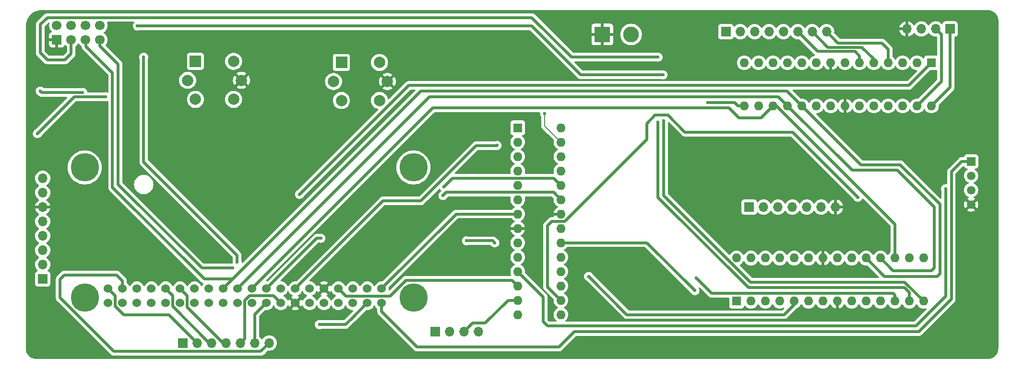
<source format=gbr>
%TF.GenerationSoftware,KiCad,Pcbnew,7.0.9-7.0.9~ubuntu22.04.1*%
%TF.CreationDate,2023-12-05T21:50:24+01:00*%
%TF.ProjectId,Chytry_sklep,43687974-7279-45f7-936b-6c65702e6b69,rev?*%
%TF.SameCoordinates,Original*%
%TF.FileFunction,Copper,L2,Bot*%
%TF.FilePolarity,Positive*%
%FSLAX46Y46*%
G04 Gerber Fmt 4.6, Leading zero omitted, Abs format (unit mm)*
G04 Created by KiCad (PCBNEW 7.0.9-7.0.9~ubuntu22.04.1) date 2023-12-05 21:50:24*
%MOMM*%
%LPD*%
G01*
G04 APERTURE LIST*
%TA.AperFunction,ComponentPad*%
%ADD10R,1.600000X1.600000*%
%TD*%
%TA.AperFunction,ComponentPad*%
%ADD11O,1.600000X1.600000*%
%TD*%
%TA.AperFunction,ComponentPad*%
%ADD12R,1.700000X1.700000*%
%TD*%
%TA.AperFunction,ComponentPad*%
%ADD13O,1.700000X1.700000*%
%TD*%
%TA.AperFunction,ComponentPad*%
%ADD14C,5.000000*%
%TD*%
%TA.AperFunction,ComponentPad*%
%ADD15C,1.524000*%
%TD*%
%TA.AperFunction,ComponentPad*%
%ADD16C,1.700000*%
%TD*%
%TA.AperFunction,ComponentPad*%
%ADD17R,1.500000X1.500000*%
%TD*%
%TA.AperFunction,ComponentPad*%
%ADD18C,1.500000*%
%TD*%
%TA.AperFunction,ComponentPad*%
%ADD19R,2.000000X2.000000*%
%TD*%
%TA.AperFunction,ComponentPad*%
%ADD20C,2.000000*%
%TD*%
%TA.AperFunction,ComponentPad*%
%ADD21R,2.800000X2.800000*%
%TD*%
%TA.AperFunction,ComponentPad*%
%ADD22C,2.800000*%
%TD*%
%TA.AperFunction,ViaPad*%
%ADD23C,0.600000*%
%TD*%
%TA.AperFunction,Conductor*%
%ADD24C,0.500000*%
%TD*%
%TA.AperFunction,Conductor*%
%ADD25C,0.200000*%
%TD*%
G04 APERTURE END LIST*
D10*
%TO.P,U1,1,~{RESET}/PC6*%
%TO.N,/Atmega_master/RST*%
X190600000Y-120620000D03*
D11*
%TO.P,U1,2,PD0*%
%TO.N,/RX*%
X193140000Y-120620000D03*
%TO.P,U1,3,PD1*%
%TO.N,/TX*%
X195680000Y-120620000D03*
%TO.P,U1,4,PD2*%
%TO.N,Net-(MData1-A)*%
X198220000Y-120620000D03*
%TO.P,U1,5,PD3*%
%TO.N,/Atmega_interface/CE_interface*%
X200760000Y-120620000D03*
%TO.P,U1,6,PD4*%
%TO.N,Net-(MSafe1-A)*%
X203300000Y-120620000D03*
%TO.P,U1,7,VCC*%
%TO.N,+3.3V*%
X205840000Y-120620000D03*
%TO.P,U1,8,GND*%
%TO.N,GND*%
X208380000Y-120620000D03*
%TO.P,U1,9,XTAL1/PB6*%
%TO.N,Net-(U1-XTAL1{slash}PB6)*%
X210920000Y-120620000D03*
%TO.P,U1,10,XTAL2/PB7*%
%TO.N,Net-(U1-XTAL2{slash}PB7)*%
X213460000Y-120620000D03*
%TO.P,U1,11,PD5*%
%TO.N,/Atmega_interface/Master_order*%
X216000000Y-120620000D03*
%TO.P,U1,12,PD6*%
%TO.N,/Atmega_interface/Safe_pin*%
X218540000Y-120620000D03*
%TO.P,U1,13,PD7*%
%TO.N,CE*%
X221080000Y-120620000D03*
%TO.P,U1,14,PB0*%
%TO.N,CSN*%
X223620000Y-120620000D03*
%TO.P,U1,15,PB1*%
%TO.N,unconnected-(U1-PB1-Pad15)*%
X223620000Y-113000000D03*
%TO.P,U1,16,PB2*%
%TO.N,/Atmega_master/CE_sensor*%
X221080000Y-113000000D03*
%TO.P,U1,17,PB3*%
%TO.N,MOSI*%
X218540000Y-113000000D03*
%TO.P,U1,18,PB4*%
%TO.N,MISO*%
X216000000Y-113000000D03*
%TO.P,U1,19,PB5*%
%TO.N,SCK*%
X213460000Y-113000000D03*
%TO.P,U1,20,AVCC*%
%TO.N,+3.3V*%
X210920000Y-113000000D03*
%TO.P,U1,21,AREF*%
%TO.N,unconnected-(U1-AREF-Pad21)*%
X208380000Y-113000000D03*
%TO.P,U1,22,GND*%
%TO.N,GND*%
X205840000Y-113000000D03*
%TO.P,U1,23,PC0*%
%TO.N,Net-(U1-PC0)*%
X203300000Y-113000000D03*
%TO.P,U1,24,PC1*%
%TO.N,Net-(U1-PC1)*%
X200760000Y-113000000D03*
%TO.P,U1,25,PC2*%
%TO.N,Net-(U1-PC2)*%
X198220000Y-113000000D03*
%TO.P,U1,26,PC3*%
%TO.N,Net-(U1-PC3)*%
X195680000Y-113000000D03*
%TO.P,U1,27,PC4*%
%TO.N,Net-(U1-PC4)*%
X193140000Y-113000000D03*
%TO.P,U1,28,PC5*%
%TO.N,Net-(U1-PC5)*%
X190600000Y-113000000D03*
%TD*%
D12*
%TO.P,Num1,1,Pin_1*%
%TO.N,Net-(Num1-Pin_1)*%
X188720000Y-73000000D03*
D13*
%TO.P,Num1,2,Pin_2*%
%TO.N,Net-(Num1-Pin_2)*%
X191260000Y-73000000D03*
%TO.P,Num1,3,Pin_3*%
%TO.N,Net-(Num1-Pin_3)*%
X193800000Y-73000000D03*
%TO.P,Num1,4,Pin_4*%
%TO.N,Net-(Num1-Pin_4)*%
X196340000Y-73000000D03*
%TO.P,Num1,5,Pin_5*%
%TO.N,Net-(Num1-Pin_5)*%
X198880000Y-73000000D03*
%TO.P,Num1,6,Pin_6*%
%TO.N,Net-(Num1-Pin_6)*%
X201420000Y-73000000D03*
%TO.P,Num1,7,Pin_7*%
%TO.N,Net-(Num1-Pin_7)*%
X203960000Y-73000000D03*
%TO.P,Num1,8,Pin_8*%
%TO.N,Net-(Num1-Pin_8)*%
X206500000Y-73000000D03*
%TD*%
D12*
%TO.P,LED1,1,Pin_1*%
%TO.N,PC5*%
X192840000Y-104000000D03*
D13*
%TO.P,LED1,2,Pin_2*%
%TO.N,PC4*%
X195380000Y-104000000D03*
%TO.P,LED1,3,Pin_3*%
%TO.N,PC3*%
X197920000Y-104000000D03*
%TO.P,LED1,4,Pin_4*%
%TO.N,PC2*%
X200460000Y-104000000D03*
%TO.P,LED1,5,Pin_5*%
%TO.N,PC1*%
X203000000Y-104000000D03*
%TO.P,LED1,6,Pin_6*%
%TO.N,PC0*%
X205540000Y-104000000D03*
%TO.P,LED1,7,Pin_7*%
%TO.N,GND*%
X208080000Y-104000000D03*
%TD*%
D14*
%TO.P,Zero1,0*%
%TO.N,N/C*%
X133600000Y-120000000D03*
X133600000Y-97000000D03*
X75600000Y-120000000D03*
X75600000Y-97000000D03*
D15*
%TO.P,Zero1,1,3V3*%
%TO.N,+3.3V*%
X127976000Y-118390000D03*
%TO.P,Zero1,2,5V*%
%TO.N,+5V*%
X127976000Y-120930000D03*
%TO.P,Zero1,3,SDA/GPIO2*%
%TO.N,unconnected-(Zero1-SDA{slash}GPIO2-Pad3)*%
X125436000Y-118390000D03*
%TO.P,Zero1,4,5V*%
%TO.N,+5V*%
X125436000Y-120930000D03*
%TO.P,Zero1,5,SCL/GPIO3*%
%TO.N,unconnected-(Zero1-SCL{slash}GPIO3-Pad5)*%
X122896000Y-118390000D03*
%TO.P,Zero1,6,GND*%
%TO.N,unconnected-(Zero1-GND-Pad6)*%
X122896000Y-120930000D03*
%TO.P,Zero1,7,GCLK0/GPIO4*%
%TO.N,/Atmega_interface/Safe_pin*%
X120356000Y-118390000D03*
%TO.P,Zero1,8,GPIO14/TXD*%
%TO.N,/RX*%
X120356000Y-120930000D03*
%TO.P,Zero1,9,GND*%
%TO.N,GND*%
X117816000Y-118390000D03*
%TO.P,Zero1,10,GPIO15/RXD*%
%TO.N,/TX*%
X117816000Y-120930000D03*
%TO.P,Zero1,11,GPIO17*%
%TO.N,/Atmega_interface/RST*%
X115276000Y-118390000D03*
%TO.P,Zero1,12,GPIO18/PWM0*%
%TO.N,Net-(RFID1-Pin_1)*%
X115276000Y-120930000D03*
%TO.P,Zero1,13,GPIO27*%
%TO.N,/Atmega_sensor/RST*%
X112736000Y-118390000D03*
%TO.P,Zero1,14,GND*%
%TO.N,GND*%
X112736000Y-120930000D03*
%TO.P,Zero1,15,GPIO22*%
%TO.N,/Atmega_master/RST*%
X110196000Y-118390000D03*
%TO.P,Zero1,16,GPIO23*%
%TO.N,Net-(Rasp_pins1-Pin_5)*%
X110196000Y-120930000D03*
%TO.P,Zero1,17,3V3*%
%TO.N,+3.3V*%
X107656000Y-118390000D03*
%TO.P,Zero1,18,GPIO24*%
%TO.N,Net-(Rasp_pins1-Pin_6)*%
X107656000Y-120930000D03*
%TO.P,Zero1,19,MOSI0/GPIO10*%
%TO.N,MOSI*%
X105116000Y-118390000D03*
%TO.P,Zero1,20,GND*%
%TO.N,unconnected-(Zero1-GND-Pad20)*%
X105116000Y-120930000D03*
%TO.P,Zero1,21,MISO0/GPIO9*%
%TO.N,MISO*%
X102576000Y-118390000D03*
%TO.P,Zero1,22,GPIO25*%
%TO.N,Net-(RFID1-Pin_7)*%
X102576000Y-120930000D03*
%TO.P,Zero1,23,SCLK0/GPIO11*%
%TO.N,SCK*%
X100036000Y-118390000D03*
%TO.P,Zero1,24,~{CE0}/GPIO8*%
%TO.N,unconnected-(Zero1-~{CE0}{slash}GPIO8-Pad24)*%
X100036000Y-120930000D03*
%TO.P,Zero1,25,GND*%
%TO.N,unconnected-(Zero1-GND-Pad25)*%
X97496000Y-118390000D03*
%TO.P,Zero1,26,~{CE1}/GPIO7*%
%TO.N,unconnected-(Zero1-~{CE1}{slash}GPIO7-Pad26)*%
X97496000Y-120930000D03*
%TO.P,Zero1,27,ID_SD/GPIO0*%
%TO.N,unconnected-(Zero1-ID_SD{slash}GPIO0-Pad27)*%
X94956000Y-118390000D03*
%TO.P,Zero1,28,ID_SC/GPIO1*%
%TO.N,unconnected-(Zero1-ID_SC{slash}GPIO1-Pad28)*%
X94956000Y-120930000D03*
%TO.P,Zero1,29,GCLK1/GPIO5*%
%TO.N,Net-(Rasp_pins1-Pin_4)*%
X92416000Y-118390000D03*
%TO.P,Zero1,30,GND*%
%TO.N,unconnected-(Zero1-GND-Pad30)*%
X92416000Y-120930000D03*
%TO.P,Zero1,31,GCLK2/GPIO6*%
%TO.N,Net-(Rasp_pins1-Pin_3)*%
X89876000Y-118390000D03*
%TO.P,Zero1,32,PWM0/GPIO12*%
%TO.N,unconnected-(Zero1-PWM0{slash}GPIO12-Pad32)*%
X89876000Y-120930000D03*
%TO.P,Zero1,33,PWM1/GPIO13*%
%TO.N,unconnected-(Zero1-PWM1{slash}GPIO13-Pad33)*%
X87336000Y-118390000D03*
%TO.P,Zero1,34,GND*%
%TO.N,unconnected-(Zero1-GND-Pad34)*%
X87336000Y-120930000D03*
%TO.P,Zero1,35,GPIO19/MISO1*%
%TO.N,Net-(RFID1-Pin_4)*%
X84796000Y-118390000D03*
%TO.P,Zero1,36,GPIO16*%
%TO.N,unconnected-(Zero1-GPIO16-Pad36)*%
X84796000Y-120930000D03*
%TO.P,Zero1,37,GPIO26*%
%TO.N,Net-(Rasp_pins1-Pin_7)*%
X82256000Y-118390000D03*
%TO.P,Zero1,38,GPIO20/MOSI1*%
%TO.N,Net-(RFID1-Pin_3)*%
X82256000Y-120930000D03*
%TO.P,Zero1,39,GND*%
%TO.N,GND1*%
X79716000Y-118390000D03*
%TO.P,Zero1,40,GPIO21/SCLK1*%
%TO.N,Net-(RFID1-Pin_2)*%
X79716000Y-120930000D03*
%TD*%
D12*
%TO.P,NRF1,1,GND*%
%TO.N,GND*%
X70675000Y-74440000D03*
D16*
%TO.P,NRF1,2,VCC*%
%TO.N,+3.3V*%
X70675000Y-71900000D03*
%TO.P,NRF1,3,CE*%
%TO.N,CE*%
X73215000Y-74440000D03*
%TO.P,NRF1,4,~{CSN}*%
%TO.N,CSN*%
X73215000Y-71900000D03*
%TO.P,NRF1,5,SCK*%
%TO.N,SCK*%
X75755000Y-74440000D03*
%TO.P,NRF1,6,MOSI*%
%TO.N,MOSI*%
X75755000Y-71900000D03*
%TO.P,NRF1,7,MISO*%
%TO.N,MISO*%
X78295000Y-74440000D03*
%TO.P,NRF1,8,IRQ*%
%TO.N,unconnected-(NRF1-IRQ-Pad8)*%
X78295000Y-71900000D03*
%TD*%
D10*
%TO.P,U3,1,~{RESET}/PC6*%
%TO.N,/Atmega_interface/RST*%
X225000000Y-78500000D03*
D11*
%TO.P,U3,2,PD0*%
%TO.N,unconnected-(U3-PD0-Pad2)*%
X222460000Y-78500000D03*
%TO.P,U3,3,PD1*%
%TO.N,unconnected-(U3-PD1-Pad3)*%
X219920000Y-78500000D03*
%TO.P,U3,4,PD2*%
%TO.N,Net-(Num1-Pin_8)*%
X217380000Y-78500000D03*
%TO.P,U3,5,PD3*%
%TO.N,Net-(Num1-Pin_7)*%
X214840000Y-78500000D03*
%TO.P,U3,6,PD4*%
%TO.N,Net-(Num1-Pin_6)*%
X212300000Y-78500000D03*
%TO.P,U3,7,VCC*%
%TO.N,+3.3V*%
X209760000Y-78500000D03*
%TO.P,U3,8,GND*%
%TO.N,GND*%
X207220000Y-78500000D03*
%TO.P,U3,9,XTAL1/PB6*%
%TO.N,Net-(U3-XTAL1{slash}PB6)*%
X204680000Y-78500000D03*
%TO.P,U3,10,XTAL2/PB7*%
%TO.N,Net-(U3-XTAL2{slash}PB7)*%
X202140000Y-78500000D03*
%TO.P,U3,11,PD5*%
%TO.N,Net-(Num1-Pin_5)*%
X199600000Y-78500000D03*
%TO.P,U3,12,PD6*%
%TO.N,Net-(Num1-Pin_4)*%
X197060000Y-78500000D03*
%TO.P,U3,13,PD7*%
%TO.N,Net-(Num1-Pin_3)*%
X194520000Y-78500000D03*
%TO.P,U3,14,PB0*%
%TO.N,Net-(Num1-Pin_2)*%
X191980000Y-78500000D03*
%TO.P,U3,15,PB1*%
%TO.N,Net-(Num1-Pin_1)*%
X191980000Y-86120000D03*
%TO.P,U3,16,PB2*%
%TO.N,/Atmega_interface/CE_interface*%
X194520000Y-86120000D03*
%TO.P,U3,17,PB3*%
%TO.N,MOSI*%
X197060000Y-86120000D03*
%TO.P,U3,18,PB4*%
%TO.N,MISO*%
X199600000Y-86120000D03*
%TO.P,U3,19,PB5*%
%TO.N,SCK*%
X202140000Y-86120000D03*
%TO.P,U3,20,AVCC*%
%TO.N,+3.3V*%
X204680000Y-86120000D03*
%TO.P,U3,21,AREF*%
%TO.N,unconnected-(U3-AREF-Pad21)*%
X207220000Y-86120000D03*
%TO.P,U3,22,GND*%
%TO.N,GND*%
X209760000Y-86120000D03*
%TO.P,U3,23,PC0*%
%TO.N,MPC0*%
X212300000Y-86120000D03*
%TO.P,U3,24,PC1*%
%TO.N,/Atmega_interface/Master_order*%
X214840000Y-86120000D03*
%TO.P,U3,25,PC2*%
%TO.N,/Atmega_interface/Safe_pin*%
X217380000Y-86120000D03*
%TO.P,U3,26,PC3*%
%TO.N,Net-(ISafe1-A)*%
X219920000Y-86120000D03*
%TO.P,U3,27,PC4*%
%TO.N,ISDA*%
X222460000Y-86120000D03*
%TO.P,U3,28,PC5*%
%TO.N,ISCL*%
X225000000Y-86120000D03*
%TD*%
D12*
%TO.P,V1,1,Pin_1*%
%TO.N,D3*%
X137450000Y-125975000D03*
D13*
%TO.P,V1,2,Pin_2*%
%TO.N,D4*%
X139990000Y-125975000D03*
%TO.P,V1,3,Pin_3*%
%TO.N,D7*%
X142530000Y-125975000D03*
%TO.P,V1,4,Pin_4*%
%TO.N,D9*%
X145070000Y-125975000D03*
%TD*%
D17*
%TO.P,DHT22,1,VCC*%
%TO.N,+5V*%
X232000000Y-95920000D03*
D18*
%TO.P,DHT22,2,IO*%
%TO.N,Net-(DHT22-IO)*%
X232000000Y-98460000D03*
%TO.P,DHT22,3,NC*%
%TO.N,unconnected-(DHT22-NC-Pad3)*%
X232000000Y-101000000D03*
%TO.P,DHT22,4,GND*%
%TO.N,GND*%
X232000000Y-103540000D03*
%TD*%
D12*
%TO.P,Rasp_pins1,1,Pin_1*%
%TO.N,+5V*%
X92920000Y-128000000D03*
D13*
%TO.P,Rasp_pins1,2,Pin_2*%
%TO.N,GND1*%
X95460000Y-128000000D03*
%TO.P,Rasp_pins1,3,Pin_3*%
%TO.N,Net-(Rasp_pins1-Pin_3)*%
X98000000Y-128000000D03*
%TO.P,Rasp_pins1,4,Pin_4*%
%TO.N,Net-(Rasp_pins1-Pin_4)*%
X100540000Y-128000000D03*
%TO.P,Rasp_pins1,5,Pin_5*%
%TO.N,Net-(Rasp_pins1-Pin_5)*%
X103080000Y-128000000D03*
%TO.P,Rasp_pins1,6,Pin_6*%
%TO.N,Net-(Rasp_pins1-Pin_6)*%
X105620000Y-128000000D03*
%TO.P,Rasp_pins1,7,Pin_7*%
%TO.N,Net-(Rasp_pins1-Pin_7)*%
X108160000Y-128000000D03*
%TD*%
D12*
%TO.P,LCD1,1,Pin_1*%
%TO.N,ISCL*%
X228300000Y-72525000D03*
D13*
%TO.P,LCD1,2,Pin_2*%
%TO.N,ISDA*%
X225760000Y-72525000D03*
%TO.P,LCD1,3,Pin_3*%
%TO.N,+5V*%
X223220000Y-72525000D03*
%TO.P,LCD1,4,Pin_4*%
%TO.N,GND*%
X220680000Y-72525000D03*
%TD*%
D10*
%TO.P,U2,1,~{RESET}/PC6*%
%TO.N,/Atmega_sensor/RST*%
X152000000Y-89980000D03*
D11*
%TO.P,U2,2,PD0*%
%TO.N,unconnected-(U2-PD0-Pad2)*%
X152000000Y-92520000D03*
%TO.P,U2,3,PD1*%
%TO.N,unconnected-(U2-PD1-Pad3)*%
X152000000Y-95060000D03*
%TO.P,U2,4,PD2*%
%TO.N,Net-(SSafe1-A)*%
X152000000Y-97600000D03*
%TO.P,U2,5,PD3*%
%TO.N,D3*%
X152000000Y-100140000D03*
%TO.P,U2,6,PD4*%
%TO.N,D4*%
X152000000Y-102680000D03*
%TO.P,U2,7,VCC*%
%TO.N,+3.3V*%
X152000000Y-105220000D03*
%TO.P,U2,8,GND*%
%TO.N,GND*%
X152000000Y-107760000D03*
%TO.P,U2,9,XTAL1/PB6*%
%TO.N,Net-(U2-XTAL1{slash}PB6)*%
X152000000Y-110300000D03*
%TO.P,U2,10,XTAL2/PB7*%
%TO.N,Net-(U2-XTAL2{slash}PB7)*%
X152000000Y-112840000D03*
%TO.P,U2,11,PD5*%
%TO.N,Net-(DHT22-IO)*%
X152000000Y-115380000D03*
%TO.P,U2,12,PD6*%
%TO.N,/Atmega_interface/Safe_pin*%
X152000000Y-117920000D03*
%TO.P,U2,13,PD7*%
%TO.N,D7*%
X152000000Y-120460000D03*
%TO.P,U2,14,PB0*%
%TO.N,Net-(SData1-A)*%
X152000000Y-123000000D03*
%TO.P,U2,15,PB1*%
%TO.N,D9*%
X159620000Y-123000000D03*
%TO.P,U2,16,PB2*%
%TO.N,/Atmega_master/CE_sensor*%
X159620000Y-120460000D03*
%TO.P,U2,17,PB3*%
%TO.N,MOSI*%
X159620000Y-117920000D03*
%TO.P,U2,18,PB4*%
%TO.N,MISO*%
X159620000Y-115380000D03*
%TO.P,U2,19,PB5*%
%TO.N,SCK*%
X159620000Y-112840000D03*
%TO.P,U2,20,AVCC*%
%TO.N,+3.3V*%
X159620000Y-110300000D03*
%TO.P,U2,21,AREF*%
%TO.N,unconnected-(U2-AREF-Pad21)*%
X159620000Y-107760000D03*
%TO.P,U2,22,GND*%
%TO.N,GND*%
X159620000Y-105220000D03*
%TO.P,U2,23,PC0*%
%TO.N,MQ_7_D*%
X159620000Y-102680000D03*
%TO.P,U2,24,PC1*%
%TO.N,MQ_4_D*%
X159620000Y-100140000D03*
%TO.P,U2,25,PC2*%
%TO.N,unconnected-(U2-PC2-Pad25)*%
X159620000Y-97600000D03*
%TO.P,U2,26,PC3*%
%TO.N,unconnected-(U2-PC3-Pad26)*%
X159620000Y-95060000D03*
%TO.P,U2,27,PC4*%
%TO.N,SDA*%
X159620000Y-92520000D03*
%TO.P,U2,28,PC5*%
%TO.N,SCL*%
X159620000Y-89980000D03*
%TD*%
D19*
%TO.P,MQ_4,1,B1*%
%TO.N,+5V*%
X95140000Y-78240000D03*
D20*
%TO.P,MQ_4,2,VH+*%
X93750000Y-81600000D03*
%TO.P,MQ_4,3,B2*%
X95140000Y-84960000D03*
%TO.P,MQ_4,4,A2*%
%TO.N,MQ_4_D*%
X101860000Y-84960000D03*
%TO.P,MQ_4,5,VH-*%
%TO.N,GND*%
X103250000Y-81600000D03*
%TO.P,MQ_4,6,A1*%
%TO.N,MQ_4_D*%
X101860000Y-78240000D03*
%TD*%
D21*
%TO.P,Power1,1,Pin_1*%
%TO.N,GND*%
X166920000Y-73500000D03*
D22*
%TO.P,Power1,2,Pin_2*%
%TO.N,+5V*%
X172000000Y-73500000D03*
%TD*%
D12*
%TO.P,RFID1,1,Pin_1*%
%TO.N,Net-(RFID1-Pin_1)*%
X68175000Y-116675000D03*
D13*
%TO.P,RFID1,2,Pin_2*%
%TO.N,Net-(RFID1-Pin_2)*%
X68175000Y-114135000D03*
%TO.P,RFID1,3,Pin_3*%
%TO.N,Net-(RFID1-Pin_3)*%
X68175000Y-111595000D03*
%TO.P,RFID1,4,Pin_4*%
%TO.N,Net-(RFID1-Pin_4)*%
X68175000Y-109055000D03*
%TO.P,RFID1,5,Pin_5*%
%TO.N,unconnected-(RFID1-Pin_5-Pad5)*%
X68175000Y-106515000D03*
%TO.P,RFID1,6,Pin_6*%
%TO.N,GND*%
X68175000Y-103975000D03*
%TO.P,RFID1,7,Pin_7*%
%TO.N,Net-(RFID1-Pin_7)*%
X68175000Y-101435000D03*
%TO.P,RFID1,8,Pin_8*%
%TO.N,+3.3V*%
X68175000Y-98895000D03*
%TD*%
D19*
%TO.P,MQ_7,1,B1*%
%TO.N,+5V*%
X120890000Y-78440000D03*
D20*
%TO.P,MQ_7,2,VH+*%
X119500000Y-81800000D03*
%TO.P,MQ_7,3,B2*%
X120890000Y-85160000D03*
%TO.P,MQ_7,4,A2*%
%TO.N,MQ_7_D*%
X127610000Y-85160000D03*
%TO.P,MQ_7,5,VH-*%
%TO.N,GND*%
X129000000Y-81800000D03*
%TO.P,MQ_7,6,A1*%
%TO.N,MQ_7_D*%
X127610000Y-78440000D03*
%TD*%
D23*
%TO.N,Net-(U2-XTAL1{slash}PB6)*%
X147950000Y-110300000D03*
X142950000Y-109950000D03*
%TO.N,CE*%
X176750000Y-77500000D03*
X176750000Y-89000000D03*
%TO.N,CSN*%
X177749962Y-88749962D03*
X84900000Y-72000000D03*
X177624998Y-80625002D03*
%TO.N,/Atmega_master/CE_sensor*%
X212000000Y-102250000D03*
%TO.N,MOSI*%
X102500000Y-113750000D03*
X86000000Y-77500000D03*
%TO.N,MISO*%
X101750000Y-114750000D03*
%TO.N,GND*%
X90000000Y-91500000D03*
X230500000Y-114750000D03*
X211750000Y-128500000D03*
X155500000Y-88000000D03*
X79000000Y-90250000D03*
X71750000Y-94750000D03*
X148700000Y-103450000D03*
X161250000Y-80500000D03*
X113000000Y-91500000D03*
X193000000Y-96750000D03*
X212150000Y-115500000D03*
X72000000Y-91000000D03*
X75250000Y-86750000D03*
X212250000Y-122500000D03*
X143500000Y-78000000D03*
X167250000Y-78750000D03*
X215000000Y-95500000D03*
X149950000Y-102750000D03*
X135500000Y-92250000D03*
X208500000Y-107250000D03*
X141500000Y-103250000D03*
X110000000Y-82750000D03*
X230750000Y-79750000D03*
X206500000Y-122750000D03*
X74500000Y-106500000D03*
X221250000Y-96250000D03*
X209500000Y-108000000D03*
X144750000Y-103000000D03*
X153750000Y-80500000D03*
X163500000Y-78750000D03*
X143750000Y-89250000D03*
X149550000Y-108350000D03*
X152750000Y-79250000D03*
X149950000Y-112050000D03*
X207750000Y-110000000D03*
X130250000Y-79250000D03*
X144050000Y-114200000D03*
%TO.N,/Atmega_interface/CE_interface*%
X164500000Y-116250000D03*
%TO.N,/Atmega_interface/Safe_pin*%
X183500000Y-116500000D03*
%TO.N,/Atmega_sensor/RST*%
X148350000Y-93100000D03*
%TO.N,Net-(DHT22-IO)*%
X227500000Y-100750000D03*
%TO.N,/Atmega_interface/RST*%
X113500000Y-101750000D03*
%TO.N,+5V*%
X117000000Y-124750000D03*
%TO.N,Net-(Num1-Pin_1)*%
X185500000Y-85500000D03*
%TO.N,SDA*%
X156750000Y-87500000D03*
%TO.N,+3.3V*%
X117250000Y-109500000D03*
X183250000Y-118750000D03*
%TO.N,POT1*%
X67750000Y-83500000D03*
X75250000Y-83750000D03*
%TO.N,MQ_7_D*%
X138800000Y-101950000D03*
%TO.N,MQ_4_D*%
X139000000Y-100400000D03*
%TO.N,POT2*%
X67250000Y-91000000D03*
X79250000Y-84500000D03*
%TD*%
D24*
%TO.N,Net-(U2-XTAL1{slash}PB6)*%
X142950000Y-109950000D02*
X147600000Y-109950000D01*
X147600000Y-109950000D02*
X147950000Y-110300000D01*
%TO.N,CE*%
X72100000Y-78000000D02*
X73215000Y-76885000D01*
X176750000Y-102250000D02*
X176750000Y-89000000D01*
X73215000Y-76885000D02*
X73215000Y-74900000D01*
X220250000Y-118250000D02*
X192750000Y-118250000D01*
X221080000Y-119080000D02*
X220250000Y-118250000D01*
X67750000Y-76750000D02*
X69000000Y-78000000D01*
X192750000Y-118250000D02*
X176750000Y-102250000D01*
X176750000Y-77500000D02*
X161500000Y-77500000D01*
X69000000Y-70500000D02*
X67750000Y-71750000D01*
X154500000Y-70500000D02*
X69000000Y-70500000D01*
X67750000Y-71750000D02*
X67750000Y-76750000D01*
X161500000Y-77500000D02*
X154500000Y-70500000D01*
X221080000Y-120620000D02*
X221080000Y-119080000D01*
X69000000Y-78000000D02*
X72100000Y-78000000D01*
%TO.N,CSN*%
X84900000Y-72000000D02*
X154500000Y-72000000D01*
X154500000Y-72000000D02*
X163125002Y-80625002D01*
X163125002Y-80625002D02*
X177624998Y-80625002D01*
X177749962Y-101917729D02*
X177749962Y-88749962D01*
X193082233Y-117250000D02*
X177749962Y-101917729D01*
X223620000Y-120620000D02*
X220250000Y-117250000D01*
X220250000Y-117250000D02*
X193082233Y-117250000D01*
%TO.N,/Atmega_master/CE_sensor*%
X158000000Y-106500000D02*
X157250000Y-107250000D01*
X157250000Y-118090000D02*
X159620000Y-120460000D01*
X174750000Y-89250000D02*
X174750000Y-92050000D01*
X200500000Y-90750000D02*
X181500000Y-90750000D01*
X174750000Y-92050000D02*
X160300000Y-106500000D01*
X176250000Y-87750000D02*
X174750000Y-89250000D01*
X178500000Y-87750000D02*
X176250000Y-87750000D01*
X157250000Y-107250000D02*
X157250000Y-118090000D01*
X160300000Y-106500000D02*
X158000000Y-106500000D01*
X181500000Y-90750000D02*
X178500000Y-87750000D01*
X212000000Y-102250000D02*
X200500000Y-90750000D01*
%TO.N,MOSI*%
X197620000Y-86120000D02*
X218540000Y-107040000D01*
X86000000Y-96000000D02*
X102500000Y-112500000D01*
X105116000Y-118390000D02*
X137006000Y-86500000D01*
X86000000Y-77500000D02*
X86000000Y-96000000D01*
X197060000Y-86120000D02*
X197620000Y-86120000D01*
X189250000Y-86500000D02*
X191000000Y-88250000D01*
X218540000Y-107040000D02*
X218540000Y-113000000D01*
X194930000Y-88250000D02*
X197060000Y-86120000D01*
X191000000Y-88250000D02*
X194930000Y-88250000D01*
X137006000Y-86500000D02*
X189250000Y-86500000D01*
X102500000Y-112500000D02*
X102500000Y-113750000D01*
%TO.N,MISO*%
X96250000Y-114750000D02*
X81500000Y-100000000D01*
X218250000Y-115250000D02*
X216000000Y-113000000D01*
X136466000Y-84500000D02*
X197980000Y-84500000D01*
X225500000Y-104000000D02*
X225500000Y-114750000D01*
X225000000Y-115250000D02*
X218250000Y-115250000D01*
X219000000Y-97500000D02*
X225500000Y-104000000D01*
X81500000Y-78745000D02*
X78300000Y-75545000D01*
X102576000Y-118390000D02*
X136466000Y-84500000D01*
X199600000Y-86120000D02*
X210980000Y-97500000D01*
X101750000Y-114750000D02*
X96250000Y-114750000D01*
X78300000Y-75545000D02*
X78300000Y-74445000D01*
X210980000Y-97500000D02*
X219000000Y-97500000D01*
X78300000Y-74445000D02*
X78295000Y-74440000D01*
X225500000Y-114750000D02*
X225000000Y-115250000D01*
X81500000Y-100000000D02*
X81500000Y-78745000D01*
X197980000Y-84500000D02*
X199600000Y-86120000D01*
%TO.N,SCK*%
X219500000Y-96500000D02*
X226500000Y-103500000D01*
X226500000Y-103500000D02*
X226500000Y-115750000D01*
X212520000Y-96500000D02*
X219500000Y-96500000D01*
X100036000Y-118390000D02*
X134926000Y-83500000D01*
X226500000Y-115750000D02*
X226000000Y-116250000D01*
X80500000Y-80285000D02*
X80500000Y-100500000D01*
X199520000Y-83500000D02*
X202140000Y-86120000D01*
X134926000Y-83500000D02*
X199520000Y-83500000D01*
X101713000Y-116713000D02*
X100036000Y-118390000D01*
X80500000Y-100500000D02*
X96713000Y-116713000D01*
X75755000Y-74440000D02*
X75800000Y-74485000D01*
X226000000Y-116250000D02*
X216710000Y-116250000D01*
X75800000Y-75585000D02*
X80500000Y-80285000D01*
X202140000Y-86120000D02*
X212520000Y-96500000D01*
X96713000Y-116713000D02*
X101713000Y-116713000D01*
X75800000Y-74485000D02*
X75800000Y-75585000D01*
X216710000Y-116250000D02*
X213460000Y-113000000D01*
%TO.N,/Atmega_interface/CE_interface*%
X200760000Y-121240000D02*
X200760000Y-120620000D01*
X171250000Y-123000000D02*
X199000000Y-123000000D01*
X164500000Y-116250000D02*
X171250000Y-123000000D01*
X199000000Y-123000000D02*
X200760000Y-121240000D01*
%TO.N,/Atmega_interface/Safe_pin*%
X218540000Y-120620000D02*
X218540000Y-119540000D01*
X120356000Y-118390000D02*
X121666000Y-119700000D01*
X150980000Y-116900000D02*
X152000000Y-117920000D01*
X121666000Y-119700000D02*
X129500000Y-119700000D01*
X218540000Y-119540000D02*
X218250000Y-119250000D01*
X186250000Y-119250000D02*
X183500000Y-116500000D01*
X218250000Y-119250000D02*
X186250000Y-119250000D01*
X129500000Y-119700000D02*
X132300000Y-116900000D01*
X132300000Y-116900000D02*
X150980000Y-116900000D01*
%TO.N,/Atmega_sensor/RST*%
X128226000Y-102900000D02*
X134900000Y-102900000D01*
X112736000Y-118390000D02*
X128226000Y-102900000D01*
X148350000Y-93100000D02*
X148300000Y-93150000D01*
X144650000Y-93150000D02*
X148300000Y-93150000D01*
X134900000Y-102900000D02*
X144650000Y-93150000D01*
%TO.N,Net-(DHT22-IO)*%
X156500000Y-124250000D02*
X156500000Y-119880000D01*
X157250000Y-125000000D02*
X156500000Y-124250000D01*
X222250000Y-125000000D02*
X157250000Y-125000000D01*
X156500000Y-119880000D02*
X152000000Y-115380000D01*
X227500000Y-100750000D02*
X227500000Y-119750000D01*
X227500000Y-119750000D02*
X222250000Y-125000000D01*
%TO.N,/Atmega_interface/RST*%
X225000000Y-78500000D02*
X221000000Y-82500000D01*
X221000000Y-82500000D02*
X132750000Y-82500000D01*
X132750000Y-82500000D02*
X113500000Y-101750000D01*
%TO.N,+5V*%
X127976000Y-122476000D02*
X127976000Y-120930000D01*
X222750000Y-126000000D02*
X162000000Y-126000000D01*
X228500000Y-120250000D02*
X222750000Y-126000000D01*
X121616000Y-124750000D02*
X117000000Y-124750000D01*
X230330000Y-95920000D02*
X228500000Y-97750000D01*
X122683000Y-123683000D02*
X125436000Y-120930000D01*
X122683000Y-123683000D02*
X121616000Y-124750000D01*
X232000000Y-95920000D02*
X230330000Y-95920000D01*
X162000000Y-126000000D02*
X159250000Y-128750000D01*
X159250000Y-128750000D02*
X134250000Y-128750000D01*
X134250000Y-128750000D02*
X127976000Y-122476000D01*
X228500000Y-97750000D02*
X228500000Y-120250000D01*
%TO.N,Net-(Num1-Pin_1)*%
X191980000Y-86120000D02*
X190870000Y-86120000D01*
X190250000Y-85500000D02*
X185500000Y-85500000D01*
X190870000Y-86120000D02*
X190250000Y-85500000D01*
D25*
%TO.N,SDA*%
X156750000Y-89650000D02*
X159620000Y-92520000D01*
X156750000Y-87500000D02*
X156750000Y-89650000D01*
D24*
%TO.N,Net-(Num1-Pin_6)*%
X211500000Y-76500000D02*
X212300000Y-77300000D01*
X201420000Y-73000000D02*
X204920000Y-76500000D01*
X204920000Y-76500000D02*
X211500000Y-76500000D01*
X212300000Y-77300000D02*
X212300000Y-78500000D01*
%TO.N,Net-(Num1-Pin_7)*%
X214840000Y-77840000D02*
X214840000Y-78500000D01*
X206710000Y-75750000D02*
X212750000Y-75750000D01*
X212750000Y-75750000D02*
X214840000Y-77840000D01*
X203960000Y-73000000D02*
X206710000Y-75750000D01*
%TO.N,Net-(Num1-Pin_8)*%
X208500000Y-75000000D02*
X216250000Y-75000000D01*
X206500000Y-73000000D02*
X208500000Y-75000000D01*
X217380000Y-76130000D02*
X217380000Y-78500000D01*
X216250000Y-75000000D02*
X217380000Y-76130000D01*
%TO.N,D7*%
X144005000Y-124500000D02*
X146250000Y-124500000D01*
X150290000Y-120460000D02*
X152000000Y-120460000D01*
X146250000Y-124500000D02*
X150290000Y-120460000D01*
X142530000Y-125975000D02*
X144005000Y-124500000D01*
%TO.N,GND1*%
X90460000Y-123000000D02*
X82500000Y-123000000D01*
X81000000Y-119674000D02*
X79716000Y-118390000D01*
X95460000Y-128000000D02*
X90460000Y-123000000D01*
X82500000Y-123000000D02*
X81000000Y-121500000D01*
X81000000Y-121500000D02*
X81000000Y-119674000D01*
%TO.N,Net-(Rasp_pins1-Pin_3)*%
X91150000Y-121550000D02*
X91150000Y-119664000D01*
X97600000Y-128000000D02*
X91150000Y-121550000D01*
X98000000Y-128000000D02*
X97600000Y-128000000D01*
X91150000Y-119664000D02*
X89876000Y-118390000D01*
%TO.N,Net-(Rasp_pins1-Pin_4)*%
X100540000Y-128000000D02*
X100000000Y-128000000D01*
X93700000Y-119674000D02*
X92416000Y-118390000D01*
X100000000Y-128000000D02*
X93700000Y-121700000D01*
X93700000Y-121700000D02*
X93700000Y-119674000D01*
%TO.N,Net-(Rasp_pins1-Pin_5)*%
X103850000Y-127230000D02*
X103850000Y-120481973D01*
X108916000Y-119650000D02*
X110196000Y-120930000D01*
X104681973Y-119650000D02*
X108916000Y-119650000D01*
X103850000Y-120481973D02*
X104681973Y-119650000D01*
X103080000Y-128000000D02*
X103850000Y-127230000D01*
%TO.N,Net-(Rasp_pins1-Pin_6)*%
X105620000Y-128000000D02*
X105620000Y-122966000D01*
X105620000Y-122966000D02*
X107656000Y-120930000D01*
%TO.N,Net-(Rasp_pins1-Pin_7)*%
X71250000Y-116750000D02*
X72000000Y-116000000D01*
X108160000Y-128000000D02*
X106660000Y-129500000D01*
X71250000Y-120000000D02*
X71250000Y-116750000D01*
X82256000Y-117006000D02*
X82256000Y-118390000D01*
X72000000Y-116000000D02*
X81250000Y-116000000D01*
X80750000Y-129500000D02*
X71250000Y-120000000D01*
X106660000Y-129500000D02*
X80750000Y-129500000D01*
X81250000Y-116000000D02*
X82256000Y-117006000D01*
%TO.N,+3.3V*%
X117250000Y-109500000D02*
X116546000Y-109500000D01*
X174800000Y-110300000D02*
X183250000Y-118750000D01*
X127976000Y-118390000D02*
X141146000Y-105220000D01*
X141146000Y-105220000D02*
X152000000Y-105220000D01*
X116546000Y-109500000D02*
X107656000Y-118390000D01*
X159620000Y-110300000D02*
X174800000Y-110300000D01*
%TO.N,POT1*%
X68000000Y-83750000D02*
X67750000Y-83500000D01*
X75250000Y-83750000D02*
X68000000Y-83750000D01*
%TO.N,MQ_7_D*%
X158340000Y-101400000D02*
X159620000Y-102680000D01*
X138800000Y-101950000D02*
X139350000Y-101400000D01*
X139350000Y-101400000D02*
X158340000Y-101400000D01*
%TO.N,MQ_4_D*%
X139000000Y-100400000D02*
X140525000Y-98875000D01*
X158355000Y-98875000D02*
X159620000Y-100140000D01*
X140525000Y-98875000D02*
X158355000Y-98875000D01*
%TO.N,POT2*%
X73750000Y-84500000D02*
X79250000Y-84500000D01*
X67250000Y-91000000D02*
X73750000Y-84500000D01*
%TO.N,ISCL*%
X228300000Y-82820000D02*
X225000000Y-86120000D01*
X228300000Y-72525000D02*
X228300000Y-82820000D01*
%TO.N,ISDA*%
X226750000Y-81830000D02*
X222460000Y-86120000D01*
X225760000Y-72525000D02*
X226750000Y-73515000D01*
X226750000Y-73515000D02*
X226750000Y-81830000D01*
%TD*%
%TA.AperFunction,Conductor*%
%TO.N,GND*%
G36*
X158044809Y-102170185D02*
G01*
X158065451Y-102186819D01*
X158293282Y-102414650D01*
X158326767Y-102475973D01*
X158329129Y-102513137D01*
X158314532Y-102679996D01*
X158314532Y-102680001D01*
X158334364Y-102906686D01*
X158334366Y-102906697D01*
X158393258Y-103126488D01*
X158393261Y-103126497D01*
X158489431Y-103332732D01*
X158489432Y-103332734D01*
X158619954Y-103519141D01*
X158780858Y-103680045D01*
X158827693Y-103712839D01*
X158967266Y-103810568D01*
X159025865Y-103837893D01*
X159078305Y-103884065D01*
X159097457Y-103951258D01*
X159077242Y-104018139D01*
X159025867Y-104062657D01*
X158967515Y-104089867D01*
X158781179Y-104220342D01*
X158620342Y-104381179D01*
X158489865Y-104567517D01*
X158393734Y-104773673D01*
X158393730Y-104773682D01*
X158341127Y-104969999D01*
X158341128Y-104970000D01*
X159304314Y-104970000D01*
X159292359Y-104981955D01*
X159234835Y-105094852D01*
X159215014Y-105220000D01*
X159234835Y-105345148D01*
X159292359Y-105458045D01*
X159304314Y-105470000D01*
X158341128Y-105470000D01*
X158374194Y-105593407D01*
X158372531Y-105663257D01*
X158333368Y-105721119D01*
X158269140Y-105748623D01*
X158254419Y-105749500D01*
X158063705Y-105749500D01*
X158045735Y-105748191D01*
X158021972Y-105744710D01*
X157977263Y-105748623D01*
X157969933Y-105749264D01*
X157964532Y-105749500D01*
X157956287Y-105749500D01*
X157930222Y-105752546D01*
X157923705Y-105753308D01*
X157918403Y-105753771D01*
X157847201Y-105760001D01*
X157840134Y-105761461D01*
X157840122Y-105761404D01*
X157832753Y-105763038D01*
X157832767Y-105763095D01*
X157825739Y-105764760D01*
X157770536Y-105784852D01*
X157753563Y-105791030D01*
X157680666Y-105815186D01*
X157680664Y-105815186D01*
X157680661Y-105815188D01*
X157674122Y-105818237D01*
X157674097Y-105818185D01*
X157667308Y-105821471D01*
X157667334Y-105821522D01*
X157660884Y-105824761D01*
X157596716Y-105866964D01*
X157531347Y-105907285D01*
X157525677Y-105911769D01*
X157525641Y-105911723D01*
X157519798Y-105916484D01*
X157519835Y-105916528D01*
X157514310Y-105921164D01*
X157461614Y-105977017D01*
X156764358Y-106674272D01*
X156750729Y-106686051D01*
X156731468Y-106700390D01*
X156697898Y-106740397D01*
X156694253Y-106744376D01*
X156688409Y-106750222D01*
X156668059Y-106775959D01*
X156618695Y-106834789D01*
X156614729Y-106840819D01*
X156614682Y-106840788D01*
X156610630Y-106847147D01*
X156610679Y-106847177D01*
X156606889Y-106853321D01*
X156574424Y-106922941D01*
X156539960Y-106991566D01*
X156537488Y-106998357D01*
X156537432Y-106998336D01*
X156534960Y-107005450D01*
X156535015Y-107005469D01*
X156532742Y-107012327D01*
X156524975Y-107049946D01*
X156517207Y-107087565D01*
X156504001Y-107143284D01*
X156499498Y-107162286D01*
X156498661Y-107169454D01*
X156498601Y-107169447D01*
X156497835Y-107176945D01*
X156497895Y-107176951D01*
X156497265Y-107184140D01*
X156499500Y-107260916D01*
X156499500Y-118026294D01*
X156498191Y-118044263D01*
X156494710Y-118068025D01*
X156499264Y-118120064D01*
X156499500Y-118125470D01*
X156499500Y-118133709D01*
X156503306Y-118166275D01*
X156504347Y-118178174D01*
X156510000Y-118242791D01*
X156511461Y-118249867D01*
X156511403Y-118249878D01*
X156513034Y-118257237D01*
X156513092Y-118257224D01*
X156514757Y-118264250D01*
X156541025Y-118336424D01*
X156565185Y-118409331D01*
X156568236Y-118415874D01*
X156568182Y-118415898D01*
X156571470Y-118422688D01*
X156571521Y-118422663D01*
X156574761Y-118429113D01*
X156574762Y-118429114D01*
X156574763Y-118429117D01*
X156597167Y-118463181D01*
X156616965Y-118493283D01*
X156657287Y-118558655D01*
X156661766Y-118564319D01*
X156661719Y-118564356D01*
X156666482Y-118570202D01*
X156666528Y-118570164D01*
X156671173Y-118575700D01*
X156727018Y-118628386D01*
X158293282Y-120194650D01*
X158326767Y-120255973D01*
X158329129Y-120293137D01*
X158314532Y-120459996D01*
X158314532Y-120460001D01*
X158334364Y-120686686D01*
X158334366Y-120686697D01*
X158393258Y-120906488D01*
X158393261Y-120906497D01*
X158489431Y-121112732D01*
X158489432Y-121112734D01*
X158619954Y-121299141D01*
X158780858Y-121460045D01*
X158792036Y-121467872D01*
X158967266Y-121590568D01*
X159025275Y-121617618D01*
X159077714Y-121663791D01*
X159096866Y-121730984D01*
X159076650Y-121797865D01*
X159025275Y-121842381D01*
X159016939Y-121846269D01*
X158967267Y-121869431D01*
X158967265Y-121869432D01*
X158780858Y-121999954D01*
X158619954Y-122160858D01*
X158489432Y-122347265D01*
X158489431Y-122347267D01*
X158393261Y-122553502D01*
X158393258Y-122553511D01*
X158334366Y-122773302D01*
X158334364Y-122773313D01*
X158314532Y-122999998D01*
X158314532Y-123000001D01*
X158334364Y-123226686D01*
X158334366Y-123226697D01*
X158393258Y-123446488D01*
X158393261Y-123446497D01*
X158489431Y-123652732D01*
X158489432Y-123652734D01*
X158619954Y-123839141D01*
X158780858Y-124000045D01*
X158814962Y-124023925D01*
X158858587Y-124078502D01*
X158865781Y-124148000D01*
X158834258Y-124210355D01*
X158774029Y-124245769D01*
X158743839Y-124249500D01*
X157612230Y-124249500D01*
X157545191Y-124229815D01*
X157524549Y-124213181D01*
X157286819Y-123975451D01*
X157253334Y-123914128D01*
X157250500Y-123887770D01*
X157250500Y-119943705D01*
X157251809Y-119925735D01*
X157253728Y-119912632D01*
X157255289Y-119901977D01*
X157254513Y-119893111D01*
X157250736Y-119849934D01*
X157250500Y-119844528D01*
X157250500Y-119836297D01*
X157250500Y-119836291D01*
X157246693Y-119803724D01*
X157241929Y-119749266D01*
X157239999Y-119727201D01*
X157238539Y-119720129D01*
X157238597Y-119720116D01*
X157236965Y-119712757D01*
X157236906Y-119712772D01*
X157235241Y-119705751D01*
X157235241Y-119705745D01*
X157217362Y-119656623D01*
X157208974Y-119633575D01*
X157184813Y-119560663D01*
X157181764Y-119554124D01*
X157181817Y-119554099D01*
X157178531Y-119547311D01*
X157178479Y-119547338D01*
X157175236Y-119540882D01*
X157174876Y-119540335D01*
X157133034Y-119476716D01*
X157092712Y-119411344D01*
X157092710Y-119411342D01*
X157088234Y-119405681D01*
X157088280Y-119405643D01*
X157083519Y-119399799D01*
X157083474Y-119399838D01*
X157078834Y-119394308D01*
X157022982Y-119341613D01*
X153326716Y-115645348D01*
X153293231Y-115584025D01*
X153290869Y-115546863D01*
X153305468Y-115380000D01*
X153304327Y-115366964D01*
X153297622Y-115290318D01*
X153285635Y-115153308D01*
X153226739Y-114933504D01*
X153130568Y-114727266D01*
X153000047Y-114540861D01*
X153000045Y-114540858D01*
X152839141Y-114379954D01*
X152652734Y-114249432D01*
X152652728Y-114249429D01*
X152603061Y-114226269D01*
X152594724Y-114222381D01*
X152542285Y-114176210D01*
X152523133Y-114109017D01*
X152543348Y-114042135D01*
X152594725Y-113997618D01*
X152652734Y-113970568D01*
X152839139Y-113840047D01*
X153000047Y-113679139D01*
X153130568Y-113492734D01*
X153226739Y-113286496D01*
X153285635Y-113066692D01*
X153305468Y-112840000D01*
X153303543Y-112818002D01*
X153287401Y-112633493D01*
X153285635Y-112613308D01*
X153226739Y-112393504D01*
X153130568Y-112187266D01*
X153000047Y-112000861D01*
X153000045Y-112000858D01*
X152839141Y-111839954D01*
X152652734Y-111709432D01*
X152652728Y-111709429D01*
X152594725Y-111682382D01*
X152542285Y-111636210D01*
X152523133Y-111569017D01*
X152543348Y-111502135D01*
X152594725Y-111457618D01*
X152652734Y-111430568D01*
X152839139Y-111300047D01*
X153000047Y-111139139D01*
X153130568Y-110952734D01*
X153226739Y-110746496D01*
X153285635Y-110526692D01*
X153305468Y-110300000D01*
X153303543Y-110278002D01*
X153290579Y-110129816D01*
X153285635Y-110073308D01*
X153226739Y-109853504D01*
X153130568Y-109647266D01*
X153000047Y-109460861D01*
X153000045Y-109460858D01*
X152839141Y-109299954D01*
X152652734Y-109169432D01*
X152652732Y-109169431D01*
X152594725Y-109142382D01*
X152594132Y-109142105D01*
X152541694Y-109095934D01*
X152522542Y-109028740D01*
X152542758Y-108961859D01*
X152594134Y-108917341D01*
X152652484Y-108890132D01*
X152838820Y-108759657D01*
X152999657Y-108598820D01*
X153130134Y-108412482D01*
X153226265Y-108206326D01*
X153226269Y-108206317D01*
X153278872Y-108010000D01*
X152315686Y-108010000D01*
X152327641Y-107998045D01*
X152385165Y-107885148D01*
X152404986Y-107760000D01*
X152385165Y-107634852D01*
X152327641Y-107521955D01*
X152315686Y-107510000D01*
X153278872Y-107510000D01*
X153278872Y-107509999D01*
X153226269Y-107313682D01*
X153226265Y-107313673D01*
X153130134Y-107107517D01*
X152999657Y-106921179D01*
X152838820Y-106760342D01*
X152652482Y-106629865D01*
X152594133Y-106602657D01*
X152541694Y-106556484D01*
X152522542Y-106489291D01*
X152542758Y-106422410D01*
X152594129Y-106377895D01*
X152652734Y-106350568D01*
X152839139Y-106220047D01*
X153000047Y-106059139D01*
X153130568Y-105872734D01*
X153226739Y-105666496D01*
X153285635Y-105446692D01*
X153305468Y-105220000D01*
X153304378Y-105207546D01*
X153294298Y-105092328D01*
X153285635Y-104993308D01*
X153226739Y-104773504D01*
X153130568Y-104567266D01*
X153000047Y-104380861D01*
X153000045Y-104380858D01*
X152839141Y-104219954D01*
X152652734Y-104089432D01*
X152652728Y-104089429D01*
X152594725Y-104062382D01*
X152542285Y-104016210D01*
X152523133Y-103949017D01*
X152543348Y-103882135D01*
X152594725Y-103837618D01*
X152652734Y-103810568D01*
X152839139Y-103680047D01*
X153000047Y-103519139D01*
X153130568Y-103332734D01*
X153226739Y-103126496D01*
X153285635Y-102906692D01*
X153305468Y-102680000D01*
X153305099Y-102675788D01*
X153295786Y-102569331D01*
X153285635Y-102453308D01*
X153246323Y-102306592D01*
X153247986Y-102236743D01*
X153287149Y-102178881D01*
X153351377Y-102151377D01*
X153366098Y-102150500D01*
X157977770Y-102150500D01*
X158044809Y-102170185D01*
G37*
%TD.AperFunction*%
%TA.AperFunction,Conductor*%
G36*
X174504809Y-111070185D02*
G01*
X174525451Y-111086819D01*
X182496692Y-119058059D01*
X182519358Y-119094125D01*
X182521188Y-119093244D01*
X182524209Y-119099518D01*
X182524211Y-119099522D01*
X182620184Y-119252262D01*
X182747738Y-119379816D01*
X182805119Y-119415871D01*
X182881276Y-119463724D01*
X182900478Y-119475789D01*
X182990346Y-119507235D01*
X183070745Y-119535368D01*
X183070750Y-119535369D01*
X183249996Y-119555565D01*
X183250000Y-119555565D01*
X183250004Y-119555565D01*
X183429249Y-119535369D01*
X183429252Y-119535368D01*
X183429255Y-119535368D01*
X183599522Y-119475789D01*
X183752262Y-119379816D01*
X183879816Y-119252262D01*
X183975789Y-119099522D01*
X184035368Y-118929255D01*
X184035369Y-118929249D01*
X184055565Y-118750003D01*
X184055565Y-118749996D01*
X184035369Y-118570750D01*
X184035367Y-118570741D01*
X183975788Y-118400475D01*
X183947060Y-118354756D01*
X183928059Y-118287519D01*
X183948426Y-118220684D01*
X184001694Y-118175470D01*
X184070950Y-118166231D01*
X184134207Y-118195902D01*
X184139734Y-118201102D01*
X185674267Y-119735634D01*
X185686048Y-119749266D01*
X185700390Y-119768530D01*
X185740420Y-119802119D01*
X185744392Y-119805759D01*
X185750223Y-119811590D01*
X185750222Y-119811590D01*
X185769676Y-119826971D01*
X185775944Y-119831927D01*
X185834786Y-119881302D01*
X185834794Y-119881306D01*
X185840824Y-119885273D01*
X185840790Y-119885323D01*
X185847137Y-119889366D01*
X185847169Y-119889316D01*
X185853318Y-119893108D01*
X185853320Y-119893109D01*
X185853323Y-119893111D01*
X185922930Y-119925569D01*
X185991567Y-119960040D01*
X185991576Y-119960042D01*
X185998355Y-119962510D01*
X185998334Y-119962567D01*
X186005451Y-119965040D01*
X186005470Y-119964984D01*
X186012330Y-119967257D01*
X186064483Y-119978025D01*
X186087532Y-119982784D01*
X186162279Y-120000500D01*
X186162288Y-120000500D01*
X186169452Y-120001338D01*
X186169445Y-120001397D01*
X186176946Y-120002163D01*
X186176952Y-120002104D01*
X186184140Y-120002733D01*
X186184143Y-120002732D01*
X186184144Y-120002733D01*
X186260898Y-120000500D01*
X189175500Y-120000500D01*
X189242539Y-120020185D01*
X189288294Y-120072989D01*
X189299500Y-120124500D01*
X189299500Y-121467870D01*
X189299501Y-121467876D01*
X189305908Y-121527483D01*
X189356202Y-121662328D01*
X189356206Y-121662335D01*
X189442452Y-121777544D01*
X189442455Y-121777547D01*
X189557664Y-121863793D01*
X189557671Y-121863797D01*
X189692517Y-121914091D01*
X189692516Y-121914091D01*
X189699444Y-121914835D01*
X189752127Y-121920500D01*
X191447872Y-121920499D01*
X191507483Y-121914091D01*
X191642331Y-121863796D01*
X191757546Y-121777546D01*
X191843796Y-121662331D01*
X191894091Y-121527483D01*
X191897862Y-121492401D01*
X191924599Y-121427855D01*
X191981990Y-121388006D01*
X192051816Y-121385511D01*
X192111905Y-121421163D01*
X192122726Y-121434536D01*
X192139956Y-121459143D01*
X192300858Y-121620045D01*
X192300861Y-121620047D01*
X192487266Y-121750568D01*
X192693504Y-121846739D01*
X192913308Y-121905635D01*
X193061773Y-121918624D01*
X193139998Y-121925468D01*
X193140000Y-121925468D01*
X193140002Y-121925468D01*
X193196807Y-121920498D01*
X193366692Y-121905635D01*
X193586496Y-121846739D01*
X193792734Y-121750568D01*
X193979139Y-121620047D01*
X194140047Y-121459139D01*
X194270568Y-121272734D01*
X194297618Y-121214724D01*
X194343790Y-121162285D01*
X194410983Y-121143133D01*
X194477865Y-121163348D01*
X194522382Y-121214725D01*
X194549429Y-121272728D01*
X194549432Y-121272734D01*
X194679954Y-121459141D01*
X194840858Y-121620045D01*
X194840861Y-121620047D01*
X195027266Y-121750568D01*
X195233504Y-121846739D01*
X195453308Y-121905635D01*
X195601773Y-121918624D01*
X195679998Y-121925468D01*
X195680000Y-121925468D01*
X195680002Y-121925468D01*
X195736807Y-121920498D01*
X195906692Y-121905635D01*
X196126496Y-121846739D01*
X196332734Y-121750568D01*
X196519139Y-121620047D01*
X196680047Y-121459139D01*
X196810568Y-121272734D01*
X196837618Y-121214724D01*
X196883790Y-121162285D01*
X196950983Y-121143133D01*
X197017865Y-121163348D01*
X197062382Y-121214725D01*
X197089429Y-121272728D01*
X197089432Y-121272734D01*
X197219954Y-121459141D01*
X197380858Y-121620045D01*
X197380861Y-121620047D01*
X197567266Y-121750568D01*
X197773504Y-121846739D01*
X197993308Y-121905635D01*
X198141773Y-121918624D01*
X198219998Y-121925468D01*
X198220000Y-121925468D01*
X198220002Y-121925468D01*
X198276807Y-121920498D01*
X198446692Y-121905635D01*
X198666496Y-121846739D01*
X198826231Y-121772252D01*
X198895306Y-121761761D01*
X198959090Y-121790280D01*
X198997330Y-121848757D01*
X198997885Y-121918624D01*
X198966315Y-121972316D01*
X198725451Y-122213181D01*
X198664128Y-122246666D01*
X198637770Y-122249500D01*
X171612229Y-122249500D01*
X171545190Y-122229815D01*
X171524548Y-122213181D01*
X165253307Y-115941940D01*
X165230651Y-115905867D01*
X165228811Y-115906754D01*
X165225789Y-115900478D01*
X165206754Y-115870184D01*
X165129816Y-115747738D01*
X165002262Y-115620184D01*
X164977241Y-115604462D01*
X164849523Y-115524211D01*
X164679254Y-115464631D01*
X164679249Y-115464630D01*
X164500004Y-115444435D01*
X164499996Y-115444435D01*
X164320750Y-115464630D01*
X164320745Y-115464631D01*
X164150476Y-115524211D01*
X163997737Y-115620184D01*
X163870184Y-115747737D01*
X163774211Y-115900476D01*
X163714631Y-116070745D01*
X163714630Y-116070750D01*
X163694435Y-116249996D01*
X163694435Y-116250003D01*
X163714630Y-116429249D01*
X163714631Y-116429254D01*
X163774211Y-116599523D01*
X163828967Y-116686666D01*
X163870184Y-116752262D01*
X163997738Y-116879816D01*
X164085265Y-116934813D01*
X164150478Y-116975789D01*
X164156754Y-116978811D01*
X164155867Y-116980651D01*
X164191940Y-117003307D01*
X170674267Y-123485634D01*
X170686048Y-123499266D01*
X170700390Y-123518530D01*
X170740420Y-123552119D01*
X170744392Y-123555759D01*
X170750223Y-123561590D01*
X170750224Y-123561591D01*
X170750227Y-123561594D01*
X170775947Y-123581931D01*
X170834788Y-123631304D01*
X170840818Y-123635270D01*
X170840785Y-123635319D01*
X170847143Y-123639369D01*
X170847175Y-123639319D01*
X170853320Y-123643109D01*
X170853323Y-123643111D01*
X170922936Y-123675572D01*
X170991567Y-123710040D01*
X170991572Y-123710041D01*
X170998361Y-123712513D01*
X170998340Y-123712570D01*
X171005455Y-123715043D01*
X171005475Y-123714986D01*
X171012330Y-123717258D01*
X171087529Y-123732784D01*
X171087558Y-123732790D01*
X171162279Y-123750500D01*
X171162289Y-123750500D01*
X171169452Y-123751338D01*
X171169444Y-123751397D01*
X171176945Y-123752164D01*
X171176951Y-123752105D01*
X171184140Y-123752734D01*
X171184144Y-123752733D01*
X171184145Y-123752734D01*
X171260918Y-123750500D01*
X198936295Y-123750500D01*
X198954265Y-123751809D01*
X198978023Y-123755289D01*
X199030068Y-123750735D01*
X199035470Y-123750500D01*
X199043704Y-123750500D01*
X199043709Y-123750500D01*
X199063461Y-123748191D01*
X199076276Y-123746693D01*
X199089028Y-123745577D01*
X199152797Y-123739999D01*
X199152805Y-123739996D01*
X199159866Y-123738539D01*
X199159878Y-123738598D01*
X199167243Y-123736965D01*
X199167229Y-123736906D01*
X199174246Y-123735241D01*
X199174255Y-123735241D01*
X199246423Y-123708974D01*
X199319334Y-123684814D01*
X199319343Y-123684807D01*
X199325882Y-123681760D01*
X199325908Y-123681816D01*
X199332690Y-123678532D01*
X199332663Y-123678478D01*
X199339106Y-123675240D01*
X199339117Y-123675237D01*
X199403283Y-123633034D01*
X199468656Y-123592712D01*
X199468662Y-123592705D01*
X199474325Y-123588229D01*
X199474363Y-123588277D01*
X199480200Y-123583522D01*
X199480161Y-123583475D01*
X199485696Y-123578830D01*
X199538385Y-123522983D01*
X200788502Y-122272865D01*
X201206276Y-121855090D01*
X201241550Y-121830392D01*
X201412734Y-121750568D01*
X201599139Y-121620047D01*
X201760047Y-121459139D01*
X201890568Y-121272734D01*
X201917618Y-121214724D01*
X201963790Y-121162285D01*
X202030983Y-121143133D01*
X202097865Y-121163348D01*
X202142382Y-121214725D01*
X202169429Y-121272728D01*
X202169432Y-121272734D01*
X202299954Y-121459141D01*
X202460858Y-121620045D01*
X202460861Y-121620047D01*
X202647266Y-121750568D01*
X202853504Y-121846739D01*
X203073308Y-121905635D01*
X203221773Y-121918624D01*
X203299998Y-121925468D01*
X203300000Y-121925468D01*
X203300002Y-121925468D01*
X203356807Y-121920498D01*
X203526692Y-121905635D01*
X203746496Y-121846739D01*
X203952734Y-121750568D01*
X204139139Y-121620047D01*
X204300047Y-121459139D01*
X204430568Y-121272734D01*
X204457618Y-121214724D01*
X204503790Y-121162285D01*
X204570983Y-121143133D01*
X204637865Y-121163348D01*
X204682382Y-121214725D01*
X204709429Y-121272728D01*
X204709432Y-121272734D01*
X204839954Y-121459141D01*
X205000858Y-121620045D01*
X205000861Y-121620047D01*
X205187266Y-121750568D01*
X205393504Y-121846739D01*
X205613308Y-121905635D01*
X205761773Y-121918624D01*
X205839998Y-121925468D01*
X205840000Y-121925468D01*
X205840002Y-121925468D01*
X205896807Y-121920498D01*
X206066692Y-121905635D01*
X206286496Y-121846739D01*
X206492734Y-121750568D01*
X206679139Y-121620047D01*
X206840047Y-121459139D01*
X206970568Y-121272734D01*
X206997895Y-121214129D01*
X207044064Y-121161695D01*
X207111257Y-121142542D01*
X207178139Y-121162757D01*
X207222657Y-121214133D01*
X207249865Y-121272482D01*
X207380342Y-121458820D01*
X207541179Y-121619657D01*
X207727517Y-121750134D01*
X207933673Y-121846265D01*
X207933682Y-121846269D01*
X208129999Y-121898872D01*
X208130000Y-121898871D01*
X208130000Y-120935686D01*
X208141955Y-120947641D01*
X208254852Y-121005165D01*
X208348519Y-121020000D01*
X208411481Y-121020000D01*
X208505148Y-121005165D01*
X208618045Y-120947641D01*
X208630000Y-120935686D01*
X208630000Y-121898872D01*
X208826317Y-121846269D01*
X208826326Y-121846265D01*
X209032482Y-121750134D01*
X209218820Y-121619657D01*
X209379657Y-121458820D01*
X209510132Y-121272484D01*
X209537341Y-121214134D01*
X209583513Y-121161695D01*
X209650707Y-121142542D01*
X209717588Y-121162757D01*
X209762106Y-121214133D01*
X209789431Y-121272732D01*
X209789432Y-121272734D01*
X209919954Y-121459141D01*
X210080858Y-121620045D01*
X210080861Y-121620047D01*
X210267266Y-121750568D01*
X210473504Y-121846739D01*
X210693308Y-121905635D01*
X210841773Y-121918624D01*
X210919998Y-121925468D01*
X210920000Y-121925468D01*
X210920002Y-121925468D01*
X210976807Y-121920498D01*
X211146692Y-121905635D01*
X211366496Y-121846739D01*
X211572734Y-121750568D01*
X211759139Y-121620047D01*
X211920047Y-121459139D01*
X212050568Y-121272734D01*
X212077618Y-121214724D01*
X212123790Y-121162285D01*
X212190983Y-121143133D01*
X212257865Y-121163348D01*
X212302382Y-121214725D01*
X212329429Y-121272728D01*
X212329432Y-121272734D01*
X212459954Y-121459141D01*
X212620858Y-121620045D01*
X212620861Y-121620047D01*
X212807266Y-121750568D01*
X213013504Y-121846739D01*
X213233308Y-121905635D01*
X213381773Y-121918624D01*
X213459998Y-121925468D01*
X213460000Y-121925468D01*
X213460002Y-121925468D01*
X213516807Y-121920498D01*
X213686692Y-121905635D01*
X213906496Y-121846739D01*
X214112734Y-121750568D01*
X214299139Y-121620047D01*
X214460047Y-121459139D01*
X214590568Y-121272734D01*
X214617618Y-121214724D01*
X214663790Y-121162285D01*
X214730983Y-121143133D01*
X214797865Y-121163348D01*
X214842382Y-121214725D01*
X214869429Y-121272728D01*
X214869432Y-121272734D01*
X214999954Y-121459141D01*
X215160858Y-121620045D01*
X215160861Y-121620047D01*
X215347266Y-121750568D01*
X215553504Y-121846739D01*
X215773308Y-121905635D01*
X215921773Y-121918624D01*
X215999998Y-121925468D01*
X216000000Y-121925468D01*
X216000002Y-121925468D01*
X216056807Y-121920498D01*
X216226692Y-121905635D01*
X216446496Y-121846739D01*
X216652734Y-121750568D01*
X216839139Y-121620047D01*
X217000047Y-121459139D01*
X217130568Y-121272734D01*
X217157618Y-121214724D01*
X217203790Y-121162285D01*
X217270983Y-121143133D01*
X217337865Y-121163348D01*
X217382382Y-121214725D01*
X217409429Y-121272728D01*
X217409432Y-121272734D01*
X217539954Y-121459141D01*
X217700858Y-121620045D01*
X217700861Y-121620047D01*
X217887266Y-121750568D01*
X218093504Y-121846739D01*
X218313308Y-121905635D01*
X218461773Y-121918624D01*
X218539998Y-121925468D01*
X218540000Y-121925468D01*
X218540002Y-121925468D01*
X218596807Y-121920498D01*
X218766692Y-121905635D01*
X218986496Y-121846739D01*
X219192734Y-121750568D01*
X219379139Y-121620047D01*
X219540047Y-121459139D01*
X219670568Y-121272734D01*
X219697618Y-121214724D01*
X219743790Y-121162285D01*
X219810983Y-121143133D01*
X219877865Y-121163348D01*
X219922382Y-121214725D01*
X219949429Y-121272728D01*
X219949432Y-121272734D01*
X220079954Y-121459141D01*
X220240858Y-121620045D01*
X220240861Y-121620047D01*
X220427266Y-121750568D01*
X220633504Y-121846739D01*
X220853308Y-121905635D01*
X221001773Y-121918624D01*
X221079998Y-121925468D01*
X221080000Y-121925468D01*
X221080002Y-121925468D01*
X221136807Y-121920498D01*
X221306692Y-121905635D01*
X221526496Y-121846739D01*
X221732734Y-121750568D01*
X221919139Y-121620047D01*
X222080047Y-121459139D01*
X222210568Y-121272734D01*
X222237618Y-121214724D01*
X222283790Y-121162285D01*
X222350983Y-121143133D01*
X222417865Y-121163348D01*
X222462382Y-121214725D01*
X222489429Y-121272728D01*
X222489432Y-121272734D01*
X222619954Y-121459141D01*
X222780858Y-121620045D01*
X222780861Y-121620047D01*
X222967266Y-121750568D01*
X223173504Y-121846739D01*
X223393308Y-121905635D01*
X223541773Y-121918624D01*
X223619998Y-121925468D01*
X223620000Y-121925468D01*
X223620002Y-121925468D01*
X223676807Y-121920498D01*
X223846692Y-121905635D01*
X223995690Y-121865711D01*
X224065539Y-121867374D01*
X224123402Y-121906536D01*
X224150906Y-121970765D01*
X224139320Y-122039667D01*
X224115464Y-122073167D01*
X221975451Y-124213181D01*
X221914128Y-124246666D01*
X221887770Y-124249500D01*
X160496161Y-124249500D01*
X160429122Y-124229815D01*
X160383367Y-124177011D01*
X160373423Y-124107853D01*
X160402448Y-124044297D01*
X160425038Y-124023925D01*
X160439466Y-124013821D01*
X160459139Y-124000047D01*
X160620047Y-123839139D01*
X160750568Y-123652734D01*
X160846739Y-123446496D01*
X160905635Y-123226692D01*
X160923260Y-123025233D01*
X160925468Y-123000001D01*
X160925468Y-122999998D01*
X160915785Y-122889324D01*
X160905635Y-122773308D01*
X160859978Y-122602913D01*
X160846741Y-122553511D01*
X160846738Y-122553502D01*
X160845473Y-122550789D01*
X160750568Y-122347266D01*
X160639158Y-122188155D01*
X160620045Y-122160858D01*
X160459141Y-121999954D01*
X160272734Y-121869432D01*
X160272728Y-121869429D01*
X160241984Y-121855093D01*
X160214724Y-121842381D01*
X160162285Y-121796210D01*
X160143133Y-121729017D01*
X160163348Y-121662135D01*
X160214725Y-121617618D01*
X160272734Y-121590568D01*
X160459139Y-121460047D01*
X160620047Y-121299139D01*
X160750568Y-121112734D01*
X160846739Y-120906496D01*
X160905635Y-120686692D01*
X160925468Y-120460000D01*
X160924751Y-120451809D01*
X160914892Y-120339113D01*
X160905635Y-120233308D01*
X160846739Y-120013504D01*
X160750568Y-119807266D01*
X160645088Y-119656623D01*
X160620045Y-119620858D01*
X160459141Y-119459954D01*
X160272734Y-119329432D01*
X160272728Y-119329429D01*
X160240781Y-119314532D01*
X160214724Y-119302381D01*
X160162285Y-119256210D01*
X160143133Y-119189017D01*
X160163348Y-119122135D01*
X160214725Y-119077618D01*
X160272734Y-119050568D01*
X160459139Y-118920047D01*
X160620047Y-118759139D01*
X160750568Y-118572734D01*
X160846739Y-118366496D01*
X160905635Y-118146692D01*
X160925468Y-117920000D01*
X160922422Y-117885189D01*
X160913684Y-117785306D01*
X160905635Y-117693308D01*
X160846739Y-117473504D01*
X160750568Y-117267266D01*
X160620047Y-117080861D01*
X160620045Y-117080858D01*
X160459141Y-116919954D01*
X160272734Y-116789432D01*
X160272728Y-116789429D01*
X160214725Y-116762382D01*
X160162285Y-116716210D01*
X160143133Y-116649017D01*
X160163348Y-116582135D01*
X160214725Y-116537618D01*
X160272734Y-116510568D01*
X160459139Y-116380047D01*
X160620047Y-116219139D01*
X160750568Y-116032734D01*
X160846739Y-115826496D01*
X160905635Y-115606692D01*
X160923081Y-115407285D01*
X160925468Y-115380001D01*
X160925468Y-115379998D01*
X160917622Y-115290318D01*
X160905635Y-115153308D01*
X160846739Y-114933504D01*
X160750568Y-114727266D01*
X160620047Y-114540861D01*
X160620045Y-114540858D01*
X160459141Y-114379954D01*
X160272734Y-114249432D01*
X160272728Y-114249429D01*
X160223061Y-114226269D01*
X160214724Y-114222381D01*
X160162285Y-114176210D01*
X160143133Y-114109017D01*
X160163348Y-114042135D01*
X160214725Y-113997618D01*
X160272734Y-113970568D01*
X160459139Y-113840047D01*
X160620047Y-113679139D01*
X160750568Y-113492734D01*
X160846739Y-113286496D01*
X160905635Y-113066692D01*
X160925468Y-112840000D01*
X160923543Y-112818002D01*
X160907401Y-112633493D01*
X160905635Y-112613308D01*
X160846739Y-112393504D01*
X160750568Y-112187266D01*
X160620047Y-112000861D01*
X160620045Y-112000858D01*
X160459141Y-111839954D01*
X160272734Y-111709432D01*
X160272728Y-111709429D01*
X160214725Y-111682382D01*
X160162285Y-111636210D01*
X160143133Y-111569017D01*
X160163348Y-111502135D01*
X160214725Y-111457618D01*
X160272734Y-111430568D01*
X160459139Y-111300047D01*
X160620047Y-111139139D01*
X160645088Y-111103377D01*
X160699665Y-111059752D01*
X160746663Y-111050500D01*
X174437770Y-111050500D01*
X174504809Y-111070185D01*
G37*
%TD.AperFunction*%
%TA.AperFunction,Conductor*%
G36*
X111533865Y-118843435D02*
G01*
X111578382Y-118894811D01*
X111638464Y-119023658D01*
X111638468Y-119023666D01*
X111765170Y-119204615D01*
X111765175Y-119204621D01*
X111921378Y-119360824D01*
X111921384Y-119360829D01*
X112102333Y-119487531D01*
X112102335Y-119487532D01*
X112102338Y-119487534D01*
X112204919Y-119535368D01*
X112231781Y-119547894D01*
X112284220Y-119594066D01*
X112303372Y-119661260D01*
X112283156Y-119728141D01*
X112231781Y-119772658D01*
X112102586Y-119832903D01*
X112037812Y-119878257D01*
X112037811Y-119878258D01*
X112708554Y-120549000D01*
X112704431Y-120549000D01*
X112610579Y-120564661D01*
X112498749Y-120625180D01*
X112412629Y-120718731D01*
X112361552Y-120835177D01*
X112355894Y-120903447D01*
X111684258Y-120231811D01*
X111684257Y-120231812D01*
X111638903Y-120296586D01*
X111578658Y-120425781D01*
X111532485Y-120478220D01*
X111465292Y-120497372D01*
X111398411Y-120477156D01*
X111353894Y-120425781D01*
X111318056Y-120348927D01*
X111293534Y-120296339D01*
X111219683Y-120190868D01*
X111166827Y-120115381D01*
X111095155Y-120043709D01*
X111010620Y-119959174D01*
X111010616Y-119959171D01*
X111010615Y-119959170D01*
X110829666Y-119832468D01*
X110829658Y-119832464D01*
X110700811Y-119772382D01*
X110648371Y-119726210D01*
X110629219Y-119659017D01*
X110649435Y-119592135D01*
X110700811Y-119547618D01*
X110727081Y-119535368D01*
X110829662Y-119487534D01*
X111010620Y-119360826D01*
X111166826Y-119204620D01*
X111293534Y-119023662D01*
X111353618Y-118894811D01*
X111399790Y-118842371D01*
X111466983Y-118823219D01*
X111533865Y-118843435D01*
G37*
%TD.AperFunction*%
%TA.AperFunction,Conductor*%
G36*
X114073865Y-118843435D02*
G01*
X114118382Y-118894811D01*
X114178464Y-119023658D01*
X114178468Y-119023666D01*
X114305170Y-119204615D01*
X114305175Y-119204621D01*
X114461378Y-119360824D01*
X114461384Y-119360829D01*
X114642333Y-119487531D01*
X114642335Y-119487532D01*
X114642338Y-119487534D01*
X114744919Y-119535368D01*
X114771189Y-119547618D01*
X114823628Y-119593790D01*
X114842780Y-119660984D01*
X114822564Y-119727865D01*
X114771189Y-119772382D01*
X114642340Y-119832465D01*
X114642338Y-119832466D01*
X114461377Y-119959175D01*
X114305175Y-120115377D01*
X114181005Y-120292713D01*
X114178466Y-120296339D01*
X114178348Y-120296593D01*
X114118105Y-120425782D01*
X114071932Y-120478221D01*
X114004738Y-120497372D01*
X113937857Y-120477156D01*
X113893341Y-120425780D01*
X113833100Y-120296593D01*
X113833099Y-120296591D01*
X113787740Y-120231811D01*
X113120903Y-120898648D01*
X113120949Y-120898102D01*
X113089734Y-120774838D01*
X113020187Y-120668388D01*
X112919843Y-120590287D01*
X112799578Y-120549000D01*
X112763447Y-120549000D01*
X113434187Y-119878258D01*
X113369409Y-119832900D01*
X113369407Y-119832899D01*
X113240219Y-119772658D01*
X113187779Y-119726486D01*
X113168627Y-119659293D01*
X113188843Y-119592411D01*
X113240219Y-119547894D01*
X113267081Y-119535368D01*
X113369662Y-119487534D01*
X113550620Y-119360826D01*
X113706826Y-119204620D01*
X113833534Y-119023662D01*
X113893618Y-118894811D01*
X113939790Y-118842371D01*
X114006983Y-118823219D01*
X114073865Y-118843435D01*
G37*
%TD.AperFunction*%
%TA.AperFunction,Conductor*%
G36*
X117431051Y-118421898D02*
G01*
X117462266Y-118545162D01*
X117531813Y-118651612D01*
X117632157Y-118729713D01*
X117752422Y-118771000D01*
X117788553Y-118771000D01*
X117117811Y-119441741D01*
X117182582Y-119487094D01*
X117182588Y-119487098D01*
X117311781Y-119547342D01*
X117364220Y-119593514D01*
X117383372Y-119660708D01*
X117363156Y-119727589D01*
X117311781Y-119772106D01*
X117182340Y-119832465D01*
X117182338Y-119832466D01*
X117001377Y-119959175D01*
X116845175Y-120115377D01*
X116718466Y-120296338D01*
X116718465Y-120296340D01*
X116658382Y-120425189D01*
X116612209Y-120477628D01*
X116545016Y-120496780D01*
X116478135Y-120476564D01*
X116433618Y-120425189D01*
X116398056Y-120348927D01*
X116373534Y-120296339D01*
X116299683Y-120190868D01*
X116246827Y-120115381D01*
X116175155Y-120043709D01*
X116090620Y-119959174D01*
X116090616Y-119959171D01*
X116090615Y-119959170D01*
X115909666Y-119832468D01*
X115909658Y-119832464D01*
X115780811Y-119772382D01*
X115728371Y-119726210D01*
X115709219Y-119659017D01*
X115729435Y-119592135D01*
X115780811Y-119547618D01*
X115807081Y-119535368D01*
X115909662Y-119487534D01*
X116090620Y-119360826D01*
X116246826Y-119204620D01*
X116373534Y-119023662D01*
X116433894Y-118894218D01*
X116480066Y-118841779D01*
X116547259Y-118822627D01*
X116614141Y-118842843D01*
X116658658Y-118894219D01*
X116718899Y-119023407D01*
X116718900Y-119023409D01*
X116764258Y-119088187D01*
X117431096Y-118421349D01*
X117431051Y-118421898D01*
G37*
%TD.AperFunction*%
%TA.AperFunction,Conductor*%
G36*
X118867740Y-119088187D02*
G01*
X118867742Y-119088186D01*
X118913093Y-119023420D01*
X118913100Y-119023408D01*
X118973342Y-118894219D01*
X119019514Y-118841779D01*
X119086707Y-118822627D01*
X119153588Y-118842842D01*
X119198106Y-118894219D01*
X119258464Y-119023658D01*
X119258468Y-119023666D01*
X119385170Y-119204615D01*
X119385175Y-119204621D01*
X119541378Y-119360824D01*
X119541384Y-119360829D01*
X119722333Y-119487531D01*
X119722335Y-119487532D01*
X119722338Y-119487534D01*
X119824919Y-119535368D01*
X119851189Y-119547618D01*
X119903628Y-119593790D01*
X119922780Y-119660984D01*
X119902564Y-119727865D01*
X119851189Y-119772382D01*
X119722340Y-119832465D01*
X119722338Y-119832466D01*
X119541377Y-119959175D01*
X119385175Y-120115377D01*
X119258466Y-120296338D01*
X119258465Y-120296340D01*
X119198382Y-120425189D01*
X119152209Y-120477628D01*
X119085016Y-120496780D01*
X119018135Y-120476564D01*
X118973618Y-120425189D01*
X118938056Y-120348927D01*
X118913534Y-120296339D01*
X118839683Y-120190868D01*
X118786827Y-120115381D01*
X118715155Y-120043709D01*
X118630620Y-119959174D01*
X118630616Y-119959171D01*
X118630615Y-119959170D01*
X118449666Y-119832468D01*
X118449658Y-119832464D01*
X118320219Y-119772106D01*
X118267779Y-119725934D01*
X118248627Y-119658741D01*
X118268843Y-119591859D01*
X118320219Y-119547342D01*
X118449408Y-119487100D01*
X118449420Y-119487093D01*
X118514186Y-119441742D01*
X118514187Y-119441740D01*
X117843448Y-118771000D01*
X117847569Y-118771000D01*
X117941421Y-118755339D01*
X118053251Y-118694820D01*
X118139371Y-118601269D01*
X118190448Y-118484823D01*
X118196105Y-118416552D01*
X118867740Y-119088187D01*
G37*
%TD.AperFunction*%
%TA.AperFunction,Conductor*%
G36*
X150940376Y-105990185D02*
G01*
X150974912Y-106023377D01*
X150999954Y-106059141D01*
X151160858Y-106220045D01*
X151160861Y-106220047D01*
X151347266Y-106350568D01*
X151405865Y-106377893D01*
X151458305Y-106424065D01*
X151477457Y-106491258D01*
X151457242Y-106558139D01*
X151405867Y-106602657D01*
X151347515Y-106629867D01*
X151161179Y-106760342D01*
X151000342Y-106921179D01*
X150869865Y-107107517D01*
X150773734Y-107313673D01*
X150773730Y-107313682D01*
X150721127Y-107509999D01*
X150721128Y-107510000D01*
X151684314Y-107510000D01*
X151672359Y-107521955D01*
X151614835Y-107634852D01*
X151595014Y-107760000D01*
X151614835Y-107885148D01*
X151672359Y-107998045D01*
X151684314Y-108010000D01*
X150721128Y-108010000D01*
X150773730Y-108206317D01*
X150773734Y-108206326D01*
X150869865Y-108412482D01*
X151000342Y-108598820D01*
X151161179Y-108759657D01*
X151347518Y-108890134D01*
X151347520Y-108890135D01*
X151405865Y-108917342D01*
X151458305Y-108963514D01*
X151477457Y-109030707D01*
X151457242Y-109097589D01*
X151405867Y-109142105D01*
X151347268Y-109169431D01*
X151347264Y-109169433D01*
X151160858Y-109299954D01*
X150999954Y-109460858D01*
X150869432Y-109647265D01*
X150869431Y-109647267D01*
X150773261Y-109853502D01*
X150773258Y-109853511D01*
X150714366Y-110073302D01*
X150714364Y-110073313D01*
X150694532Y-110299998D01*
X150694532Y-110300001D01*
X150714364Y-110526686D01*
X150714366Y-110526697D01*
X150773258Y-110746488D01*
X150773261Y-110746497D01*
X150869431Y-110952732D01*
X150869432Y-110952734D01*
X150999954Y-111139141D01*
X151160858Y-111300045D01*
X151160861Y-111300047D01*
X151347266Y-111430568D01*
X151405275Y-111457618D01*
X151457714Y-111503791D01*
X151476866Y-111570984D01*
X151456650Y-111637865D01*
X151405275Y-111682382D01*
X151347267Y-111709431D01*
X151347265Y-111709432D01*
X151160858Y-111839954D01*
X150999954Y-112000858D01*
X150869432Y-112187265D01*
X150869431Y-112187267D01*
X150773261Y-112393502D01*
X150773258Y-112393511D01*
X150714366Y-112613302D01*
X150714364Y-112613313D01*
X150694532Y-112839998D01*
X150694532Y-112840001D01*
X150714364Y-113066686D01*
X150714366Y-113066697D01*
X150773258Y-113286488D01*
X150773261Y-113286497D01*
X150869431Y-113492732D01*
X150869432Y-113492734D01*
X150999954Y-113679141D01*
X151160858Y-113840045D01*
X151160861Y-113840047D01*
X151347266Y-113970568D01*
X151405275Y-113997618D01*
X151457714Y-114043791D01*
X151476866Y-114110984D01*
X151456650Y-114177865D01*
X151405275Y-114222381D01*
X151396939Y-114226269D01*
X151347267Y-114249431D01*
X151347265Y-114249432D01*
X151160858Y-114379954D01*
X150999954Y-114540858D01*
X150869432Y-114727265D01*
X150869431Y-114727267D01*
X150773261Y-114933502D01*
X150773258Y-114933511D01*
X150714366Y-115153302D01*
X150714364Y-115153313D01*
X150694532Y-115379998D01*
X150694532Y-115380001D01*
X150714364Y-115606686D01*
X150714366Y-115606697D01*
X150773258Y-115826488D01*
X150773261Y-115826497D01*
X150841622Y-115973095D01*
X150852114Y-116042172D01*
X150823594Y-116105956D01*
X150765118Y-116144196D01*
X150729240Y-116149500D01*
X132363705Y-116149500D01*
X132345735Y-116148191D01*
X132321972Y-116144710D01*
X132276533Y-116148686D01*
X132269931Y-116149264D01*
X132264530Y-116149500D01*
X132256289Y-116149500D01*
X132234579Y-116152037D01*
X132223724Y-116153306D01*
X132208419Y-116154645D01*
X132147199Y-116160001D01*
X132140132Y-116161460D01*
X132140120Y-116161404D01*
X132132763Y-116163035D01*
X132132777Y-116163092D01*
X132125743Y-116164759D01*
X132053575Y-116191025D01*
X131980665Y-116215185D01*
X131974126Y-116218235D01*
X131974101Y-116218183D01*
X131967308Y-116221471D01*
X131967334Y-116221522D01*
X131960884Y-116224761D01*
X131896716Y-116266964D01*
X131831347Y-116307285D01*
X131825677Y-116311769D01*
X131825641Y-116311723D01*
X131819798Y-116316484D01*
X131819835Y-116316528D01*
X131814310Y-116321164D01*
X131814304Y-116321169D01*
X131814304Y-116321170D01*
X131787913Y-116349142D01*
X131761614Y-116377017D01*
X129435777Y-118702854D01*
X129374454Y-118736339D01*
X129304762Y-118731355D01*
X129248829Y-118689483D01*
X129224412Y-118624019D01*
X129224567Y-118604376D01*
X129243323Y-118390000D01*
X129231793Y-118258213D01*
X129245559Y-118189715D01*
X129267637Y-118159729D01*
X137477364Y-109950003D01*
X142144435Y-109950003D01*
X142164630Y-110129249D01*
X142164631Y-110129254D01*
X142224211Y-110299523D01*
X142293538Y-110409855D01*
X142320184Y-110452262D01*
X142447738Y-110579816D01*
X142600478Y-110675789D01*
X142737111Y-110723599D01*
X142770745Y-110735368D01*
X142770750Y-110735369D01*
X142949996Y-110755565D01*
X142950000Y-110755565D01*
X142950004Y-110755565D01*
X143129249Y-110735369D01*
X143129252Y-110735368D01*
X143129255Y-110735368D01*
X143209017Y-110707457D01*
X143249972Y-110700500D01*
X147187710Y-110700500D01*
X147254749Y-110720185D01*
X147292703Y-110758527D01*
X147320182Y-110802260D01*
X147320184Y-110802262D01*
X147447738Y-110929816D01*
X147600478Y-111025789D01*
X147770745Y-111085368D01*
X147770750Y-111085369D01*
X147949996Y-111105565D01*
X147950000Y-111105565D01*
X147950004Y-111105565D01*
X148129249Y-111085369D01*
X148129252Y-111085368D01*
X148129255Y-111085368D01*
X148299522Y-111025789D01*
X148452262Y-110929816D01*
X148579816Y-110802262D01*
X148675789Y-110649522D01*
X148735368Y-110479255D01*
X148735369Y-110479249D01*
X148755565Y-110300003D01*
X148755565Y-110299996D01*
X148735369Y-110120750D01*
X148735368Y-110120745D01*
X148675788Y-109950476D01*
X148636582Y-109888080D01*
X148579816Y-109797738D01*
X148452262Y-109670184D01*
X148299522Y-109574211D01*
X148299519Y-109574210D01*
X148299516Y-109574208D01*
X148293242Y-109571186D01*
X148294123Y-109569356D01*
X148258060Y-109546692D01*
X148175729Y-109464361D01*
X148163949Y-109450730D01*
X148156482Y-109440701D01*
X148149612Y-109431472D01*
X148149610Y-109431470D01*
X148109587Y-109397886D01*
X148105612Y-109394244D01*
X148102690Y-109391322D01*
X148099780Y-109388411D01*
X148074040Y-109368059D01*
X148017659Y-109320750D01*
X148015214Y-109318698D01*
X148015213Y-109318697D01*
X148015209Y-109318694D01*
X148009180Y-109314729D01*
X148009212Y-109314680D01*
X148002853Y-109310628D01*
X148002822Y-109310679D01*
X147996680Y-109306891D01*
X147996678Y-109306890D01*
X147996677Y-109306889D01*
X147957474Y-109288608D01*
X147927058Y-109274424D01*
X147892894Y-109257267D01*
X147858433Y-109239960D01*
X147858431Y-109239959D01*
X147858430Y-109239959D01*
X147851645Y-109237489D01*
X147851665Y-109237433D01*
X147844549Y-109234959D01*
X147844531Y-109235015D01*
X147837671Y-109232742D01*
X147809841Y-109226996D01*
X147762434Y-109217207D01*
X147713472Y-109205603D01*
X147687719Y-109199499D01*
X147680547Y-109198661D01*
X147680553Y-109198601D01*
X147673055Y-109197835D01*
X147673050Y-109197895D01*
X147665860Y-109197265D01*
X147589083Y-109199500D01*
X143249972Y-109199500D01*
X143209017Y-109192542D01*
X143129254Y-109164631D01*
X143129249Y-109164630D01*
X142950004Y-109144435D01*
X142949996Y-109144435D01*
X142770750Y-109164630D01*
X142770745Y-109164631D01*
X142600476Y-109224211D01*
X142447737Y-109320184D01*
X142320184Y-109447737D01*
X142224211Y-109600476D01*
X142164631Y-109770745D01*
X142164630Y-109770750D01*
X142144435Y-109949996D01*
X142144435Y-109950003D01*
X137477364Y-109950003D01*
X141420548Y-106006819D01*
X141481871Y-105973334D01*
X141508229Y-105970500D01*
X150873337Y-105970500D01*
X150940376Y-105990185D01*
G37*
%TD.AperFunction*%
%TA.AperFunction,Conductor*%
G36*
X138232622Y-100731256D02*
G01*
X138288556Y-100773128D01*
X138294280Y-100781461D01*
X138301362Y-100792732D01*
X138370184Y-100902262D01*
X138490009Y-101022087D01*
X138523494Y-101083410D01*
X138518510Y-101153102D01*
X138476638Y-101209035D01*
X138456139Y-101221484D01*
X138450480Y-101224209D01*
X138297737Y-101320184D01*
X138170184Y-101447737D01*
X138074211Y-101600476D01*
X138014631Y-101770745D01*
X138014630Y-101770750D01*
X137994435Y-101949996D01*
X137994435Y-101950003D01*
X138014630Y-102129249D01*
X138014631Y-102129254D01*
X138074211Y-102299523D01*
X138109128Y-102355092D01*
X138170184Y-102452262D01*
X138297738Y-102579816D01*
X138329100Y-102599522D01*
X138440252Y-102669364D01*
X138450478Y-102675789D01*
X138594250Y-102726097D01*
X138620745Y-102735368D01*
X138620750Y-102735369D01*
X138799996Y-102755565D01*
X138800000Y-102755565D01*
X138800004Y-102755565D01*
X138979249Y-102735369D01*
X138979252Y-102735368D01*
X138979255Y-102735368D01*
X139149522Y-102675789D01*
X139302262Y-102579816D01*
X139429816Y-102452262D01*
X139525789Y-102299522D01*
X139525792Y-102299510D01*
X139528810Y-102293248D01*
X139530650Y-102294134D01*
X139553303Y-102258063D01*
X139624550Y-102186816D01*
X139685872Y-102153334D01*
X139712229Y-102150500D01*
X150633902Y-102150500D01*
X150700941Y-102170185D01*
X150746696Y-102222989D01*
X150756640Y-102292147D01*
X150753677Y-102306593D01*
X150714366Y-102453302D01*
X150714364Y-102453313D01*
X150694532Y-102679998D01*
X150694532Y-102680001D01*
X150714364Y-102906686D01*
X150714366Y-102906697D01*
X150773258Y-103126488D01*
X150773261Y-103126497D01*
X150869431Y-103332732D01*
X150869432Y-103332734D01*
X150999954Y-103519141D01*
X151160858Y-103680045D01*
X151207693Y-103712839D01*
X151347266Y-103810568D01*
X151405275Y-103837618D01*
X151457714Y-103883791D01*
X151476866Y-103950984D01*
X151456650Y-104017865D01*
X151405275Y-104062382D01*
X151347267Y-104089431D01*
X151347265Y-104089432D01*
X151160858Y-104219954D01*
X150999954Y-104380858D01*
X150974912Y-104416623D01*
X150920335Y-104460248D01*
X150873337Y-104469500D01*
X141209705Y-104469500D01*
X141191735Y-104468191D01*
X141167972Y-104464710D01*
X141122533Y-104468686D01*
X141115931Y-104469264D01*
X141110530Y-104469500D01*
X141102289Y-104469500D01*
X141080625Y-104472032D01*
X141069724Y-104473306D01*
X141054419Y-104474645D01*
X140993199Y-104480001D01*
X140986132Y-104481460D01*
X140986120Y-104481404D01*
X140978763Y-104483035D01*
X140978777Y-104483092D01*
X140971743Y-104484759D01*
X140899575Y-104511025D01*
X140826675Y-104535181D01*
X140820126Y-104538236D01*
X140820101Y-104538183D01*
X140813308Y-104541471D01*
X140813334Y-104541523D01*
X140806880Y-104544764D01*
X140742708Y-104586971D01*
X140677347Y-104627285D01*
X140671683Y-104631765D01*
X140671647Y-104631719D01*
X140665798Y-104636484D01*
X140665835Y-104636528D01*
X140660310Y-104641164D01*
X140660304Y-104641169D01*
X140660304Y-104641170D01*
X140625954Y-104677578D01*
X140607597Y-104697035D01*
X128206272Y-117098358D01*
X128144949Y-117131843D01*
X128107785Y-117134205D01*
X127976003Y-117122677D01*
X127975998Y-117122677D01*
X127755937Y-117141929D01*
X127755929Y-117141930D01*
X127542554Y-117199104D01*
X127542548Y-117199107D01*
X127342340Y-117292465D01*
X127342338Y-117292466D01*
X127161377Y-117419175D01*
X127005175Y-117575377D01*
X126878466Y-117756338D01*
X126878465Y-117756340D01*
X126818382Y-117885189D01*
X126772209Y-117937628D01*
X126705016Y-117956780D01*
X126638135Y-117936564D01*
X126593618Y-117885189D01*
X126552645Y-117797323D01*
X126533534Y-117756339D01*
X126428577Y-117606444D01*
X126406827Y-117575381D01*
X126356095Y-117524649D01*
X126250620Y-117419174D01*
X126250616Y-117419171D01*
X126250615Y-117419170D01*
X126069666Y-117292468D01*
X126069662Y-117292466D01*
X126069660Y-117292465D01*
X125869450Y-117199106D01*
X125869447Y-117199105D01*
X125869445Y-117199104D01*
X125656070Y-117141930D01*
X125656062Y-117141929D01*
X125436002Y-117122677D01*
X125435998Y-117122677D01*
X125215937Y-117141929D01*
X125215929Y-117141930D01*
X125002554Y-117199104D01*
X125002548Y-117199107D01*
X124802340Y-117292465D01*
X124802338Y-117292466D01*
X124621377Y-117419175D01*
X124465175Y-117575377D01*
X124338466Y-117756338D01*
X124338465Y-117756340D01*
X124278382Y-117885189D01*
X124232209Y-117937628D01*
X124165016Y-117956780D01*
X124098135Y-117936564D01*
X124053618Y-117885189D01*
X124012645Y-117797323D01*
X123993534Y-117756339D01*
X123888577Y-117606444D01*
X123866827Y-117575381D01*
X123816095Y-117524649D01*
X123710620Y-117419174D01*
X123710616Y-117419171D01*
X123710615Y-117419170D01*
X123529666Y-117292468D01*
X123529662Y-117292466D01*
X123529660Y-117292465D01*
X123329450Y-117199106D01*
X123329447Y-117199105D01*
X123329445Y-117199104D01*
X123116070Y-117141930D01*
X123116062Y-117141929D01*
X122896002Y-117122677D01*
X122895998Y-117122677D01*
X122675937Y-117141929D01*
X122675929Y-117141930D01*
X122462554Y-117199104D01*
X122462548Y-117199107D01*
X122262340Y-117292465D01*
X122262338Y-117292466D01*
X122081377Y-117419175D01*
X121925175Y-117575377D01*
X121798466Y-117756338D01*
X121798465Y-117756340D01*
X121738382Y-117885189D01*
X121692209Y-117937628D01*
X121625016Y-117956780D01*
X121558135Y-117936564D01*
X121513618Y-117885189D01*
X121472645Y-117797323D01*
X121453534Y-117756339D01*
X121348577Y-117606444D01*
X121326827Y-117575381D01*
X121276095Y-117524649D01*
X121170620Y-117419174D01*
X121170616Y-117419171D01*
X121170615Y-117419170D01*
X120989666Y-117292468D01*
X120989662Y-117292466D01*
X120989660Y-117292465D01*
X120789450Y-117199106D01*
X120789447Y-117199105D01*
X120789445Y-117199104D01*
X120576070Y-117141930D01*
X120576062Y-117141929D01*
X120356002Y-117122677D01*
X120355998Y-117122677D01*
X120135937Y-117141929D01*
X120135929Y-117141930D01*
X119922554Y-117199104D01*
X119922548Y-117199107D01*
X119722340Y-117292465D01*
X119722338Y-117292466D01*
X119541377Y-117419175D01*
X119385175Y-117575377D01*
X119276745Y-117730233D01*
X119258466Y-117756339D01*
X119258348Y-117756593D01*
X119198105Y-117885782D01*
X119151932Y-117938221D01*
X119084738Y-117957372D01*
X119017857Y-117937156D01*
X118973341Y-117885780D01*
X118913100Y-117756593D01*
X118913099Y-117756591D01*
X118867740Y-117691811D01*
X118200903Y-118358648D01*
X118200949Y-118358102D01*
X118169734Y-118234838D01*
X118100187Y-118128388D01*
X117999843Y-118050287D01*
X117879578Y-118009000D01*
X117843447Y-118009000D01*
X118514187Y-117338258D01*
X118449409Y-117292900D01*
X118449407Y-117292899D01*
X118249284Y-117199580D01*
X118249270Y-117199575D01*
X118035986Y-117142426D01*
X118035976Y-117142424D01*
X117816001Y-117123179D01*
X117815999Y-117123179D01*
X117596023Y-117142424D01*
X117596013Y-117142426D01*
X117382729Y-117199575D01*
X117382720Y-117199579D01*
X117182586Y-117292903D01*
X117117812Y-117338257D01*
X117117811Y-117338258D01*
X117788554Y-118009000D01*
X117784431Y-118009000D01*
X117690579Y-118024661D01*
X117578749Y-118085180D01*
X117492629Y-118178731D01*
X117441552Y-118295177D01*
X117435894Y-118363447D01*
X116764258Y-117691811D01*
X116764257Y-117691812D01*
X116718903Y-117756586D01*
X116658658Y-117885781D01*
X116612485Y-117938220D01*
X116545292Y-117957372D01*
X116478411Y-117937156D01*
X116433894Y-117885781D01*
X116392645Y-117797323D01*
X116373534Y-117756339D01*
X116268577Y-117606444D01*
X116246827Y-117575381D01*
X116196095Y-117524649D01*
X116090620Y-117419174D01*
X116090616Y-117419171D01*
X116090615Y-117419170D01*
X115909666Y-117292468D01*
X115909662Y-117292466D01*
X115909660Y-117292465D01*
X115709450Y-117199106D01*
X115709447Y-117199105D01*
X115709445Y-117199104D01*
X115496070Y-117141930D01*
X115496062Y-117141929D01*
X115346596Y-117128853D01*
X115281527Y-117103401D01*
X115240548Y-117046810D01*
X115236670Y-116977048D01*
X115269720Y-116917646D01*
X128500549Y-103686819D01*
X128561872Y-103653334D01*
X128588230Y-103650500D01*
X134836295Y-103650500D01*
X134854265Y-103651809D01*
X134878023Y-103655289D01*
X134930068Y-103650735D01*
X134935470Y-103650500D01*
X134943704Y-103650500D01*
X134943709Y-103650500D01*
X134955327Y-103649141D01*
X134976276Y-103646693D01*
X134989028Y-103645577D01*
X135052797Y-103639999D01*
X135052805Y-103639996D01*
X135059866Y-103638539D01*
X135059878Y-103638598D01*
X135067243Y-103636965D01*
X135067229Y-103636906D01*
X135074246Y-103635241D01*
X135074255Y-103635241D01*
X135146423Y-103608974D01*
X135219334Y-103584814D01*
X135219343Y-103584807D01*
X135225882Y-103581760D01*
X135225908Y-103581816D01*
X135232690Y-103578532D01*
X135232663Y-103578478D01*
X135239106Y-103575240D01*
X135239117Y-103575237D01*
X135303283Y-103533034D01*
X135368656Y-103492712D01*
X135368662Y-103492705D01*
X135374325Y-103488229D01*
X135374362Y-103488277D01*
X135380204Y-103483518D01*
X135380164Y-103483471D01*
X135385691Y-103478832D01*
X135385696Y-103478830D01*
X135389310Y-103475000D01*
X135438386Y-103422981D01*
X136091304Y-102770063D01*
X138101610Y-100759755D01*
X138162931Y-100726272D01*
X138232622Y-100731256D01*
G37*
%TD.AperFunction*%
%TA.AperFunction,Conductor*%
G36*
X155900830Y-87270185D02*
G01*
X155946585Y-87322989D01*
X155957011Y-87388384D01*
X155944435Y-87499997D01*
X155944435Y-87500003D01*
X155964630Y-87679249D01*
X155964631Y-87679254D01*
X156024211Y-87849523D01*
X156120185Y-88002263D01*
X156122445Y-88005097D01*
X156123334Y-88007275D01*
X156123889Y-88008158D01*
X156123734Y-88008255D01*
X156148855Y-88069783D01*
X156149500Y-88082412D01*
X156149500Y-89606571D01*
X156148969Y-89614673D01*
X156144318Y-89649999D01*
X156144318Y-89650000D01*
X156149500Y-89689360D01*
X156164955Y-89806760D01*
X156164956Y-89806762D01*
X156225464Y-89952841D01*
X156321718Y-90078282D01*
X156349995Y-90099980D01*
X156356085Y-90105320D01*
X157361332Y-91110567D01*
X158328058Y-92077293D01*
X158361543Y-92138616D01*
X158360152Y-92197067D01*
X158334366Y-92293302D01*
X158334364Y-92293313D01*
X158314532Y-92519998D01*
X158314532Y-92520001D01*
X158334364Y-92746686D01*
X158334366Y-92746697D01*
X158393258Y-92966488D01*
X158393261Y-92966497D01*
X158489431Y-93172732D01*
X158489432Y-93172734D01*
X158619954Y-93359141D01*
X158780858Y-93520045D01*
X158780861Y-93520047D01*
X158967266Y-93650568D01*
X159025275Y-93677618D01*
X159077714Y-93723791D01*
X159096866Y-93790984D01*
X159076650Y-93857865D01*
X159025275Y-93902381D01*
X159018449Y-93905565D01*
X158967267Y-93929431D01*
X158967265Y-93929432D01*
X158780858Y-94059954D01*
X158619954Y-94220858D01*
X158489432Y-94407265D01*
X158489431Y-94407267D01*
X158393261Y-94613502D01*
X158393258Y-94613511D01*
X158334366Y-94833302D01*
X158334364Y-94833313D01*
X158314532Y-95059998D01*
X158314532Y-95060001D01*
X158334364Y-95286686D01*
X158334366Y-95286697D01*
X158393258Y-95506488D01*
X158393261Y-95506497D01*
X158489431Y-95712732D01*
X158489432Y-95712734D01*
X158619954Y-95899141D01*
X158780858Y-96060045D01*
X158780861Y-96060047D01*
X158967266Y-96190568D01*
X159025275Y-96217618D01*
X159077714Y-96263791D01*
X159096866Y-96330984D01*
X159076650Y-96397865D01*
X159025275Y-96442382D01*
X158967267Y-96469431D01*
X158967265Y-96469432D01*
X158780858Y-96599954D01*
X158619954Y-96760858D01*
X158489432Y-96947265D01*
X158489431Y-96947267D01*
X158393261Y-97153502D01*
X158393258Y-97153511D01*
X158334366Y-97373302D01*
X158334364Y-97373313D01*
X158314532Y-97599998D01*
X158314532Y-97600001D01*
X158334364Y-97826686D01*
X158334366Y-97826697D01*
X158372337Y-97968407D01*
X158370674Y-98038257D01*
X158331511Y-98096119D01*
X158267283Y-98123623D01*
X158252562Y-98124500D01*
X153367438Y-98124500D01*
X153300399Y-98104815D01*
X153254644Y-98052011D01*
X153244700Y-97982853D01*
X153247663Y-97968407D01*
X153277646Y-97856506D01*
X153285635Y-97826692D01*
X153305468Y-97600000D01*
X153285635Y-97373308D01*
X153232304Y-97174272D01*
X153226741Y-97153511D01*
X153226738Y-97153502D01*
X153168002Y-97027544D01*
X153130568Y-96947266D01*
X153000047Y-96760861D01*
X153000045Y-96760858D01*
X152839141Y-96599954D01*
X152652734Y-96469432D01*
X152652728Y-96469429D01*
X152594725Y-96442382D01*
X152542285Y-96396210D01*
X152523133Y-96329017D01*
X152543348Y-96262135D01*
X152594725Y-96217618D01*
X152652734Y-96190568D01*
X152839139Y-96060047D01*
X153000047Y-95899139D01*
X153130568Y-95712734D01*
X153226739Y-95506496D01*
X153285635Y-95286692D01*
X153305468Y-95060000D01*
X153285635Y-94833308D01*
X153226739Y-94613504D01*
X153130568Y-94407266D01*
X153000047Y-94220861D01*
X153000045Y-94220858D01*
X152839141Y-94059954D01*
X152652734Y-93929432D01*
X152652728Y-93929429D01*
X152601551Y-93905565D01*
X152594724Y-93902381D01*
X152542285Y-93856210D01*
X152523133Y-93789017D01*
X152543348Y-93722135D01*
X152594725Y-93677618D01*
X152652734Y-93650568D01*
X152839139Y-93520047D01*
X153000047Y-93359139D01*
X153130568Y-93172734D01*
X153226739Y-92966496D01*
X153285635Y-92746692D01*
X153305468Y-92520000D01*
X153300146Y-92459175D01*
X153296261Y-92414760D01*
X153285635Y-92293308D01*
X153226739Y-92073504D01*
X153130568Y-91867266D01*
X153000047Y-91680861D01*
X153000045Y-91680858D01*
X152839143Y-91519956D01*
X152814536Y-91502726D01*
X152770912Y-91448149D01*
X152763719Y-91378650D01*
X152795241Y-91316296D01*
X152855471Y-91280882D01*
X152872404Y-91277861D01*
X152907483Y-91274091D01*
X153042331Y-91223796D01*
X153157546Y-91137546D01*
X153243796Y-91022331D01*
X153294091Y-90887483D01*
X153300500Y-90827873D01*
X153300499Y-89132128D01*
X153294091Y-89072517D01*
X153269016Y-89005288D01*
X153243797Y-88937671D01*
X153243793Y-88937664D01*
X153157547Y-88822455D01*
X153157544Y-88822452D01*
X153042335Y-88736206D01*
X153042328Y-88736202D01*
X152907482Y-88685908D01*
X152907483Y-88685908D01*
X152847883Y-88679501D01*
X152847881Y-88679500D01*
X152847873Y-88679500D01*
X152847864Y-88679500D01*
X151152129Y-88679500D01*
X151152123Y-88679501D01*
X151092516Y-88685908D01*
X150957671Y-88736202D01*
X150957664Y-88736206D01*
X150842455Y-88822452D01*
X150842452Y-88822455D01*
X150756206Y-88937664D01*
X150756202Y-88937671D01*
X150705908Y-89072517D01*
X150699501Y-89132116D01*
X150699501Y-89132123D01*
X150699500Y-89132135D01*
X150699500Y-90827870D01*
X150699501Y-90827876D01*
X150705908Y-90887483D01*
X150756202Y-91022328D01*
X150756206Y-91022335D01*
X150842452Y-91137544D01*
X150842455Y-91137547D01*
X150957664Y-91223793D01*
X150957671Y-91223797D01*
X150989408Y-91235634D01*
X151092517Y-91274091D01*
X151127596Y-91277862D01*
X151192144Y-91304599D01*
X151231993Y-91361991D01*
X151234488Y-91431816D01*
X151198836Y-91491905D01*
X151185464Y-91502725D01*
X151160858Y-91519954D01*
X150999954Y-91680858D01*
X150869432Y-91867265D01*
X150869431Y-91867267D01*
X150773261Y-92073502D01*
X150773258Y-92073511D01*
X150714366Y-92293302D01*
X150714364Y-92293313D01*
X150694532Y-92519998D01*
X150694532Y-92520001D01*
X150714364Y-92746686D01*
X150714366Y-92746697D01*
X150773258Y-92966488D01*
X150773261Y-92966497D01*
X150869431Y-93172732D01*
X150869432Y-93172734D01*
X150999954Y-93359141D01*
X151160858Y-93520045D01*
X151160861Y-93520047D01*
X151347266Y-93650568D01*
X151405275Y-93677618D01*
X151457714Y-93723791D01*
X151476866Y-93790984D01*
X151456650Y-93857865D01*
X151405275Y-93902381D01*
X151398449Y-93905565D01*
X151347267Y-93929431D01*
X151347265Y-93929432D01*
X151160858Y-94059954D01*
X150999954Y-94220858D01*
X150869432Y-94407265D01*
X150869431Y-94407267D01*
X150773261Y-94613502D01*
X150773258Y-94613511D01*
X150714366Y-94833302D01*
X150714364Y-94833313D01*
X150694532Y-95059998D01*
X150694532Y-95060001D01*
X150714364Y-95286686D01*
X150714366Y-95286697D01*
X150773258Y-95506488D01*
X150773261Y-95506497D01*
X150869431Y-95712732D01*
X150869432Y-95712734D01*
X150999954Y-95899141D01*
X151160858Y-96060045D01*
X151160861Y-96060047D01*
X151347266Y-96190568D01*
X151405275Y-96217618D01*
X151457714Y-96263791D01*
X151476866Y-96330984D01*
X151456650Y-96397865D01*
X151405275Y-96442382D01*
X151347267Y-96469431D01*
X151347265Y-96469432D01*
X151160858Y-96599954D01*
X150999954Y-96760858D01*
X150869432Y-96947265D01*
X150869431Y-96947267D01*
X150773261Y-97153502D01*
X150773258Y-97153511D01*
X150714366Y-97373302D01*
X150714364Y-97373313D01*
X150694532Y-97599998D01*
X150694532Y-97600001D01*
X150714364Y-97826686D01*
X150714366Y-97826697D01*
X150752337Y-97968407D01*
X150750674Y-98038257D01*
X150711511Y-98096119D01*
X150647283Y-98123623D01*
X150632562Y-98124500D01*
X141036229Y-98124500D01*
X140969190Y-98104815D01*
X140923435Y-98052011D01*
X140913491Y-97982853D01*
X140942516Y-97919297D01*
X140948548Y-97912819D01*
X144924548Y-93936819D01*
X144985871Y-93903334D01*
X145012229Y-93900500D01*
X148236295Y-93900500D01*
X148254265Y-93901809D01*
X148255435Y-93901980D01*
X148278023Y-93905289D01*
X148304803Y-93902946D01*
X148329488Y-93903253D01*
X148350000Y-93905565D01*
X148350000Y-93905564D01*
X148350001Y-93905565D01*
X148350004Y-93905565D01*
X148529249Y-93885369D01*
X148529252Y-93885368D01*
X148529255Y-93885368D01*
X148699522Y-93825789D01*
X148852262Y-93729816D01*
X148979816Y-93602262D01*
X149075789Y-93449522D01*
X149135368Y-93279255D01*
X149155565Y-93100000D01*
X149135368Y-92920745D01*
X149075789Y-92750478D01*
X149073406Y-92746686D01*
X148993389Y-92619340D01*
X148979816Y-92597738D01*
X148852262Y-92470184D01*
X148805861Y-92441028D01*
X148699523Y-92374211D01*
X148529254Y-92314631D01*
X148529249Y-92314630D01*
X148350004Y-92294435D01*
X148349996Y-92294435D01*
X148170750Y-92314630D01*
X148170745Y-92314631D01*
X148000474Y-92374212D01*
X147990477Y-92380494D01*
X147924506Y-92399500D01*
X144713705Y-92399500D01*
X144695735Y-92398191D01*
X144671972Y-92394710D01*
X144626890Y-92398655D01*
X144619933Y-92399264D01*
X144614532Y-92399500D01*
X144606287Y-92399500D01*
X144580222Y-92402546D01*
X144573705Y-92403308D01*
X144568403Y-92403771D01*
X144497201Y-92410001D01*
X144490134Y-92411461D01*
X144490122Y-92411404D01*
X144482753Y-92413038D01*
X144482767Y-92413095D01*
X144475739Y-92414760D01*
X144403568Y-92441028D01*
X144330665Y-92465186D01*
X144330663Y-92465186D01*
X144330660Y-92465188D01*
X144324123Y-92468236D01*
X144324098Y-92468184D01*
X144317310Y-92471470D01*
X144317336Y-92471521D01*
X144310885Y-92474761D01*
X144246723Y-92516961D01*
X144181346Y-92557285D01*
X144175682Y-92561765D01*
X144175646Y-92561719D01*
X144169798Y-92566484D01*
X144169835Y-92566528D01*
X144164310Y-92571164D01*
X144164304Y-92571169D01*
X144164304Y-92571170D01*
X144111614Y-92627017D01*
X139362932Y-97375700D01*
X134625451Y-102113181D01*
X134564128Y-102146666D01*
X134537770Y-102149500D01*
X128289705Y-102149500D01*
X128271735Y-102148191D01*
X128247972Y-102144710D01*
X128202533Y-102148686D01*
X128195931Y-102149264D01*
X128190530Y-102149500D01*
X128182289Y-102149500D01*
X128160579Y-102152037D01*
X128149724Y-102153306D01*
X128134419Y-102154645D01*
X128073199Y-102160001D01*
X128066132Y-102161460D01*
X128066120Y-102161404D01*
X128058763Y-102163035D01*
X128058777Y-102163092D01*
X128051743Y-102164759D01*
X127979575Y-102191025D01*
X127906665Y-102215185D01*
X127900126Y-102218235D01*
X127900101Y-102218183D01*
X127893308Y-102221471D01*
X127893334Y-102221522D01*
X127886884Y-102224761D01*
X127822716Y-102266964D01*
X127757347Y-102307285D01*
X127751677Y-102311769D01*
X127751641Y-102311723D01*
X127745798Y-102316484D01*
X127745835Y-102316528D01*
X127740310Y-102321164D01*
X127740304Y-102321169D01*
X127740304Y-102321170D01*
X127708300Y-102355092D01*
X127687614Y-102377017D01*
X112966272Y-117098358D01*
X112904949Y-117131843D01*
X112867785Y-117134205D01*
X112736003Y-117122677D01*
X112735998Y-117122677D01*
X112515937Y-117141929D01*
X112515929Y-117141930D01*
X112302554Y-117199104D01*
X112302548Y-117199107D01*
X112102340Y-117292465D01*
X112102338Y-117292466D01*
X111921377Y-117419175D01*
X111765175Y-117575377D01*
X111638466Y-117756338D01*
X111638465Y-117756340D01*
X111578382Y-117885189D01*
X111532209Y-117937628D01*
X111465016Y-117956780D01*
X111398135Y-117936564D01*
X111353618Y-117885189D01*
X111312645Y-117797323D01*
X111293534Y-117756339D01*
X111188577Y-117606444D01*
X111166827Y-117575381D01*
X111116095Y-117524649D01*
X111010620Y-117419174D01*
X111010616Y-117419171D01*
X111010615Y-117419170D01*
X110829666Y-117292468D01*
X110829662Y-117292466D01*
X110829660Y-117292465D01*
X110629450Y-117199106D01*
X110629447Y-117199105D01*
X110629445Y-117199104D01*
X110416070Y-117141930D01*
X110416062Y-117141929D01*
X110266596Y-117128853D01*
X110201527Y-117103401D01*
X110160548Y-117046810D01*
X110156670Y-116977048D01*
X110189720Y-116917646D01*
X116820548Y-110286819D01*
X116881871Y-110253334D01*
X116908229Y-110250500D01*
X116950028Y-110250500D01*
X116990983Y-110257458D01*
X117070745Y-110285368D01*
X117070750Y-110285369D01*
X117249996Y-110305565D01*
X117250000Y-110305565D01*
X117250004Y-110305565D01*
X117429249Y-110285369D01*
X117429252Y-110285368D01*
X117429255Y-110285368D01*
X117599522Y-110225789D01*
X117752262Y-110129816D01*
X117879816Y-110002262D01*
X117975789Y-109849522D01*
X118035368Y-109679255D01*
X118036390Y-109670184D01*
X118055565Y-109500003D01*
X118055565Y-109499996D01*
X118035369Y-109320750D01*
X118035368Y-109320745D01*
X118024751Y-109290403D01*
X117975789Y-109150478D01*
X117879816Y-108997738D01*
X117752262Y-108870184D01*
X117674736Y-108821471D01*
X117599523Y-108774211D01*
X117429254Y-108714631D01*
X117429249Y-108714630D01*
X117250004Y-108694435D01*
X117249996Y-108694435D01*
X117070750Y-108714630D01*
X117070745Y-108714631D01*
X116990983Y-108742542D01*
X116950028Y-108749500D01*
X116609705Y-108749500D01*
X116591735Y-108748191D01*
X116567972Y-108744710D01*
X116522533Y-108748686D01*
X116515931Y-108749264D01*
X116510530Y-108749500D01*
X116502289Y-108749500D01*
X116480579Y-108752037D01*
X116469724Y-108753306D01*
X116454419Y-108754645D01*
X116393199Y-108760001D01*
X116386132Y-108761460D01*
X116386120Y-108761404D01*
X116378763Y-108763035D01*
X116378777Y-108763092D01*
X116371743Y-108764759D01*
X116299575Y-108791025D01*
X116226675Y-108815181D01*
X116220126Y-108818236D01*
X116220101Y-108818183D01*
X116213308Y-108821471D01*
X116213334Y-108821523D01*
X116206880Y-108824764D01*
X116142708Y-108866971D01*
X116077347Y-108907285D01*
X116071683Y-108911765D01*
X116071647Y-108911719D01*
X116065798Y-108916484D01*
X116065835Y-108916528D01*
X116060310Y-108921164D01*
X116007597Y-108977035D01*
X107886272Y-117098358D01*
X107824949Y-117131843D01*
X107787784Y-117134205D01*
X107726597Y-117128852D01*
X107661528Y-117103400D01*
X107620549Y-117046809D01*
X107616671Y-116977047D01*
X107649721Y-116917645D01*
X127567364Y-97000003D01*
X130594415Y-97000003D01*
X130614738Y-97348927D01*
X130614739Y-97348938D01*
X130675428Y-97693127D01*
X130675430Y-97693134D01*
X130775674Y-98027972D01*
X130914107Y-98348895D01*
X130914113Y-98348908D01*
X131088870Y-98651597D01*
X131297584Y-98931949D01*
X131297589Y-98931955D01*
X131398948Y-99039388D01*
X131537442Y-99186183D01*
X131674107Y-99300858D01*
X131805186Y-99410847D01*
X131805194Y-99410853D01*
X132097203Y-99602911D01*
X132277602Y-99693511D01*
X132409549Y-99759777D01*
X132737989Y-99879319D01*
X133078086Y-99959923D01*
X133425241Y-100000500D01*
X133425248Y-100000500D01*
X133774752Y-100000500D01*
X133774759Y-100000500D01*
X134121914Y-99959923D01*
X134462011Y-99879319D01*
X134790451Y-99759777D01*
X135102793Y-99602913D01*
X135394811Y-99410849D01*
X135662558Y-99186183D01*
X135902412Y-98931953D01*
X136111130Y-98651596D01*
X136285889Y-98348904D01*
X136424326Y-98027971D01*
X136524569Y-97693136D01*
X136526156Y-97684140D01*
X136585260Y-97348938D01*
X136585259Y-97348938D01*
X136585262Y-97348927D01*
X136605585Y-97000000D01*
X136602513Y-96947265D01*
X136600479Y-96912328D01*
X136585262Y-96651073D01*
X136585260Y-96651061D01*
X136524571Y-96306872D01*
X136524569Y-96306865D01*
X136518544Y-96286739D01*
X136424326Y-95972029D01*
X136285889Y-95651096D01*
X136202400Y-95506488D01*
X136111129Y-95348402D01*
X135902415Y-95068050D01*
X135902410Y-95068044D01*
X135769967Y-94927664D01*
X135662558Y-94813817D01*
X135490569Y-94669501D01*
X135394813Y-94589152D01*
X135394805Y-94589146D01*
X135102796Y-94397088D01*
X134790458Y-94240226D01*
X134790452Y-94240223D01*
X134462012Y-94120681D01*
X134462009Y-94120680D01*
X134121915Y-94040077D01*
X134078519Y-94035004D01*
X133774759Y-93999500D01*
X133425241Y-93999500D01*
X133121480Y-94035004D01*
X133078085Y-94040077D01*
X133078083Y-94040077D01*
X132737990Y-94120680D01*
X132737987Y-94120681D01*
X132409547Y-94240223D01*
X132409541Y-94240226D01*
X132097203Y-94397088D01*
X131805194Y-94589146D01*
X131805186Y-94589152D01*
X131537442Y-94813817D01*
X131537440Y-94813819D01*
X131297589Y-95068044D01*
X131297584Y-95068050D01*
X131088870Y-95348402D01*
X130914113Y-95651091D01*
X130914107Y-95651104D01*
X130775674Y-95972027D01*
X130675430Y-96306865D01*
X130675428Y-96306872D01*
X130614739Y-96651061D01*
X130614738Y-96651072D01*
X130594415Y-96999996D01*
X130594415Y-97000003D01*
X127567364Y-97000003D01*
X137280548Y-87286819D01*
X137341871Y-87253334D01*
X137368229Y-87250500D01*
X155833791Y-87250500D01*
X155900830Y-87270185D01*
G37*
%TD.AperFunction*%
%TA.AperFunction,Conductor*%
G36*
X206090000Y-114278872D02*
G01*
X206286317Y-114226269D01*
X206286326Y-114226265D01*
X206492482Y-114130134D01*
X206678820Y-113999657D01*
X206839657Y-113838820D01*
X206970132Y-113652484D01*
X206997341Y-113594134D01*
X207043513Y-113541695D01*
X207110707Y-113522542D01*
X207177588Y-113542757D01*
X207222106Y-113594133D01*
X207249431Y-113652732D01*
X207249432Y-113652734D01*
X207379954Y-113839141D01*
X207540858Y-114000045D01*
X207540861Y-114000047D01*
X207727266Y-114130568D01*
X207933504Y-114226739D01*
X208153308Y-114285635D01*
X208315230Y-114299801D01*
X208379998Y-114305468D01*
X208380000Y-114305468D01*
X208380002Y-114305468D01*
X208436673Y-114300509D01*
X208606692Y-114285635D01*
X208826496Y-114226739D01*
X209032734Y-114130568D01*
X209219139Y-114000047D01*
X209380047Y-113839139D01*
X209510568Y-113652734D01*
X209537618Y-113594724D01*
X209583790Y-113542285D01*
X209650983Y-113523133D01*
X209717865Y-113543348D01*
X209762382Y-113594725D01*
X209789429Y-113652728D01*
X209789432Y-113652734D01*
X209919954Y-113839141D01*
X210080858Y-114000045D01*
X210080861Y-114000047D01*
X210267266Y-114130568D01*
X210473504Y-114226739D01*
X210693308Y-114285635D01*
X210855230Y-114299801D01*
X210919998Y-114305468D01*
X210920000Y-114305468D01*
X210920002Y-114305468D01*
X210976673Y-114300509D01*
X211146692Y-114285635D01*
X211366496Y-114226739D01*
X211572734Y-114130568D01*
X211759139Y-114000047D01*
X211920047Y-113839139D01*
X212050568Y-113652734D01*
X212077618Y-113594724D01*
X212123790Y-113542285D01*
X212190983Y-113523133D01*
X212257865Y-113543348D01*
X212302382Y-113594725D01*
X212329429Y-113652728D01*
X212329432Y-113652734D01*
X212459954Y-113839141D01*
X212620858Y-114000045D01*
X212620861Y-114000047D01*
X212807266Y-114130568D01*
X213013504Y-114226739D01*
X213233308Y-114285635D01*
X213395230Y-114299801D01*
X213459998Y-114305468D01*
X213460000Y-114305468D01*
X213460001Y-114305468D01*
X213480062Y-114303712D01*
X213626861Y-114290869D01*
X213695359Y-114304635D01*
X213725348Y-114326716D01*
X215686451Y-116287819D01*
X215719936Y-116349142D01*
X215714952Y-116418834D01*
X215673080Y-116474767D01*
X215607616Y-116499184D01*
X215598770Y-116499500D01*
X193444462Y-116499500D01*
X193377423Y-116479815D01*
X193356781Y-116463181D01*
X191222076Y-114328476D01*
X191188591Y-114267153D01*
X191193575Y-114197461D01*
X191235447Y-114141528D01*
X191248361Y-114133827D01*
X191248043Y-114133276D01*
X191252725Y-114130572D01*
X191252734Y-114130568D01*
X191439139Y-114000047D01*
X191600047Y-113839139D01*
X191730568Y-113652734D01*
X191757618Y-113594724D01*
X191803790Y-113542285D01*
X191870983Y-113523133D01*
X191937865Y-113543348D01*
X191982382Y-113594725D01*
X192009429Y-113652728D01*
X192009432Y-113652734D01*
X192139954Y-113839141D01*
X192300858Y-114000045D01*
X192300861Y-114000047D01*
X192487266Y-114130568D01*
X192693504Y-114226739D01*
X192913308Y-114285635D01*
X193075230Y-114299801D01*
X193139998Y-114305468D01*
X193140000Y-114305468D01*
X193140002Y-114305468D01*
X193196673Y-114300509D01*
X193366692Y-114285635D01*
X193586496Y-114226739D01*
X193792734Y-114130568D01*
X193979139Y-114000047D01*
X194140047Y-113839139D01*
X194270568Y-113652734D01*
X194297618Y-113594724D01*
X194343790Y-113542285D01*
X194410983Y-113523133D01*
X194477865Y-113543348D01*
X194522382Y-113594725D01*
X194549429Y-113652728D01*
X194549432Y-113652734D01*
X194679954Y-113839141D01*
X194840858Y-114000045D01*
X194840861Y-114000047D01*
X195027266Y-114130568D01*
X195233504Y-114226739D01*
X195453308Y-114285635D01*
X195615230Y-114299801D01*
X195679998Y-114305468D01*
X195680000Y-114305468D01*
X195680002Y-114305468D01*
X195736673Y-114300509D01*
X195906692Y-114285635D01*
X196126496Y-114226739D01*
X196332734Y-114130568D01*
X196519139Y-114000047D01*
X196680047Y-113839139D01*
X196810568Y-113652734D01*
X196837618Y-113594724D01*
X196883790Y-113542285D01*
X196950983Y-113523133D01*
X197017865Y-113543348D01*
X197062382Y-113594725D01*
X197089429Y-113652728D01*
X197089432Y-113652734D01*
X197219954Y-113839141D01*
X197380858Y-114000045D01*
X197380861Y-114000047D01*
X197567266Y-114130568D01*
X197773504Y-114226739D01*
X197993308Y-114285635D01*
X198155230Y-114299801D01*
X198219998Y-114305468D01*
X198220000Y-114305468D01*
X198220002Y-114305468D01*
X198276673Y-114300509D01*
X198446692Y-114285635D01*
X198666496Y-114226739D01*
X198872734Y-114130568D01*
X199059139Y-114000047D01*
X199220047Y-113839139D01*
X199350568Y-113652734D01*
X199377618Y-113594724D01*
X199423790Y-113542285D01*
X199490983Y-113523133D01*
X199557865Y-113543348D01*
X199602382Y-113594725D01*
X199629429Y-113652728D01*
X199629432Y-113652734D01*
X199759954Y-113839141D01*
X199920858Y-114000045D01*
X199920861Y-114000047D01*
X200107266Y-114130568D01*
X200313504Y-114226739D01*
X200533308Y-114285635D01*
X200695230Y-114299801D01*
X200759998Y-114305468D01*
X200760000Y-114305468D01*
X200760002Y-114305468D01*
X200816673Y-114300509D01*
X200986692Y-114285635D01*
X201206496Y-114226739D01*
X201412734Y-114130568D01*
X201599139Y-114000047D01*
X201760047Y-113839139D01*
X201890568Y-113652734D01*
X201917618Y-113594724D01*
X201963790Y-113542285D01*
X202030983Y-113523133D01*
X202097865Y-113543348D01*
X202142382Y-113594725D01*
X202169429Y-113652728D01*
X202169432Y-113652734D01*
X202299954Y-113839141D01*
X202460858Y-114000045D01*
X202460861Y-114000047D01*
X202647266Y-114130568D01*
X202853504Y-114226739D01*
X203073308Y-114285635D01*
X203235230Y-114299801D01*
X203299998Y-114305468D01*
X203300000Y-114305468D01*
X203300002Y-114305468D01*
X203356673Y-114300509D01*
X203526692Y-114285635D01*
X203746496Y-114226739D01*
X203952734Y-114130568D01*
X204139139Y-114000047D01*
X204300047Y-113839139D01*
X204430568Y-113652734D01*
X204457895Y-113594129D01*
X204504064Y-113541695D01*
X204571257Y-113522542D01*
X204638139Y-113542757D01*
X204682657Y-113594133D01*
X204709865Y-113652482D01*
X204840342Y-113838820D01*
X205001179Y-113999657D01*
X205187517Y-114130134D01*
X205393673Y-114226265D01*
X205393682Y-114226269D01*
X205589999Y-114278872D01*
X205590000Y-114278871D01*
X205590000Y-113315686D01*
X205601955Y-113327641D01*
X205714852Y-113385165D01*
X205808519Y-113400000D01*
X205871481Y-113400000D01*
X205965148Y-113385165D01*
X206078045Y-113327641D01*
X206090000Y-113315686D01*
X206090000Y-114278872D01*
G37*
%TD.AperFunction*%
%TA.AperFunction,Conductor*%
G36*
X178705665Y-89017478D02*
G01*
X178712143Y-89023510D01*
X180924267Y-91235634D01*
X180936048Y-91249266D01*
X180941356Y-91256396D01*
X180950390Y-91268530D01*
X180990420Y-91302119D01*
X180994392Y-91305759D01*
X181000224Y-91311591D01*
X181000227Y-91311594D01*
X181025947Y-91331931D01*
X181084788Y-91381304D01*
X181090818Y-91385270D01*
X181090785Y-91385319D01*
X181097147Y-91389372D01*
X181097179Y-91389321D01*
X181103319Y-91393108D01*
X181103323Y-91393111D01*
X181138132Y-91409343D01*
X181172941Y-91425575D01*
X181217890Y-91448149D01*
X181241567Y-91460040D01*
X181241569Y-91460040D01*
X181248357Y-91462511D01*
X181248336Y-91462567D01*
X181255455Y-91465042D01*
X181255474Y-91464986D01*
X181262329Y-91467258D01*
X181337562Y-91482791D01*
X181412279Y-91500500D01*
X181412289Y-91500500D01*
X181419452Y-91501338D01*
X181419444Y-91501397D01*
X181426945Y-91502164D01*
X181426951Y-91502105D01*
X181434140Y-91502734D01*
X181434144Y-91502733D01*
X181434145Y-91502734D01*
X181510918Y-91500500D01*
X200137770Y-91500500D01*
X200204809Y-91520185D01*
X200225451Y-91536819D01*
X211246692Y-102558060D01*
X211269356Y-102594129D01*
X211271188Y-102593247D01*
X211274207Y-102599516D01*
X211353743Y-102726097D01*
X211370184Y-102752262D01*
X211497738Y-102879816D01*
X211588080Y-102936582D01*
X211628351Y-102961886D01*
X211650478Y-102975789D01*
X211820745Y-103035368D01*
X211820750Y-103035369D01*
X211999996Y-103055565D01*
X212000000Y-103055565D01*
X212000004Y-103055565D01*
X212179249Y-103035369D01*
X212179252Y-103035368D01*
X212179255Y-103035368D01*
X212349522Y-102975789D01*
X212502262Y-102879816D01*
X212629816Y-102752262D01*
X212725789Y-102599522D01*
X212741579Y-102554397D01*
X212782301Y-102497621D01*
X212847253Y-102471873D01*
X212915815Y-102485329D01*
X212946302Y-102507670D01*
X217753181Y-107314549D01*
X217786666Y-107375872D01*
X217789500Y-107402230D01*
X217789500Y-111873336D01*
X217769815Y-111940375D01*
X217736625Y-111974910D01*
X217700863Y-111999951D01*
X217539951Y-112160862D01*
X217409432Y-112347265D01*
X217409431Y-112347267D01*
X217395137Y-112377922D01*
X217387031Y-112395306D01*
X217382382Y-112405275D01*
X217336209Y-112457714D01*
X217269016Y-112476866D01*
X217202135Y-112456650D01*
X217157618Y-112405275D01*
X217130568Y-112347266D01*
X217018535Y-112187265D01*
X217000045Y-112160858D01*
X216839141Y-111999954D01*
X216652734Y-111869432D01*
X216652732Y-111869431D01*
X216446497Y-111773261D01*
X216446488Y-111773258D01*
X216226697Y-111714366D01*
X216226693Y-111714365D01*
X216226692Y-111714365D01*
X216226691Y-111714364D01*
X216226686Y-111714364D01*
X216000002Y-111694532D01*
X215999998Y-111694532D01*
X215773313Y-111714364D01*
X215773302Y-111714366D01*
X215553511Y-111773258D01*
X215553502Y-111773261D01*
X215347267Y-111869431D01*
X215347265Y-111869432D01*
X215160858Y-111999954D01*
X214999954Y-112160858D01*
X214869432Y-112347265D01*
X214869431Y-112347267D01*
X214855137Y-112377922D01*
X214847031Y-112395306D01*
X214842382Y-112405275D01*
X214796209Y-112457714D01*
X214729016Y-112476866D01*
X214662135Y-112456650D01*
X214617618Y-112405275D01*
X214590568Y-112347266D01*
X214478535Y-112187265D01*
X214460045Y-112160858D01*
X214299141Y-111999954D01*
X214112734Y-111869432D01*
X214112732Y-111869431D01*
X213906497Y-111773261D01*
X213906488Y-111773258D01*
X213686697Y-111714366D01*
X213686693Y-111714365D01*
X213686692Y-111714365D01*
X213686691Y-111714364D01*
X213686686Y-111714364D01*
X213460002Y-111694532D01*
X213459998Y-111694532D01*
X213233313Y-111714364D01*
X213233302Y-111714366D01*
X213013511Y-111773258D01*
X213013502Y-111773261D01*
X212807267Y-111869431D01*
X212807265Y-111869432D01*
X212620858Y-111999954D01*
X212459954Y-112160858D01*
X212329432Y-112347265D01*
X212329431Y-112347267D01*
X212315137Y-112377922D01*
X212307031Y-112395306D01*
X212302382Y-112405275D01*
X212256209Y-112457714D01*
X212189016Y-112476866D01*
X212122135Y-112456650D01*
X212077618Y-112405275D01*
X212050568Y-112347266D01*
X211938535Y-112187265D01*
X211920045Y-112160858D01*
X211759141Y-111999954D01*
X211572734Y-111869432D01*
X211572732Y-111869431D01*
X211366497Y-111773261D01*
X211366488Y-111773258D01*
X211146697Y-111714366D01*
X211146693Y-111714365D01*
X211146692Y-111714365D01*
X211146691Y-111714364D01*
X211146686Y-111714364D01*
X210920002Y-111694532D01*
X210919998Y-111694532D01*
X210693313Y-111714364D01*
X210693302Y-111714366D01*
X210473511Y-111773258D01*
X210473502Y-111773261D01*
X210267267Y-111869431D01*
X210267265Y-111869432D01*
X210080858Y-111999954D01*
X209919954Y-112160858D01*
X209789432Y-112347265D01*
X209789431Y-112347267D01*
X209775137Y-112377922D01*
X209767031Y-112395306D01*
X209762382Y-112405275D01*
X209716209Y-112457714D01*
X209649016Y-112476866D01*
X209582135Y-112456650D01*
X209537618Y-112405275D01*
X209510568Y-112347266D01*
X209398535Y-112187265D01*
X209380045Y-112160858D01*
X209219141Y-111999954D01*
X209032734Y-111869432D01*
X209032732Y-111869431D01*
X208826497Y-111773261D01*
X208826488Y-111773258D01*
X208606697Y-111714366D01*
X208606693Y-111714365D01*
X208606692Y-111714365D01*
X208606691Y-111714364D01*
X208606686Y-111714364D01*
X208380002Y-111694532D01*
X208379998Y-111694532D01*
X208153313Y-111714364D01*
X208153302Y-111714366D01*
X207933511Y-111773258D01*
X207933502Y-111773261D01*
X207727267Y-111869431D01*
X207727265Y-111869432D01*
X207540858Y-111999954D01*
X207379954Y-112160858D01*
X207249476Y-112347203D01*
X207249432Y-112347266D01*
X207227031Y-112395306D01*
X207222106Y-112405867D01*
X207175933Y-112458306D01*
X207108739Y-112477457D01*
X207041858Y-112457241D01*
X206997342Y-112405865D01*
X206970135Y-112347520D01*
X206970134Y-112347518D01*
X206839657Y-112161179D01*
X206678820Y-112000342D01*
X206492482Y-111869865D01*
X206286328Y-111773734D01*
X206090000Y-111721127D01*
X206090000Y-112684314D01*
X206078045Y-112672359D01*
X205965148Y-112614835D01*
X205871481Y-112600000D01*
X205808519Y-112600000D01*
X205714852Y-112614835D01*
X205601955Y-112672359D01*
X205590000Y-112684314D01*
X205590000Y-111721127D01*
X205393671Y-111773734D01*
X205187517Y-111869865D01*
X205001179Y-112000342D01*
X204840342Y-112161179D01*
X204709867Y-112347515D01*
X204682657Y-112405867D01*
X204636484Y-112458306D01*
X204569290Y-112477457D01*
X204502409Y-112457241D01*
X204457893Y-112405865D01*
X204452969Y-112395306D01*
X204430568Y-112347266D01*
X204318535Y-112187265D01*
X204300045Y-112160858D01*
X204139141Y-111999954D01*
X203952734Y-111869432D01*
X203952732Y-111869431D01*
X203746497Y-111773261D01*
X203746488Y-111773258D01*
X203526697Y-111714366D01*
X203526693Y-111714365D01*
X203526692Y-111714365D01*
X203526691Y-111714364D01*
X203526686Y-111714364D01*
X203300002Y-111694532D01*
X203299998Y-111694532D01*
X203073313Y-111714364D01*
X203073302Y-111714366D01*
X202853511Y-111773258D01*
X202853502Y-111773261D01*
X202647267Y-111869431D01*
X202647265Y-111869432D01*
X202460858Y-111999954D01*
X202299954Y-112160858D01*
X202169432Y-112347265D01*
X202169431Y-112347267D01*
X202155137Y-112377922D01*
X202147031Y-112395306D01*
X202142382Y-112405275D01*
X202096209Y-112457714D01*
X202029016Y-112476866D01*
X201962135Y-112456650D01*
X201917618Y-112405275D01*
X201890568Y-112347266D01*
X201778535Y-112187265D01*
X201760045Y-112160858D01*
X201599141Y-111999954D01*
X201412734Y-111869432D01*
X201412732Y-111869431D01*
X201206497Y-111773261D01*
X201206488Y-111773258D01*
X200986697Y-111714366D01*
X200986693Y-111714365D01*
X200986692Y-111714365D01*
X200986691Y-111714364D01*
X200986686Y-111714364D01*
X200760002Y-111694532D01*
X200759998Y-111694532D01*
X200533313Y-111714364D01*
X200533302Y-111714366D01*
X200313511Y-111773258D01*
X200313502Y-111773261D01*
X200107267Y-111869431D01*
X200107265Y-111869432D01*
X199920858Y-111999954D01*
X199759954Y-112160858D01*
X199629432Y-112347265D01*
X199629431Y-112347267D01*
X199615137Y-112377922D01*
X199607031Y-112395306D01*
X199602382Y-112405275D01*
X199556209Y-112457714D01*
X199489016Y-112476866D01*
X199422135Y-112456650D01*
X199377618Y-112405275D01*
X199350568Y-112347266D01*
X199238535Y-112187265D01*
X199220045Y-112160858D01*
X199059141Y-111999954D01*
X198872734Y-111869432D01*
X198872732Y-111869431D01*
X198666497Y-111773261D01*
X198666488Y-111773258D01*
X198446697Y-111714366D01*
X198446693Y-111714365D01*
X198446692Y-111714365D01*
X198446691Y-111714364D01*
X198446686Y-111714364D01*
X198220002Y-111694532D01*
X198219998Y-111694532D01*
X197993313Y-111714364D01*
X197993302Y-111714366D01*
X197773511Y-111773258D01*
X197773502Y-111773261D01*
X197567267Y-111869431D01*
X197567265Y-111869432D01*
X197380858Y-111999954D01*
X197219954Y-112160858D01*
X197089432Y-112347265D01*
X197089431Y-112347267D01*
X197075137Y-112377922D01*
X197067031Y-112395306D01*
X197062382Y-112405275D01*
X197016209Y-112457714D01*
X196949016Y-112476866D01*
X196882135Y-112456650D01*
X196837618Y-112405275D01*
X196810568Y-112347266D01*
X196698535Y-112187265D01*
X196680045Y-112160858D01*
X196519141Y-111999954D01*
X196332734Y-111869432D01*
X196332732Y-111869431D01*
X196126497Y-111773261D01*
X196126488Y-111773258D01*
X195906697Y-111714366D01*
X195906693Y-111714365D01*
X195906692Y-111714365D01*
X195906691Y-111714364D01*
X195906686Y-111714364D01*
X195680002Y-111694532D01*
X195679998Y-111694532D01*
X195453313Y-111714364D01*
X195453302Y-111714366D01*
X195233511Y-111773258D01*
X195233502Y-111773261D01*
X195027267Y-111869431D01*
X195027265Y-111869432D01*
X194840858Y-111999954D01*
X194679954Y-112160858D01*
X194549432Y-112347265D01*
X194549431Y-112347267D01*
X194535137Y-112377922D01*
X194527031Y-112395306D01*
X194522382Y-112405275D01*
X194476209Y-112457714D01*
X194409016Y-112476866D01*
X194342135Y-112456650D01*
X194297618Y-112405275D01*
X194270568Y-112347266D01*
X194158535Y-112187265D01*
X194140045Y-112160858D01*
X193979141Y-111999954D01*
X193792734Y-111869432D01*
X193792732Y-111869431D01*
X193586497Y-111773261D01*
X193586488Y-111773258D01*
X193366697Y-111714366D01*
X193366693Y-111714365D01*
X193366692Y-111714365D01*
X193366691Y-111714364D01*
X193366686Y-111714364D01*
X193140002Y-111694532D01*
X193139998Y-111694532D01*
X192913313Y-111714364D01*
X192913302Y-111714366D01*
X192693511Y-111773258D01*
X192693502Y-111773261D01*
X192487267Y-111869431D01*
X192487265Y-111869432D01*
X192300858Y-111999954D01*
X192139954Y-112160858D01*
X192009432Y-112347265D01*
X192009431Y-112347267D01*
X191995137Y-112377922D01*
X191987031Y-112395306D01*
X191982382Y-112405275D01*
X191936209Y-112457714D01*
X191869016Y-112476866D01*
X191802135Y-112456650D01*
X191757618Y-112405275D01*
X191730568Y-112347266D01*
X191618535Y-112187265D01*
X191600045Y-112160858D01*
X191439141Y-111999954D01*
X191252734Y-111869432D01*
X191252732Y-111869431D01*
X191046497Y-111773261D01*
X191046488Y-111773258D01*
X190826697Y-111714366D01*
X190826693Y-111714365D01*
X190826692Y-111714365D01*
X190826691Y-111714364D01*
X190826686Y-111714364D01*
X190600002Y-111694532D01*
X190599998Y-111694532D01*
X190373313Y-111714364D01*
X190373302Y-111714366D01*
X190153511Y-111773258D01*
X190153502Y-111773261D01*
X189947267Y-111869431D01*
X189947265Y-111869432D01*
X189760858Y-111999954D01*
X189599954Y-112160858D01*
X189469430Y-112347268D01*
X189466721Y-112351961D01*
X189464580Y-112350724D01*
X189425062Y-112395306D01*
X189357805Y-112414233D01*
X189290992Y-112393794D01*
X189271522Y-112377922D01*
X183945531Y-107051931D01*
X181791470Y-104897870D01*
X191489500Y-104897870D01*
X191489501Y-104897876D01*
X191495908Y-104957483D01*
X191546202Y-105092328D01*
X191546206Y-105092335D01*
X191632452Y-105207544D01*
X191632455Y-105207547D01*
X191747664Y-105293793D01*
X191747671Y-105293797D01*
X191882517Y-105344091D01*
X191882516Y-105344091D01*
X191889444Y-105344835D01*
X191942127Y-105350500D01*
X193737872Y-105350499D01*
X193797483Y-105344091D01*
X193932331Y-105293796D01*
X194047546Y-105207546D01*
X194133796Y-105092331D01*
X194182810Y-104960916D01*
X194224681Y-104904984D01*
X194290145Y-104880566D01*
X194358418Y-104895417D01*
X194386673Y-104916569D01*
X194508599Y-105038495D01*
X194587868Y-105094000D01*
X194702165Y-105174032D01*
X194702167Y-105174033D01*
X194702170Y-105174035D01*
X194916337Y-105273903D01*
X195144592Y-105335063D01*
X195321034Y-105350500D01*
X195379999Y-105355659D01*
X195380000Y-105355659D01*
X195380001Y-105355659D01*
X195438966Y-105350500D01*
X195615408Y-105335063D01*
X195843663Y-105273903D01*
X196057830Y-105174035D01*
X196251401Y-105038495D01*
X196418495Y-104871401D01*
X196548425Y-104685842D01*
X196603002Y-104642217D01*
X196672500Y-104635023D01*
X196734855Y-104666546D01*
X196751575Y-104685842D01*
X196881281Y-104871082D01*
X196881505Y-104871401D01*
X197048599Y-105038495D01*
X197127868Y-105094000D01*
X197242165Y-105174032D01*
X197242167Y-105174033D01*
X197242170Y-105174035D01*
X197456337Y-105273903D01*
X197684592Y-105335063D01*
X197861034Y-105350500D01*
X197919999Y-105355659D01*
X197920000Y-105355659D01*
X197920001Y-105355659D01*
X197978966Y-105350500D01*
X198155408Y-105335063D01*
X198383663Y-105273903D01*
X198597830Y-105174035D01*
X198791401Y-105038495D01*
X198958495Y-104871401D01*
X199088425Y-104685842D01*
X199143002Y-104642217D01*
X199212500Y-104635023D01*
X199274855Y-104666546D01*
X199291575Y-104685842D01*
X199421281Y-104871082D01*
X199421505Y-104871401D01*
X199588599Y-105038495D01*
X199667868Y-105094000D01*
X199782165Y-105174032D01*
X199782167Y-105174033D01*
X199782170Y-105174035D01*
X199996337Y-105273903D01*
X200224592Y-105335063D01*
X200401034Y-105350500D01*
X200459999Y-105355659D01*
X200460000Y-105355659D01*
X200460001Y-105355659D01*
X200518966Y-105350500D01*
X200695408Y-105335063D01*
X200923663Y-105273903D01*
X201137830Y-105174035D01*
X201331401Y-105038495D01*
X201498495Y-104871401D01*
X201628425Y-104685842D01*
X201683002Y-104642217D01*
X201752500Y-104635023D01*
X201814855Y-104666546D01*
X201831575Y-104685842D01*
X201961281Y-104871082D01*
X201961505Y-104871401D01*
X202128599Y-105038495D01*
X202207868Y-105094000D01*
X202322165Y-105174032D01*
X202322167Y-105174033D01*
X202322170Y-105174035D01*
X202536337Y-105273903D01*
X202764592Y-105335063D01*
X202941034Y-105350500D01*
X202999999Y-105355659D01*
X203000000Y-105355659D01*
X203000001Y-105355659D01*
X203058966Y-105350500D01*
X203235408Y-105335063D01*
X203463663Y-105273903D01*
X203677830Y-105174035D01*
X203871401Y-105038495D01*
X204038495Y-104871401D01*
X204168425Y-104685842D01*
X204223002Y-104642217D01*
X204292500Y-104635023D01*
X204354855Y-104666546D01*
X204371575Y-104685842D01*
X204501281Y-104871082D01*
X204501505Y-104871401D01*
X204668599Y-105038495D01*
X204747868Y-105094000D01*
X204862165Y-105174032D01*
X204862167Y-105174033D01*
X204862170Y-105174035D01*
X205076337Y-105273903D01*
X205304592Y-105335063D01*
X205481034Y-105350500D01*
X205539999Y-105355659D01*
X205540000Y-105355659D01*
X205540001Y-105355659D01*
X205598966Y-105350500D01*
X205775408Y-105335063D01*
X206003663Y-105273903D01*
X206217830Y-105174035D01*
X206411401Y-105038495D01*
X206578495Y-104871401D01*
X206708730Y-104685405D01*
X206763307Y-104641781D01*
X206832805Y-104634587D01*
X206895160Y-104666110D01*
X206911879Y-104685405D01*
X207041890Y-104871078D01*
X207208917Y-105038105D01*
X207402421Y-105173600D01*
X207616507Y-105273429D01*
X207616516Y-105273433D01*
X207830000Y-105330634D01*
X207830000Y-104435501D01*
X207937685Y-104484680D01*
X208044237Y-104500000D01*
X208115763Y-104500000D01*
X208222315Y-104484680D01*
X208330000Y-104435501D01*
X208330000Y-105330633D01*
X208543483Y-105273433D01*
X208543492Y-105273429D01*
X208757578Y-105173600D01*
X208951082Y-105038105D01*
X209118105Y-104871082D01*
X209253600Y-104677578D01*
X209353429Y-104463492D01*
X209353432Y-104463486D01*
X209410636Y-104250000D01*
X208513686Y-104250000D01*
X208539493Y-104209844D01*
X208580000Y-104071889D01*
X208580000Y-103928111D01*
X208539493Y-103790156D01*
X208513686Y-103750000D01*
X209410636Y-103750000D01*
X209410635Y-103749999D01*
X209353432Y-103536513D01*
X209353429Y-103536507D01*
X209253600Y-103322422D01*
X209253599Y-103322420D01*
X209118113Y-103128926D01*
X209118108Y-103128920D01*
X208951082Y-102961894D01*
X208757578Y-102826399D01*
X208543492Y-102726570D01*
X208543486Y-102726567D01*
X208330000Y-102669364D01*
X208330000Y-103564498D01*
X208222315Y-103515320D01*
X208115763Y-103500000D01*
X208044237Y-103500000D01*
X207937685Y-103515320D01*
X207830000Y-103564498D01*
X207830000Y-102669364D01*
X207829999Y-102669364D01*
X207616513Y-102726567D01*
X207616507Y-102726570D01*
X207402422Y-102826399D01*
X207402420Y-102826400D01*
X207208926Y-102961886D01*
X207208920Y-102961891D01*
X207041891Y-103128920D01*
X207041890Y-103128922D01*
X206911880Y-103314595D01*
X206857303Y-103358219D01*
X206787804Y-103365412D01*
X206725450Y-103333890D01*
X206708730Y-103314594D01*
X206578494Y-103128597D01*
X206411402Y-102961506D01*
X206411395Y-102961501D01*
X206217834Y-102825967D01*
X206217830Y-102825965D01*
X206176900Y-102806879D01*
X206003663Y-102726097D01*
X206003659Y-102726096D01*
X206003655Y-102726094D01*
X205775413Y-102664938D01*
X205775403Y-102664936D01*
X205540001Y-102644341D01*
X205539999Y-102644341D01*
X205304596Y-102664936D01*
X205304586Y-102664938D01*
X205076344Y-102726094D01*
X205076335Y-102726098D01*
X204862171Y-102825964D01*
X204862169Y-102825965D01*
X204668597Y-102961505D01*
X204501505Y-103128597D01*
X204371575Y-103314158D01*
X204316998Y-103357783D01*
X204247500Y-103364977D01*
X204185145Y-103333454D01*
X204168425Y-103314158D01*
X204038494Y-103128597D01*
X203871402Y-102961506D01*
X203871395Y-102961501D01*
X203677834Y-102825967D01*
X203677830Y-102825965D01*
X203636900Y-102806879D01*
X203463663Y-102726097D01*
X203463659Y-102726096D01*
X203463655Y-102726094D01*
X203235413Y-102664938D01*
X203235403Y-102664936D01*
X203000001Y-102644341D01*
X202999999Y-102644341D01*
X202764596Y-102664936D01*
X202764586Y-102664938D01*
X202536344Y-102726094D01*
X202536335Y-102726098D01*
X202322171Y-102825964D01*
X202322169Y-102825965D01*
X202128597Y-102961505D01*
X201961505Y-103128597D01*
X201831575Y-103314158D01*
X201776998Y-103357783D01*
X201707500Y-103364977D01*
X201645145Y-103333454D01*
X201628425Y-103314158D01*
X201498494Y-103128597D01*
X201331402Y-102961506D01*
X201331395Y-102961501D01*
X201137834Y-102825967D01*
X201137830Y-102825965D01*
X201096900Y-102806879D01*
X200923663Y-102726097D01*
X200923659Y-102726096D01*
X200923655Y-102726094D01*
X200695413Y-102664938D01*
X200695403Y-102664936D01*
X200460001Y-102644341D01*
X200459999Y-102644341D01*
X200224596Y-102664936D01*
X200224586Y-102664938D01*
X199996344Y-102726094D01*
X199996335Y-102726098D01*
X199782171Y-102825964D01*
X199782169Y-102825965D01*
X199588597Y-102961505D01*
X199421505Y-103128597D01*
X199291575Y-103314158D01*
X199236998Y-103357783D01*
X199167500Y-103364977D01*
X199105145Y-103333454D01*
X199088425Y-103314158D01*
X198958494Y-103128597D01*
X198791402Y-102961506D01*
X198791395Y-102961501D01*
X198597834Y-102825967D01*
X198597830Y-102825965D01*
X198556900Y-102806879D01*
X198383663Y-102726097D01*
X198383659Y-102726096D01*
X198383655Y-102726094D01*
X198155413Y-102664938D01*
X198155403Y-102664936D01*
X197920001Y-102644341D01*
X197919999Y-102644341D01*
X197684596Y-102664936D01*
X197684586Y-102664938D01*
X197456344Y-102726094D01*
X197456335Y-102726098D01*
X197242171Y-102825964D01*
X197242169Y-102825965D01*
X197048597Y-102961505D01*
X196881505Y-103128597D01*
X196751575Y-103314158D01*
X196696998Y-103357783D01*
X196627500Y-103364977D01*
X196565145Y-103333454D01*
X196548425Y-103314158D01*
X196418494Y-103128597D01*
X196251402Y-102961506D01*
X196251395Y-102961501D01*
X196057834Y-102825967D01*
X196057830Y-102825965D01*
X196016900Y-102806879D01*
X195843663Y-102726097D01*
X195843659Y-102726096D01*
X195843655Y-102726094D01*
X195615413Y-102664938D01*
X195615403Y-102664936D01*
X195380001Y-102644341D01*
X195379999Y-102644341D01*
X195144596Y-102664936D01*
X195144586Y-102664938D01*
X194916344Y-102726094D01*
X194916335Y-102726098D01*
X194702171Y-102825964D01*
X194702169Y-102825965D01*
X194508600Y-102961503D01*
X194386673Y-103083430D01*
X194325350Y-103116914D01*
X194255658Y-103111930D01*
X194199725Y-103070058D01*
X194182810Y-103039081D01*
X194133797Y-102907671D01*
X194133793Y-102907664D01*
X194047547Y-102792455D01*
X194047544Y-102792452D01*
X193932335Y-102706206D01*
X193932328Y-102706202D01*
X193797482Y-102655908D01*
X193797483Y-102655908D01*
X193737883Y-102649501D01*
X193737881Y-102649500D01*
X193737873Y-102649500D01*
X193737864Y-102649500D01*
X191942129Y-102649500D01*
X191942123Y-102649501D01*
X191882516Y-102655908D01*
X191747671Y-102706202D01*
X191747664Y-102706206D01*
X191632455Y-102792452D01*
X191632452Y-102792455D01*
X191546206Y-102907664D01*
X191546202Y-102907671D01*
X191495908Y-103042517D01*
X191489501Y-103102116D01*
X191489500Y-103102135D01*
X191489500Y-104897870D01*
X181791470Y-104897870D01*
X178536781Y-101643180D01*
X178503296Y-101581857D01*
X178500462Y-101555499D01*
X178500462Y-89111191D01*
X178520147Y-89044152D01*
X178572951Y-88998397D01*
X178642109Y-88988453D01*
X178705665Y-89017478D01*
G37*
%TD.AperFunction*%
%TA.AperFunction,Conductor*%
G36*
X225931001Y-79811357D02*
G01*
X225982140Y-79858966D01*
X225999500Y-79922243D01*
X225999500Y-81467769D01*
X225979815Y-81534808D01*
X225963181Y-81555450D01*
X222725348Y-84793282D01*
X222664025Y-84826767D01*
X222626861Y-84829129D01*
X222460003Y-84814532D01*
X222459998Y-84814532D01*
X222233313Y-84834364D01*
X222233302Y-84834366D01*
X222013511Y-84893258D01*
X222013502Y-84893261D01*
X221807267Y-84989431D01*
X221807265Y-84989432D01*
X221620858Y-85119954D01*
X221459954Y-85280858D01*
X221329432Y-85467265D01*
X221329431Y-85467267D01*
X221302382Y-85525275D01*
X221256209Y-85577714D01*
X221189016Y-85596866D01*
X221122135Y-85576650D01*
X221077618Y-85525275D01*
X221065832Y-85500000D01*
X221050568Y-85467266D01*
X220920047Y-85280861D01*
X220920045Y-85280858D01*
X220759141Y-85119954D01*
X220572734Y-84989432D01*
X220572732Y-84989431D01*
X220366497Y-84893261D01*
X220366488Y-84893258D01*
X220146697Y-84834366D01*
X220146693Y-84834365D01*
X220146692Y-84834365D01*
X220146691Y-84834364D01*
X220146686Y-84834364D01*
X219920002Y-84814532D01*
X219919998Y-84814532D01*
X219693313Y-84834364D01*
X219693302Y-84834366D01*
X219473511Y-84893258D01*
X219473502Y-84893261D01*
X219267267Y-84989431D01*
X219267265Y-84989432D01*
X219080858Y-85119954D01*
X218919954Y-85280858D01*
X218789432Y-85467265D01*
X218789431Y-85467267D01*
X218762382Y-85525275D01*
X218716209Y-85577714D01*
X218649016Y-85596866D01*
X218582135Y-85576650D01*
X218537618Y-85525275D01*
X218525832Y-85500000D01*
X218510568Y-85467266D01*
X218380047Y-85280861D01*
X218380045Y-85280858D01*
X218219141Y-85119954D01*
X218032734Y-84989432D01*
X218032732Y-84989431D01*
X217826497Y-84893261D01*
X217826488Y-84893258D01*
X217606697Y-84834366D01*
X217606693Y-84834365D01*
X217606692Y-84834365D01*
X217606691Y-84834364D01*
X217606686Y-84834364D01*
X217380002Y-84814532D01*
X217379998Y-84814532D01*
X217153313Y-84834364D01*
X217153302Y-84834366D01*
X216933511Y-84893258D01*
X216933502Y-84893261D01*
X216727267Y-84989431D01*
X216727265Y-84989432D01*
X216540858Y-85119954D01*
X216379954Y-85280858D01*
X216249432Y-85467265D01*
X216249431Y-85467267D01*
X216222382Y-85525275D01*
X216176209Y-85577714D01*
X216109016Y-85596866D01*
X216042135Y-85576650D01*
X215997618Y-85525275D01*
X215985832Y-85500000D01*
X215970568Y-85467266D01*
X215840047Y-85280861D01*
X215840045Y-85280858D01*
X215679141Y-85119954D01*
X215492734Y-84989432D01*
X215492732Y-84989431D01*
X215286497Y-84893261D01*
X215286488Y-84893258D01*
X215066697Y-84834366D01*
X215066693Y-84834365D01*
X215066692Y-84834365D01*
X215066691Y-84834364D01*
X215066686Y-84834364D01*
X214840002Y-84814532D01*
X214839998Y-84814532D01*
X214613313Y-84834364D01*
X214613302Y-84834366D01*
X214393511Y-84893258D01*
X214393502Y-84893261D01*
X214187267Y-84989431D01*
X214187265Y-84989432D01*
X214000858Y-85119954D01*
X213839954Y-85280858D01*
X213709432Y-85467265D01*
X213709431Y-85467267D01*
X213682382Y-85525275D01*
X213636209Y-85577714D01*
X213569016Y-85596866D01*
X213502135Y-85576650D01*
X213457618Y-85525275D01*
X213445832Y-85500000D01*
X213430568Y-85467266D01*
X213300047Y-85280861D01*
X213300045Y-85280858D01*
X213139141Y-85119954D01*
X212952734Y-84989432D01*
X212952732Y-84989431D01*
X212746497Y-84893261D01*
X212746488Y-84893258D01*
X212526697Y-84834366D01*
X212526693Y-84834365D01*
X212526692Y-84834365D01*
X212526691Y-84834364D01*
X212526686Y-84834364D01*
X212300002Y-84814532D01*
X212299998Y-84814532D01*
X212073313Y-84834364D01*
X212073302Y-84834366D01*
X211853511Y-84893258D01*
X211853502Y-84893261D01*
X211647267Y-84989431D01*
X211647265Y-84989432D01*
X211460858Y-85119954D01*
X211299954Y-85280858D01*
X211211055Y-85407821D01*
X211169432Y-85467266D01*
X211169315Y-85467518D01*
X211142106Y-85525867D01*
X211095933Y-85578306D01*
X211028739Y-85597457D01*
X210961858Y-85577241D01*
X210917342Y-85525865D01*
X210890135Y-85467520D01*
X210890134Y-85467518D01*
X210759657Y-85281179D01*
X210598820Y-85120342D01*
X210412482Y-84989865D01*
X210206328Y-84893734D01*
X210010000Y-84841127D01*
X210010000Y-85804314D01*
X209998045Y-85792359D01*
X209885148Y-85734835D01*
X209791481Y-85720000D01*
X209728519Y-85720000D01*
X209634852Y-85734835D01*
X209521955Y-85792359D01*
X209510000Y-85804314D01*
X209510000Y-84841127D01*
X209313671Y-84893734D01*
X209107517Y-84989865D01*
X208921179Y-85120342D01*
X208760342Y-85281179D01*
X208629867Y-85467515D01*
X208602657Y-85525867D01*
X208556484Y-85578306D01*
X208489290Y-85597457D01*
X208422409Y-85577241D01*
X208377893Y-85525865D01*
X208365830Y-85499997D01*
X208350568Y-85467266D01*
X208220047Y-85280861D01*
X208220045Y-85280858D01*
X208059141Y-85119954D01*
X207872734Y-84989432D01*
X207872732Y-84989431D01*
X207666497Y-84893261D01*
X207666488Y-84893258D01*
X207446697Y-84834366D01*
X207446693Y-84834365D01*
X207446692Y-84834365D01*
X207446691Y-84834364D01*
X207446686Y-84834364D01*
X207220002Y-84814532D01*
X207219998Y-84814532D01*
X206993313Y-84834364D01*
X206993302Y-84834366D01*
X206773511Y-84893258D01*
X206773502Y-84893261D01*
X206567267Y-84989431D01*
X206567265Y-84989432D01*
X206380858Y-85119954D01*
X206219954Y-85280858D01*
X206089432Y-85467265D01*
X206089431Y-85467267D01*
X206062382Y-85525275D01*
X206016209Y-85577714D01*
X205949016Y-85596866D01*
X205882135Y-85576650D01*
X205837618Y-85525275D01*
X205825832Y-85500000D01*
X205810568Y-85467266D01*
X205680047Y-85280861D01*
X205680045Y-85280858D01*
X205519141Y-85119954D01*
X205332734Y-84989432D01*
X205332732Y-84989431D01*
X205126497Y-84893261D01*
X205126488Y-84893258D01*
X204906697Y-84834366D01*
X204906693Y-84834365D01*
X204906692Y-84834365D01*
X204906691Y-84834364D01*
X204906686Y-84834364D01*
X204680002Y-84814532D01*
X204679998Y-84814532D01*
X204453313Y-84834364D01*
X204453302Y-84834366D01*
X204233511Y-84893258D01*
X204233502Y-84893261D01*
X204027267Y-84989431D01*
X204027265Y-84989432D01*
X203840858Y-85119954D01*
X203679954Y-85280858D01*
X203549432Y-85467265D01*
X203549431Y-85467267D01*
X203522382Y-85525275D01*
X203476209Y-85577714D01*
X203409016Y-85596866D01*
X203342135Y-85576650D01*
X203297618Y-85525275D01*
X203285832Y-85500000D01*
X203270568Y-85467266D01*
X203140047Y-85280861D01*
X203140045Y-85280858D01*
X202979141Y-85119954D01*
X202792734Y-84989432D01*
X202792732Y-84989431D01*
X202586497Y-84893261D01*
X202586488Y-84893258D01*
X202366697Y-84834366D01*
X202366693Y-84834365D01*
X202366692Y-84834365D01*
X202366691Y-84834364D01*
X202366686Y-84834364D01*
X202140002Y-84814532D01*
X202139997Y-84814532D01*
X201973137Y-84829129D01*
X201904637Y-84815362D01*
X201874650Y-84793282D01*
X200543549Y-83462181D01*
X200510064Y-83400858D01*
X200515048Y-83331166D01*
X200556920Y-83275233D01*
X200622384Y-83250816D01*
X200631230Y-83250500D01*
X220936295Y-83250500D01*
X220954265Y-83251809D01*
X220978023Y-83255289D01*
X221030068Y-83250735D01*
X221035470Y-83250500D01*
X221043704Y-83250500D01*
X221043709Y-83250500D01*
X221067336Y-83247738D01*
X221076276Y-83246693D01*
X221089028Y-83245577D01*
X221152797Y-83239999D01*
X221152805Y-83239996D01*
X221159866Y-83238539D01*
X221159878Y-83238598D01*
X221167243Y-83236965D01*
X221167229Y-83236906D01*
X221174246Y-83235241D01*
X221174255Y-83235241D01*
X221246423Y-83208974D01*
X221319334Y-83184814D01*
X221319343Y-83184807D01*
X221325882Y-83181760D01*
X221325908Y-83181816D01*
X221332690Y-83178532D01*
X221332663Y-83178478D01*
X221339106Y-83175240D01*
X221339117Y-83175237D01*
X221403283Y-83133034D01*
X221468656Y-83092712D01*
X221468662Y-83092705D01*
X221474325Y-83088229D01*
X221474362Y-83088277D01*
X221480204Y-83083518D01*
X221480164Y-83083471D01*
X221485691Y-83078832D01*
X221485696Y-83078830D01*
X221538386Y-83022981D01*
X224724548Y-79836817D01*
X224785871Y-79803333D01*
X224812229Y-79800499D01*
X225847871Y-79800499D01*
X225847872Y-79800499D01*
X225862242Y-79798954D01*
X225931001Y-79811357D01*
G37*
%TD.AperFunction*%
%TA.AperFunction,Conductor*%
G36*
X69305927Y-71357953D02*
G01*
X69361861Y-71399824D01*
X69386278Y-71465289D01*
X69382369Y-71506227D01*
X69339939Y-71664583D01*
X69339936Y-71664596D01*
X69319341Y-71899999D01*
X69319341Y-71900000D01*
X69339936Y-72135403D01*
X69339938Y-72135413D01*
X69401094Y-72363655D01*
X69401096Y-72363659D01*
X69401097Y-72363663D01*
X69481620Y-72536344D01*
X69500965Y-72577830D01*
X69500967Y-72577834D01*
X69562642Y-72665914D01*
X69636501Y-72771396D01*
X69636506Y-72771402D01*
X69758818Y-72893714D01*
X69792303Y-72955037D01*
X69787319Y-73024729D01*
X69745447Y-73080662D01*
X69714471Y-73097577D01*
X69582912Y-73146646D01*
X69582906Y-73146649D01*
X69467812Y-73232809D01*
X69467809Y-73232812D01*
X69381649Y-73347906D01*
X69381645Y-73347913D01*
X69331403Y-73482620D01*
X69331401Y-73482627D01*
X69325000Y-73542155D01*
X69325000Y-74190000D01*
X70241314Y-74190000D01*
X70215507Y-74230156D01*
X70175000Y-74368111D01*
X70175000Y-74511889D01*
X70215507Y-74649844D01*
X70241314Y-74690000D01*
X69325000Y-74690000D01*
X69325000Y-75337844D01*
X69331401Y-75397372D01*
X69331403Y-75397379D01*
X69381645Y-75532086D01*
X69381649Y-75532093D01*
X69467809Y-75647187D01*
X69467812Y-75647190D01*
X69582906Y-75733350D01*
X69582913Y-75733354D01*
X69717620Y-75783596D01*
X69717627Y-75783598D01*
X69777155Y-75789999D01*
X69777172Y-75790000D01*
X70425000Y-75790000D01*
X70425000Y-74875501D01*
X70532685Y-74924680D01*
X70639237Y-74940000D01*
X70710763Y-74940000D01*
X70817315Y-74924680D01*
X70925000Y-74875501D01*
X70925000Y-75790000D01*
X71572828Y-75790000D01*
X71572844Y-75789999D01*
X71632372Y-75783598D01*
X71632379Y-75783596D01*
X71767086Y-75733354D01*
X71767093Y-75733350D01*
X71882187Y-75647190D01*
X71882190Y-75647187D01*
X71968350Y-75532093D01*
X71968354Y-75532086D01*
X72017422Y-75400529D01*
X72059293Y-75344595D01*
X72124757Y-75320178D01*
X72193030Y-75335030D01*
X72221282Y-75356178D01*
X72343599Y-75478495D01*
X72411623Y-75526125D01*
X72455248Y-75580701D01*
X72464500Y-75627700D01*
X72464500Y-76522770D01*
X72444815Y-76589809D01*
X72428181Y-76610451D01*
X71825451Y-77213181D01*
X71764128Y-77246666D01*
X71737770Y-77249500D01*
X69362229Y-77249500D01*
X69295190Y-77229815D01*
X69274548Y-77213181D01*
X68536819Y-76475451D01*
X68503334Y-76414128D01*
X68500500Y-76387770D01*
X68500500Y-72112230D01*
X68520185Y-72045191D01*
X68536819Y-72024549D01*
X68855166Y-71706202D01*
X69174915Y-71386452D01*
X69236236Y-71352969D01*
X69305927Y-71357953D01*
G37*
%TD.AperFunction*%
%TA.AperFunction,Conductor*%
G36*
X235002018Y-69200633D02*
G01*
X235166543Y-69211415D01*
X235230832Y-69215629D01*
X235238865Y-69216687D01*
X235449438Y-69258572D01*
X235461753Y-69261022D01*
X235469596Y-69263123D01*
X235684800Y-69336175D01*
X235692274Y-69339271D01*
X235896107Y-69439790D01*
X235903132Y-69443847D01*
X236092088Y-69570104D01*
X236098516Y-69575036D01*
X236269380Y-69724878D01*
X236275119Y-69730617D01*
X236424961Y-69901480D01*
X236429897Y-69907913D01*
X236435624Y-69916484D01*
X236556152Y-70096867D01*
X236560212Y-70103898D01*
X236660722Y-70307712D01*
X236663829Y-70315213D01*
X236736876Y-70530404D01*
X236738977Y-70538246D01*
X236783310Y-70761121D01*
X236784370Y-70769170D01*
X236799367Y-70997981D01*
X236799500Y-71002037D01*
X236799500Y-128997962D01*
X236799367Y-129002018D01*
X236784370Y-129230829D01*
X236783310Y-129238878D01*
X236738977Y-129461753D01*
X236736876Y-129469595D01*
X236663829Y-129684786D01*
X236660722Y-129692287D01*
X236560212Y-129896101D01*
X236556152Y-129903132D01*
X236429899Y-130092083D01*
X236424957Y-130098524D01*
X236275121Y-130269380D01*
X236269380Y-130275121D01*
X236098524Y-130424957D01*
X236092083Y-130429899D01*
X235903132Y-130556152D01*
X235896101Y-130560212D01*
X235692287Y-130660722D01*
X235684786Y-130663829D01*
X235469595Y-130736876D01*
X235461753Y-130738977D01*
X235238878Y-130783310D01*
X235230829Y-130784370D01*
X235002018Y-130799367D01*
X234997962Y-130799500D01*
X67002038Y-130799500D01*
X66997982Y-130799367D01*
X66769170Y-130784370D01*
X66761121Y-130783310D01*
X66538246Y-130738977D01*
X66530404Y-130736876D01*
X66391329Y-130689666D01*
X66315207Y-130663826D01*
X66307718Y-130660724D01*
X66103897Y-130560211D01*
X66096867Y-130556152D01*
X65907916Y-130429899D01*
X65901480Y-130424961D01*
X65730617Y-130275119D01*
X65724878Y-130269380D01*
X65709780Y-130252164D01*
X65575036Y-130098516D01*
X65570104Y-130092088D01*
X65443847Y-129903132D01*
X65439790Y-129896107D01*
X65339271Y-129692274D01*
X65336175Y-129684800D01*
X65263123Y-129469595D01*
X65261022Y-129461753D01*
X65258572Y-129449438D01*
X65216687Y-129238865D01*
X65215629Y-129230828D01*
X65200633Y-129002018D01*
X65200500Y-128997962D01*
X65200500Y-114135000D01*
X66819341Y-114135000D01*
X66839936Y-114370403D01*
X66839938Y-114370413D01*
X66901094Y-114598655D01*
X66901096Y-114598659D01*
X66901097Y-114598663D01*
X66961065Y-114727265D01*
X67000965Y-114812830D01*
X67000967Y-114812834D01*
X67085462Y-114933504D01*
X67136501Y-115006396D01*
X67136506Y-115006402D01*
X67258430Y-115128326D01*
X67291915Y-115189649D01*
X67286931Y-115259341D01*
X67245059Y-115315274D01*
X67214083Y-115332189D01*
X67082669Y-115381203D01*
X67082664Y-115381206D01*
X66967455Y-115467452D01*
X66967452Y-115467455D01*
X66881206Y-115582664D01*
X66881202Y-115582671D01*
X66830908Y-115717517D01*
X66824501Y-115777116D01*
X66824501Y-115777123D01*
X66824500Y-115777135D01*
X66824500Y-117572870D01*
X66824501Y-117572876D01*
X66830908Y-117632483D01*
X66881202Y-117767328D01*
X66881206Y-117767335D01*
X66967452Y-117882544D01*
X66967455Y-117882547D01*
X67082664Y-117968793D01*
X67082671Y-117968797D01*
X67217517Y-118019091D01*
X67217516Y-118019091D01*
X67220000Y-118019358D01*
X67277127Y-118025500D01*
X69072872Y-118025499D01*
X69132483Y-118019091D01*
X69267331Y-117968796D01*
X69382546Y-117882546D01*
X69468796Y-117767331D01*
X69519091Y-117632483D01*
X69525500Y-117572873D01*
X69525499Y-115777128D01*
X69519091Y-115717517D01*
X69518014Y-115714630D01*
X69468797Y-115582671D01*
X69468793Y-115582664D01*
X69382547Y-115467455D01*
X69382544Y-115467452D01*
X69267335Y-115381206D01*
X69267328Y-115381202D01*
X69135917Y-115332189D01*
X69079983Y-115290318D01*
X69055566Y-115224853D01*
X69070418Y-115156580D01*
X69091563Y-115128332D01*
X69213495Y-115006401D01*
X69349035Y-114812830D01*
X69448903Y-114598663D01*
X69510063Y-114370408D01*
X69530659Y-114135000D01*
X69510063Y-113899592D01*
X69448903Y-113671337D01*
X69349035Y-113457171D01*
X69344034Y-113450028D01*
X69213494Y-113263597D01*
X69046402Y-113096506D01*
X69046396Y-113096501D01*
X68860842Y-112966575D01*
X68817217Y-112911998D01*
X68810023Y-112842500D01*
X68841546Y-112780145D01*
X68860842Y-112763425D01*
X68930061Y-112714957D01*
X69046401Y-112633495D01*
X69213495Y-112466401D01*
X69349035Y-112272830D01*
X69448903Y-112058663D01*
X69510063Y-111830408D01*
X69530659Y-111595000D01*
X69510063Y-111359592D01*
X69448903Y-111131337D01*
X69349035Y-110917171D01*
X69268576Y-110802262D01*
X69213494Y-110723597D01*
X69046402Y-110556506D01*
X69046396Y-110556501D01*
X68860842Y-110426575D01*
X68817217Y-110371998D01*
X68810023Y-110302500D01*
X68841546Y-110240145D01*
X68860842Y-110223425D01*
X68994529Y-110129816D01*
X69046401Y-110093495D01*
X69213495Y-109926401D01*
X69349035Y-109732830D01*
X69448903Y-109518663D01*
X69510063Y-109290408D01*
X69530659Y-109055000D01*
X69528361Y-109028740D01*
X69518950Y-108921170D01*
X69510063Y-108819592D01*
X69448903Y-108591337D01*
X69349035Y-108377171D01*
X69229529Y-108206497D01*
X69213494Y-108183597D01*
X69046402Y-108016506D01*
X69046396Y-108016501D01*
X68860842Y-107886575D01*
X68817217Y-107831998D01*
X68810023Y-107762500D01*
X68841546Y-107700145D01*
X68860842Y-107683425D01*
X68962520Y-107612229D01*
X69046401Y-107553495D01*
X69213495Y-107386401D01*
X69349035Y-107192830D01*
X69448903Y-106978663D01*
X69510063Y-106750408D01*
X69530659Y-106515000D01*
X69510063Y-106279592D01*
X69448903Y-106051337D01*
X69349035Y-105837171D01*
X69340346Y-105824761D01*
X69213494Y-105643597D01*
X69046402Y-105476506D01*
X69046401Y-105476505D01*
X68860405Y-105346269D01*
X68816781Y-105291692D01*
X68809588Y-105222193D01*
X68841110Y-105159839D01*
X68860405Y-105143119D01*
X69046082Y-105013105D01*
X69213105Y-104846082D01*
X69348600Y-104652578D01*
X69448429Y-104438492D01*
X69448432Y-104438486D01*
X69505636Y-104225000D01*
X68608686Y-104225000D01*
X68634493Y-104184844D01*
X68675000Y-104046889D01*
X68675000Y-103903111D01*
X68634493Y-103765156D01*
X68608686Y-103725000D01*
X69505636Y-103725000D01*
X69505635Y-103724999D01*
X69448432Y-103511513D01*
X69448429Y-103511507D01*
X69348600Y-103297422D01*
X69348599Y-103297420D01*
X69213113Y-103103926D01*
X69213108Y-103103920D01*
X69046078Y-102936890D01*
X68860405Y-102806879D01*
X68816780Y-102752302D01*
X68809588Y-102682804D01*
X68841110Y-102620449D01*
X68860406Y-102603730D01*
X68866417Y-102599521D01*
X69046401Y-102473495D01*
X69213495Y-102306401D01*
X69349035Y-102112830D01*
X69448903Y-101898663D01*
X69510063Y-101670408D01*
X69530659Y-101435000D01*
X69510063Y-101199592D01*
X69452752Y-100985700D01*
X69448905Y-100971344D01*
X69448904Y-100971343D01*
X69448903Y-100971337D01*
X69349035Y-100757171D01*
X69343680Y-100749522D01*
X69213494Y-100563597D01*
X69046402Y-100396506D01*
X69046396Y-100396501D01*
X68860842Y-100266575D01*
X68817217Y-100211998D01*
X68810023Y-100142500D01*
X68841546Y-100080145D01*
X68860842Y-100063425D01*
X68989786Y-99973137D01*
X69046401Y-99933495D01*
X69213495Y-99766401D01*
X69349035Y-99572830D01*
X69448903Y-99358663D01*
X69510063Y-99130408D01*
X69530659Y-98895000D01*
X69510063Y-98659592D01*
X69448903Y-98431337D01*
X69349035Y-98217171D01*
X69284147Y-98124500D01*
X69213494Y-98023597D01*
X69046402Y-97856506D01*
X69046395Y-97856501D01*
X68852834Y-97720967D01*
X68852830Y-97720965D01*
X68852828Y-97720964D01*
X68638663Y-97621097D01*
X68638659Y-97621096D01*
X68638655Y-97621094D01*
X68410413Y-97559938D01*
X68410403Y-97559936D01*
X68175001Y-97539341D01*
X68174999Y-97539341D01*
X67939596Y-97559936D01*
X67939586Y-97559938D01*
X67711344Y-97621094D01*
X67711335Y-97621098D01*
X67497171Y-97720964D01*
X67497169Y-97720965D01*
X67303597Y-97856505D01*
X67136505Y-98023597D01*
X67000965Y-98217169D01*
X67000964Y-98217171D01*
X66901098Y-98431335D01*
X66901094Y-98431344D01*
X66839938Y-98659586D01*
X66839936Y-98659596D01*
X66819341Y-98894999D01*
X66819341Y-98895000D01*
X66839936Y-99130403D01*
X66839938Y-99130413D01*
X66901094Y-99358655D01*
X66901096Y-99358659D01*
X66901097Y-99358663D01*
X66961065Y-99487265D01*
X67000965Y-99572830D01*
X67000967Y-99572834D01*
X67136501Y-99766395D01*
X67136506Y-99766402D01*
X67303597Y-99933493D01*
X67303603Y-99933498D01*
X67489158Y-100063425D01*
X67532783Y-100118002D01*
X67539977Y-100187500D01*
X67508454Y-100249855D01*
X67489158Y-100266575D01*
X67303597Y-100396505D01*
X67136505Y-100563597D01*
X67000965Y-100757169D01*
X67000964Y-100757171D01*
X66901098Y-100971335D01*
X66901094Y-100971344D01*
X66839938Y-101199586D01*
X66839936Y-101199596D01*
X66819341Y-101434999D01*
X66819341Y-101435000D01*
X66839936Y-101670403D01*
X66839938Y-101670413D01*
X66901094Y-101898655D01*
X66901096Y-101898659D01*
X66901097Y-101898663D01*
X66961065Y-102027265D01*
X67000965Y-102112830D01*
X67000967Y-102112834D01*
X67136501Y-102306395D01*
X67136506Y-102306402D01*
X67303597Y-102473493D01*
X67303603Y-102473498D01*
X67391403Y-102534976D01*
X67483575Y-102599516D01*
X67489594Y-102603730D01*
X67533219Y-102658307D01*
X67540413Y-102727805D01*
X67508890Y-102790160D01*
X67489595Y-102806880D01*
X67303922Y-102936890D01*
X67303920Y-102936891D01*
X67136891Y-103103920D01*
X67136886Y-103103926D01*
X67001400Y-103297420D01*
X67001399Y-103297422D01*
X66901570Y-103511507D01*
X66901567Y-103511513D01*
X66844364Y-103724999D01*
X66844364Y-103725000D01*
X67741314Y-103725000D01*
X67715507Y-103765156D01*
X67675000Y-103903111D01*
X67675000Y-104046889D01*
X67715507Y-104184844D01*
X67741314Y-104225000D01*
X66844364Y-104225000D01*
X66901567Y-104438486D01*
X66901570Y-104438492D01*
X67001399Y-104652578D01*
X67136894Y-104846082D01*
X67303917Y-105013105D01*
X67489595Y-105143119D01*
X67533219Y-105197696D01*
X67540412Y-105267195D01*
X67508890Y-105329549D01*
X67489595Y-105346269D01*
X67303594Y-105476508D01*
X67136505Y-105643597D01*
X67000965Y-105837169D01*
X67000964Y-105837171D01*
X66901098Y-106051335D01*
X66901094Y-106051344D01*
X66839938Y-106279586D01*
X66839936Y-106279596D01*
X66819341Y-106514999D01*
X66819341Y-106515000D01*
X66839936Y-106750403D01*
X66839938Y-106750413D01*
X66901094Y-106978655D01*
X66901096Y-106978659D01*
X66901097Y-106978663D01*
X66996913Y-107184140D01*
X67000965Y-107192830D01*
X67000967Y-107192834D01*
X67109281Y-107347521D01*
X67128406Y-107374835D01*
X67136501Y-107386395D01*
X67136506Y-107386402D01*
X67303597Y-107553493D01*
X67303603Y-107553498D01*
X67489158Y-107683425D01*
X67532783Y-107738002D01*
X67539977Y-107807500D01*
X67508454Y-107869855D01*
X67489158Y-107886575D01*
X67303597Y-108016505D01*
X67136505Y-108183597D01*
X67000965Y-108377169D01*
X67000964Y-108377171D01*
X66901098Y-108591335D01*
X66901094Y-108591344D01*
X66839938Y-108819586D01*
X66839936Y-108819596D01*
X66819341Y-109054999D01*
X66819341Y-109055000D01*
X66839936Y-109290403D01*
X66839938Y-109290413D01*
X66901094Y-109518655D01*
X66901096Y-109518659D01*
X66901097Y-109518663D01*
X66994077Y-109718059D01*
X67000965Y-109732830D01*
X67000967Y-109732834D01*
X67136501Y-109926395D01*
X67136506Y-109926402D01*
X67303597Y-110093493D01*
X67303603Y-110093498D01*
X67489158Y-110223425D01*
X67532783Y-110278002D01*
X67539977Y-110347500D01*
X67508454Y-110409855D01*
X67489158Y-110426575D01*
X67303597Y-110556505D01*
X67136505Y-110723597D01*
X67000965Y-110917169D01*
X67000964Y-110917171D01*
X66901098Y-111131335D01*
X66901094Y-111131344D01*
X66839938Y-111359586D01*
X66839936Y-111359596D01*
X66819341Y-111594999D01*
X66819341Y-111595000D01*
X66839936Y-111830403D01*
X66839938Y-111830413D01*
X66901094Y-112058655D01*
X66901096Y-112058659D01*
X66901097Y-112058663D01*
X66951774Y-112167340D01*
X67000965Y-112272830D01*
X67000967Y-112272834D01*
X67136501Y-112466395D01*
X67136506Y-112466402D01*
X67303597Y-112633493D01*
X67303603Y-112633498D01*
X67489158Y-112763425D01*
X67532783Y-112818002D01*
X67539977Y-112887500D01*
X67508454Y-112949855D01*
X67489158Y-112966575D01*
X67303597Y-113096505D01*
X67136505Y-113263597D01*
X67000965Y-113457169D01*
X67000964Y-113457171D01*
X66901098Y-113671335D01*
X66901094Y-113671344D01*
X66839938Y-113899586D01*
X66839936Y-113899596D01*
X66819341Y-114134999D01*
X66819341Y-114135000D01*
X65200500Y-114135000D01*
X65200500Y-97000003D01*
X72594415Y-97000003D01*
X72614738Y-97348927D01*
X72614739Y-97348938D01*
X72675428Y-97693127D01*
X72675430Y-97693134D01*
X72775674Y-98027972D01*
X72914107Y-98348895D01*
X72914113Y-98348908D01*
X73088870Y-98651597D01*
X73297584Y-98931949D01*
X73297589Y-98931955D01*
X73398948Y-99039388D01*
X73537442Y-99186183D01*
X73674107Y-99300858D01*
X73805186Y-99410847D01*
X73805194Y-99410853D01*
X74097203Y-99602911D01*
X74277602Y-99693511D01*
X74409549Y-99759777D01*
X74737989Y-99879319D01*
X75078086Y-99959923D01*
X75425241Y-100000500D01*
X75425248Y-100000500D01*
X75774752Y-100000500D01*
X75774759Y-100000500D01*
X76121914Y-99959923D01*
X76462011Y-99879319D01*
X76790451Y-99759777D01*
X77102793Y-99602913D01*
X77394811Y-99410849D01*
X77662558Y-99186183D01*
X77902412Y-98931953D01*
X78111130Y-98651596D01*
X78285889Y-98348904D01*
X78424326Y-98027971D01*
X78524569Y-97693136D01*
X78526156Y-97684140D01*
X78585260Y-97348938D01*
X78585259Y-97348938D01*
X78585262Y-97348927D01*
X78605585Y-97000000D01*
X78602513Y-96947265D01*
X78600479Y-96912328D01*
X78585262Y-96651073D01*
X78585260Y-96651061D01*
X78524571Y-96306872D01*
X78524569Y-96306865D01*
X78518544Y-96286739D01*
X78424326Y-95972029D01*
X78285889Y-95651096D01*
X78202400Y-95506488D01*
X78111129Y-95348402D01*
X77902415Y-95068050D01*
X77902410Y-95068044D01*
X77769967Y-94927664D01*
X77662558Y-94813817D01*
X77490569Y-94669501D01*
X77394813Y-94589152D01*
X77394805Y-94589146D01*
X77102796Y-94397088D01*
X76790458Y-94240226D01*
X76790452Y-94240223D01*
X76462012Y-94120681D01*
X76462009Y-94120680D01*
X76121915Y-94040077D01*
X76078519Y-94035004D01*
X75774759Y-93999500D01*
X75425241Y-93999500D01*
X75121480Y-94035004D01*
X75078085Y-94040077D01*
X75078083Y-94040077D01*
X74737990Y-94120680D01*
X74737987Y-94120681D01*
X74409547Y-94240223D01*
X74409541Y-94240226D01*
X74097203Y-94397088D01*
X73805194Y-94589146D01*
X73805186Y-94589152D01*
X73537442Y-94813817D01*
X73537440Y-94813819D01*
X73297589Y-95068044D01*
X73297584Y-95068050D01*
X73088870Y-95348402D01*
X72914113Y-95651091D01*
X72914107Y-95651104D01*
X72775674Y-95972027D01*
X72675430Y-96306865D01*
X72675428Y-96306872D01*
X72614739Y-96651061D01*
X72614738Y-96651072D01*
X72594415Y-96999996D01*
X72594415Y-97000003D01*
X65200500Y-97000003D01*
X65200500Y-91000003D01*
X66444435Y-91000003D01*
X66464630Y-91179249D01*
X66464631Y-91179254D01*
X66524211Y-91349523D01*
X66613676Y-91491905D01*
X66620184Y-91502262D01*
X66747738Y-91629816D01*
X66900478Y-91725789D01*
X66983410Y-91754808D01*
X67070745Y-91785368D01*
X67070750Y-91785369D01*
X67249996Y-91805565D01*
X67250000Y-91805565D01*
X67250004Y-91805565D01*
X67429249Y-91785369D01*
X67429252Y-91785368D01*
X67429255Y-91785368D01*
X67599522Y-91725789D01*
X67752262Y-91629816D01*
X67879816Y-91502262D01*
X67975789Y-91349522D01*
X67975790Y-91349520D01*
X67978812Y-91343245D01*
X67980652Y-91344131D01*
X68003307Y-91308058D01*
X74024548Y-85286819D01*
X74085871Y-85253334D01*
X74112229Y-85250500D01*
X78950028Y-85250500D01*
X78990982Y-85257457D01*
X79057856Y-85280858D01*
X79070745Y-85285368D01*
X79070750Y-85285369D01*
X79249996Y-85305565D01*
X79250000Y-85305565D01*
X79250004Y-85305565D01*
X79429249Y-85285369D01*
X79429251Y-85285368D01*
X79429255Y-85285368D01*
X79429258Y-85285366D01*
X79429262Y-85285366D01*
X79584545Y-85231030D01*
X79654324Y-85227468D01*
X79714951Y-85262196D01*
X79747179Y-85324190D01*
X79749500Y-85348071D01*
X79749500Y-100436294D01*
X79748191Y-100454263D01*
X79744710Y-100478025D01*
X79749264Y-100530064D01*
X79749500Y-100535470D01*
X79749500Y-100543709D01*
X79753306Y-100576274D01*
X79760000Y-100652791D01*
X79761461Y-100659867D01*
X79761403Y-100659878D01*
X79763034Y-100667237D01*
X79763092Y-100667224D01*
X79764757Y-100674250D01*
X79791025Y-100746424D01*
X79815185Y-100819331D01*
X79818236Y-100825874D01*
X79818182Y-100825898D01*
X79821470Y-100832688D01*
X79821521Y-100832663D01*
X79824761Y-100839113D01*
X79824762Y-100839114D01*
X79824763Y-100839117D01*
X79866293Y-100902262D01*
X79866965Y-100903283D01*
X79907287Y-100968655D01*
X79911766Y-100974319D01*
X79911719Y-100974356D01*
X79916482Y-100980202D01*
X79916528Y-100980164D01*
X79921173Y-100985700D01*
X79977018Y-101038386D01*
X96137267Y-117198634D01*
X96149048Y-117212266D01*
X96163390Y-117231530D01*
X96203420Y-117265119D01*
X96207392Y-117268759D01*
X96213223Y-117274590D01*
X96236384Y-117292903D01*
X96238939Y-117294923D01*
X96256432Y-117309602D01*
X96297786Y-117344302D01*
X96297788Y-117344303D01*
X96303823Y-117348272D01*
X96303789Y-117348322D01*
X96310144Y-117352370D01*
X96310177Y-117352318D01*
X96316319Y-117356107D01*
X96316323Y-117356110D01*
X96385914Y-117388561D01*
X96454567Y-117423040D01*
X96454568Y-117423040D01*
X96457497Y-117424511D01*
X96508571Y-117472189D01*
X96525761Y-117539911D01*
X96503609Y-117606176D01*
X96503422Y-117606444D01*
X96398465Y-117756340D01*
X96338382Y-117885189D01*
X96292209Y-117937628D01*
X96225016Y-117956780D01*
X96158135Y-117936564D01*
X96113618Y-117885189D01*
X96072645Y-117797323D01*
X96053534Y-117756339D01*
X95948577Y-117606444D01*
X95926827Y-117575381D01*
X95876095Y-117524649D01*
X95770620Y-117419174D01*
X95770616Y-117419171D01*
X95770615Y-117419170D01*
X95589666Y-117292468D01*
X95589662Y-117292466D01*
X95589660Y-117292465D01*
X95389450Y-117199106D01*
X95389447Y-117199105D01*
X95389445Y-117199104D01*
X95176070Y-117141930D01*
X95176062Y-117141929D01*
X94956002Y-117122677D01*
X94955998Y-117122677D01*
X94735937Y-117141929D01*
X94735929Y-117141930D01*
X94522554Y-117199104D01*
X94522548Y-117199107D01*
X94322340Y-117292465D01*
X94322338Y-117292466D01*
X94141377Y-117419175D01*
X93985175Y-117575377D01*
X93858466Y-117756338D01*
X93858465Y-117756340D01*
X93798382Y-117885189D01*
X93752209Y-117937628D01*
X93685016Y-117956780D01*
X93618135Y-117936564D01*
X93573618Y-117885189D01*
X93532645Y-117797323D01*
X93513534Y-117756339D01*
X93408577Y-117606444D01*
X93386827Y-117575381D01*
X93336095Y-117524649D01*
X93230620Y-117419174D01*
X93230616Y-117419171D01*
X93230615Y-117419170D01*
X93049666Y-117292468D01*
X93049662Y-117292466D01*
X93049660Y-117292465D01*
X92849450Y-117199106D01*
X92849447Y-117199105D01*
X92849445Y-117199104D01*
X92636070Y-117141930D01*
X92636062Y-117141929D01*
X92416002Y-117122677D01*
X92415998Y-117122677D01*
X92195937Y-117141929D01*
X92195929Y-117141930D01*
X91982554Y-117199104D01*
X91982548Y-117199107D01*
X91782340Y-117292465D01*
X91782338Y-117292466D01*
X91601377Y-117419175D01*
X91445175Y-117575377D01*
X91318466Y-117756338D01*
X91318465Y-117756340D01*
X91258382Y-117885189D01*
X91212209Y-117937628D01*
X91145016Y-117956780D01*
X91078135Y-117936564D01*
X91033618Y-117885189D01*
X90992645Y-117797323D01*
X90973534Y-117756339D01*
X90868577Y-117606444D01*
X90846827Y-117575381D01*
X90796095Y-117524649D01*
X90690620Y-117419174D01*
X90690616Y-117419171D01*
X90690615Y-117419170D01*
X90509666Y-117292468D01*
X90509662Y-117292466D01*
X90509660Y-117292465D01*
X90309450Y-117199106D01*
X90309447Y-117199105D01*
X90309445Y-117199104D01*
X90096070Y-117141930D01*
X90096062Y-117141929D01*
X89876002Y-117122677D01*
X89875998Y-117122677D01*
X89655937Y-117141929D01*
X89655929Y-117141930D01*
X89442554Y-117199104D01*
X89442548Y-117199107D01*
X89242340Y-117292465D01*
X89242338Y-117292466D01*
X89061377Y-117419175D01*
X88905175Y-117575377D01*
X88778466Y-117756338D01*
X88778465Y-117756340D01*
X88718382Y-117885189D01*
X88672209Y-117937628D01*
X88605016Y-117956780D01*
X88538135Y-117936564D01*
X88493618Y-117885189D01*
X88452645Y-117797323D01*
X88433534Y-117756339D01*
X88328577Y-117606444D01*
X88306827Y-117575381D01*
X88256095Y-117524649D01*
X88150620Y-117419174D01*
X88150616Y-117419171D01*
X88150615Y-117419170D01*
X87969666Y-117292468D01*
X87969662Y-117292466D01*
X87969660Y-117292465D01*
X87769450Y-117199106D01*
X87769447Y-117199105D01*
X87769445Y-117199104D01*
X87556070Y-117141930D01*
X87556062Y-117141929D01*
X87336002Y-117122677D01*
X87335998Y-117122677D01*
X87115937Y-117141929D01*
X87115929Y-117141930D01*
X86902554Y-117199104D01*
X86902548Y-117199107D01*
X86702340Y-117292465D01*
X86702338Y-117292466D01*
X86521377Y-117419175D01*
X86365175Y-117575377D01*
X86238466Y-117756338D01*
X86238465Y-117756340D01*
X86178382Y-117885189D01*
X86132209Y-117937628D01*
X86065016Y-117956780D01*
X85998135Y-117936564D01*
X85953618Y-117885189D01*
X85912645Y-117797323D01*
X85893534Y-117756339D01*
X85788577Y-117606444D01*
X85766827Y-117575381D01*
X85716095Y-117524649D01*
X85610620Y-117419174D01*
X85610616Y-117419171D01*
X85610615Y-117419170D01*
X85429666Y-117292468D01*
X85429662Y-117292466D01*
X85429660Y-117292465D01*
X85229450Y-117199106D01*
X85229447Y-117199105D01*
X85229445Y-117199104D01*
X85016070Y-117141930D01*
X85016062Y-117141929D01*
X84796002Y-117122677D01*
X84795998Y-117122677D01*
X84575937Y-117141929D01*
X84575929Y-117141930D01*
X84362554Y-117199104D01*
X84362548Y-117199107D01*
X84162340Y-117292465D01*
X84162338Y-117292466D01*
X83981377Y-117419175D01*
X83825175Y-117575377D01*
X83698466Y-117756338D01*
X83698465Y-117756340D01*
X83638382Y-117885189D01*
X83592209Y-117937628D01*
X83525016Y-117956780D01*
X83458135Y-117936564D01*
X83413618Y-117885189D01*
X83372645Y-117797323D01*
X83353534Y-117756339D01*
X83248577Y-117606444D01*
X83226827Y-117575381D01*
X83176095Y-117524649D01*
X83070620Y-117419174D01*
X83070616Y-117419171D01*
X83070610Y-117419166D01*
X83059375Y-117411299D01*
X83015751Y-117356722D01*
X83006500Y-117309726D01*
X83006500Y-117069705D01*
X83007809Y-117051735D01*
X83008768Y-117045190D01*
X83011289Y-117027977D01*
X83006735Y-116975931D01*
X83006500Y-116970528D01*
X83006500Y-116962298D01*
X83006500Y-116962291D01*
X83002938Y-116931816D01*
X83002692Y-116929710D01*
X82995999Y-116853199D01*
X82994539Y-116846127D01*
X82994596Y-116846115D01*
X82992966Y-116838758D01*
X82992907Y-116838773D01*
X82991241Y-116831746D01*
X82975840Y-116789432D01*
X82964974Y-116759576D01*
X82940814Y-116686666D01*
X82940809Y-116686659D01*
X82937760Y-116680118D01*
X82937815Y-116680091D01*
X82934533Y-116673313D01*
X82934480Y-116673340D01*
X82931235Y-116666880D01*
X82889028Y-116602708D01*
X82877360Y-116583791D01*
X82848712Y-116537345D01*
X82848711Y-116537344D01*
X82848710Y-116537342D01*
X82844234Y-116531682D01*
X82844281Y-116531644D01*
X82839519Y-116525799D01*
X82839474Y-116525838D01*
X82834834Y-116520309D01*
X82834832Y-116520307D01*
X82834830Y-116520304D01*
X82804061Y-116491275D01*
X82778965Y-116467597D01*
X81825729Y-115514361D01*
X81813949Y-115500730D01*
X81806482Y-115490701D01*
X81799612Y-115481472D01*
X81799610Y-115481470D01*
X81759587Y-115447886D01*
X81755612Y-115444244D01*
X81752690Y-115441322D01*
X81749780Y-115438411D01*
X81724040Y-115418059D01*
X81680117Y-115381203D01*
X81665214Y-115368698D01*
X81665213Y-115368697D01*
X81665209Y-115368694D01*
X81659180Y-115364729D01*
X81659212Y-115364680D01*
X81652853Y-115360628D01*
X81652822Y-115360679D01*
X81646680Y-115356891D01*
X81646678Y-115356890D01*
X81646677Y-115356889D01*
X81590964Y-115330909D01*
X81577058Y-115324424D01*
X81542894Y-115307267D01*
X81508433Y-115289960D01*
X81508431Y-115289959D01*
X81508430Y-115289959D01*
X81501645Y-115287489D01*
X81501665Y-115287433D01*
X81494549Y-115284959D01*
X81494531Y-115285015D01*
X81487671Y-115282742D01*
X81459841Y-115276996D01*
X81412434Y-115267207D01*
X81363472Y-115255603D01*
X81337719Y-115249499D01*
X81330547Y-115248661D01*
X81330553Y-115248601D01*
X81323055Y-115247835D01*
X81323050Y-115247895D01*
X81315860Y-115247265D01*
X81239083Y-115249500D01*
X72063705Y-115249500D01*
X72045735Y-115248191D01*
X72021972Y-115244710D01*
X71976890Y-115248655D01*
X71969933Y-115249264D01*
X71964532Y-115249500D01*
X71956287Y-115249500D01*
X71930222Y-115252546D01*
X71923705Y-115253308D01*
X71918403Y-115253771D01*
X71847201Y-115260001D01*
X71840134Y-115261461D01*
X71840122Y-115261404D01*
X71832753Y-115263038D01*
X71832767Y-115263095D01*
X71825739Y-115264760D01*
X71776335Y-115282742D01*
X71753563Y-115291030D01*
X71680666Y-115315186D01*
X71680664Y-115315186D01*
X71680661Y-115315188D01*
X71674122Y-115318237D01*
X71674097Y-115318185D01*
X71667308Y-115321471D01*
X71667334Y-115321522D01*
X71660884Y-115324761D01*
X71596716Y-115366964D01*
X71531347Y-115407285D01*
X71525677Y-115411769D01*
X71525641Y-115411723D01*
X71519798Y-115416484D01*
X71519835Y-115416528D01*
X71514310Y-115421164D01*
X71514304Y-115421169D01*
X71514304Y-115421170D01*
X71463737Y-115474767D01*
X71461614Y-115477017D01*
X70764358Y-116174272D01*
X70750729Y-116186051D01*
X70731468Y-116200390D01*
X70697898Y-116240397D01*
X70694253Y-116244376D01*
X70688409Y-116250222D01*
X70668059Y-116275959D01*
X70618695Y-116334789D01*
X70614729Y-116340819D01*
X70614682Y-116340788D01*
X70610628Y-116347151D01*
X70610677Y-116347182D01*
X70606887Y-116353325D01*
X70574431Y-116422929D01*
X70539960Y-116491566D01*
X70537491Y-116498351D01*
X70537435Y-116498330D01*
X70534960Y-116505450D01*
X70535015Y-116505469D01*
X70532742Y-116512327D01*
X70524975Y-116549946D01*
X70517207Y-116587565D01*
X70512663Y-116606739D01*
X70499498Y-116662286D01*
X70498661Y-116669454D01*
X70498601Y-116669447D01*
X70497835Y-116676945D01*
X70497895Y-116676951D01*
X70497265Y-116684140D01*
X70499500Y-116760916D01*
X70499500Y-119936294D01*
X70498191Y-119954263D01*
X70494710Y-119978025D01*
X70499264Y-120030064D01*
X70499500Y-120035470D01*
X70499500Y-120043709D01*
X70503306Y-120076274D01*
X70510000Y-120152791D01*
X70511461Y-120159867D01*
X70511403Y-120159878D01*
X70513034Y-120167237D01*
X70513092Y-120167224D01*
X70514757Y-120174250D01*
X70541025Y-120246424D01*
X70565185Y-120319331D01*
X70568236Y-120325874D01*
X70568182Y-120325898D01*
X70571470Y-120332688D01*
X70571521Y-120332663D01*
X70574761Y-120339113D01*
X70574762Y-120339114D01*
X70574763Y-120339117D01*
X70610408Y-120393313D01*
X70616965Y-120403283D01*
X70657287Y-120468655D01*
X70661766Y-120474319D01*
X70661719Y-120474356D01*
X70666482Y-120480202D01*
X70666528Y-120480164D01*
X70671173Y-120485700D01*
X70727017Y-120538385D01*
X80174270Y-129985638D01*
X80186051Y-129999270D01*
X80200388Y-130018528D01*
X80200389Y-130018529D01*
X80200390Y-130018530D01*
X80205696Y-130022982D01*
X80240409Y-130052111D01*
X80244397Y-130055766D01*
X80250216Y-130061585D01*
X80250220Y-130061588D01*
X80250223Y-130061591D01*
X80275959Y-130081940D01*
X80334786Y-130131302D01*
X80334787Y-130131302D01*
X80334789Y-130131304D01*
X80340818Y-130135270D01*
X80340785Y-130135319D01*
X80347147Y-130139372D01*
X80347179Y-130139321D01*
X80353319Y-130143108D01*
X80353323Y-130143111D01*
X80388132Y-130159343D01*
X80422941Y-130175575D01*
X80441336Y-130184813D01*
X80491567Y-130210040D01*
X80491569Y-130210040D01*
X80498357Y-130212511D01*
X80498336Y-130212567D01*
X80505457Y-130215043D01*
X80505476Y-130214986D01*
X80512322Y-130217254D01*
X80512327Y-130217257D01*
X80512332Y-130217258D01*
X80512335Y-130217259D01*
X80587565Y-130232792D01*
X80662279Y-130250500D01*
X80662282Y-130250500D01*
X80662286Y-130250501D01*
X80669453Y-130251339D01*
X80669446Y-130251398D01*
X80676944Y-130252164D01*
X80676950Y-130252105D01*
X80684139Y-130252734D01*
X80684143Y-130252733D01*
X80684144Y-130252734D01*
X80760917Y-130250500D01*
X106596295Y-130250500D01*
X106614265Y-130251809D01*
X106638023Y-130255289D01*
X106690068Y-130250735D01*
X106695470Y-130250500D01*
X106703704Y-130250500D01*
X106703709Y-130250500D01*
X106715327Y-130249141D01*
X106736276Y-130246693D01*
X106749028Y-130245577D01*
X106812797Y-130239999D01*
X106812805Y-130239996D01*
X106819866Y-130238539D01*
X106819878Y-130238598D01*
X106827243Y-130236965D01*
X106827229Y-130236906D01*
X106834246Y-130235241D01*
X106834255Y-130235241D01*
X106906423Y-130208974D01*
X106979334Y-130184814D01*
X106979343Y-130184807D01*
X106985882Y-130181760D01*
X106985908Y-130181816D01*
X106992690Y-130178532D01*
X106992663Y-130178478D01*
X106999106Y-130175240D01*
X106999117Y-130175237D01*
X107063283Y-130133034D01*
X107128656Y-130092712D01*
X107128662Y-130092705D01*
X107134325Y-130088229D01*
X107134362Y-130088277D01*
X107140204Y-130083518D01*
X107140164Y-130083471D01*
X107145686Y-130078836D01*
X107145696Y-130078830D01*
X107170904Y-130052111D01*
X107198386Y-130022982D01*
X107513065Y-129708301D01*
X107848498Y-129372867D01*
X107909819Y-129339384D01*
X107946983Y-129337022D01*
X108089861Y-129349522D01*
X108159999Y-129355659D01*
X108160000Y-129355659D01*
X108160001Y-129355659D01*
X108199234Y-129352226D01*
X108395408Y-129335063D01*
X108623663Y-129273903D01*
X108837830Y-129174035D01*
X109031401Y-129038495D01*
X109198495Y-128871401D01*
X109334035Y-128677830D01*
X109433903Y-128463663D01*
X109495063Y-128235408D01*
X109515659Y-128000000D01*
X109495063Y-127764592D01*
X109433903Y-127536337D01*
X109334035Y-127322171D01*
X109331879Y-127319091D01*
X109198494Y-127128597D01*
X109031402Y-126961506D01*
X109031395Y-126961501D01*
X109016262Y-126950905D01*
X108954518Y-126907671D01*
X108837834Y-126825967D01*
X108837830Y-126825965D01*
X108808521Y-126812298D01*
X108623663Y-126726097D01*
X108623659Y-126726096D01*
X108623655Y-126726094D01*
X108395413Y-126664938D01*
X108395403Y-126664936D01*
X108160001Y-126644341D01*
X108159999Y-126644341D01*
X107924596Y-126664936D01*
X107924586Y-126664938D01*
X107696344Y-126726094D01*
X107696335Y-126726098D01*
X107482171Y-126825964D01*
X107482169Y-126825965D01*
X107288597Y-126961505D01*
X107121505Y-127128597D01*
X106991575Y-127314158D01*
X106936998Y-127357783D01*
X106867500Y-127364977D01*
X106805145Y-127333454D01*
X106788425Y-127314158D01*
X106658494Y-127128597D01*
X106491404Y-126961507D01*
X106423375Y-126913872D01*
X106379751Y-126859294D01*
X106370500Y-126812298D01*
X106370500Y-123328229D01*
X106390185Y-123261190D01*
X106406814Y-123240552D01*
X107425728Y-122221638D01*
X107487049Y-122188155D01*
X107524211Y-122185793D01*
X107634802Y-122195468D01*
X107655999Y-122197323D01*
X107656000Y-122197323D01*
X107656002Y-122197323D01*
X107726605Y-122191146D01*
X107876068Y-122178070D01*
X108089450Y-122120894D01*
X108289662Y-122027534D01*
X108470620Y-121900826D01*
X108626826Y-121744620D01*
X108753534Y-121563662D01*
X108813618Y-121434811D01*
X108859790Y-121382371D01*
X108926983Y-121363219D01*
X108993865Y-121383435D01*
X109038382Y-121434811D01*
X109098464Y-121563658D01*
X109098468Y-121563666D01*
X109225170Y-121744615D01*
X109225175Y-121744621D01*
X109381378Y-121900824D01*
X109381384Y-121900829D01*
X109562333Y-122027531D01*
X109562335Y-122027532D01*
X109562338Y-122027534D01*
X109762550Y-122120894D01*
X109975932Y-122178070D01*
X110125395Y-122191146D01*
X110195998Y-122197323D01*
X110196000Y-122197323D01*
X110196002Y-122197323D01*
X110266605Y-122191146D01*
X110416068Y-122178070D01*
X110629450Y-122120894D01*
X110829662Y-122027534D01*
X111010620Y-121900826D01*
X111166826Y-121744620D01*
X111293534Y-121563662D01*
X111353894Y-121434218D01*
X111400066Y-121381779D01*
X111467259Y-121362627D01*
X111534141Y-121382843D01*
X111578658Y-121434219D01*
X111638899Y-121563407D01*
X111638900Y-121563409D01*
X111684258Y-121628187D01*
X112351096Y-120961349D01*
X112351051Y-120961898D01*
X112382266Y-121085162D01*
X112451813Y-121191612D01*
X112552157Y-121269713D01*
X112672422Y-121311000D01*
X112708553Y-121311000D01*
X112037811Y-121981741D01*
X112102582Y-122027094D01*
X112102592Y-122027100D01*
X112302715Y-122120419D01*
X112302729Y-122120424D01*
X112516013Y-122177573D01*
X112516023Y-122177575D01*
X112735999Y-122196821D01*
X112736001Y-122196821D01*
X112955976Y-122177575D01*
X112955986Y-122177573D01*
X113169270Y-122120424D01*
X113169284Y-122120419D01*
X113369408Y-122027100D01*
X113369420Y-122027093D01*
X113434186Y-121981742D01*
X113434187Y-121981740D01*
X112763448Y-121311000D01*
X112767569Y-121311000D01*
X112861421Y-121295339D01*
X112973251Y-121234820D01*
X113059371Y-121141269D01*
X113110448Y-121024823D01*
X113116105Y-120956552D01*
X113787740Y-121628187D01*
X113787742Y-121628186D01*
X113833093Y-121563420D01*
X113833100Y-121563408D01*
X113893342Y-121434219D01*
X113939514Y-121381779D01*
X114006707Y-121362627D01*
X114073588Y-121382842D01*
X114118106Y-121434219D01*
X114178464Y-121563658D01*
X114178468Y-121563666D01*
X114305170Y-121744615D01*
X114305175Y-121744621D01*
X114461378Y-121900824D01*
X114461384Y-121900829D01*
X114642333Y-122027531D01*
X114642335Y-122027532D01*
X114642338Y-122027534D01*
X114842550Y-122120894D01*
X115055932Y-122178070D01*
X115205395Y-122191146D01*
X115275998Y-122197323D01*
X115276000Y-122197323D01*
X115276002Y-122197323D01*
X115346605Y-122191146D01*
X115496068Y-122178070D01*
X115709450Y-122120894D01*
X115909662Y-122027534D01*
X116090620Y-121900826D01*
X116246826Y-121744620D01*
X116373534Y-121563662D01*
X116433618Y-121434811D01*
X116479790Y-121382371D01*
X116546983Y-121363219D01*
X116613865Y-121383435D01*
X116658382Y-121434811D01*
X116718464Y-121563658D01*
X116718468Y-121563666D01*
X116845170Y-121744615D01*
X116845175Y-121744621D01*
X117001378Y-121900824D01*
X117001384Y-121900829D01*
X117182333Y-122027531D01*
X117182335Y-122027532D01*
X117182338Y-122027534D01*
X117382550Y-122120894D01*
X117595932Y-122178070D01*
X117745395Y-122191146D01*
X117815998Y-122197323D01*
X117816000Y-122197323D01*
X117816002Y-122197323D01*
X117886605Y-122191146D01*
X118036068Y-122178070D01*
X118249450Y-122120894D01*
X118449662Y-122027534D01*
X118630620Y-121900826D01*
X118786826Y-121744620D01*
X118913534Y-121563662D01*
X118973618Y-121434811D01*
X119019790Y-121382371D01*
X119086983Y-121363219D01*
X119153865Y-121383435D01*
X119198382Y-121434811D01*
X119258464Y-121563658D01*
X119258468Y-121563666D01*
X119385170Y-121744615D01*
X119385175Y-121744621D01*
X119541378Y-121900824D01*
X119541384Y-121900829D01*
X119722333Y-122027531D01*
X119722335Y-122027532D01*
X119722338Y-122027534D01*
X119922550Y-122120894D01*
X120135932Y-122178070D01*
X120285395Y-122191146D01*
X120355998Y-122197323D01*
X120356000Y-122197323D01*
X120356002Y-122197323D01*
X120426605Y-122191146D01*
X120576068Y-122178070D01*
X120789450Y-122120894D01*
X120989662Y-122027534D01*
X121170620Y-121900826D01*
X121326826Y-121744620D01*
X121453534Y-121563662D01*
X121513618Y-121434811D01*
X121559790Y-121382371D01*
X121626983Y-121363219D01*
X121693865Y-121383435D01*
X121738382Y-121434811D01*
X121798464Y-121563658D01*
X121798468Y-121563666D01*
X121925170Y-121744615D01*
X121925175Y-121744621D01*
X122081378Y-121900824D01*
X122081384Y-121900829D01*
X122262333Y-122027531D01*
X122262335Y-122027532D01*
X122262338Y-122027534D01*
X122462550Y-122120894D01*
X122675932Y-122178070D01*
X122825402Y-122191146D01*
X122890470Y-122216598D01*
X122931448Y-122273189D01*
X122935327Y-122342951D01*
X122902275Y-122402355D01*
X122121409Y-123183223D01*
X121341451Y-123963181D01*
X121280128Y-123996666D01*
X121253770Y-123999500D01*
X117299972Y-123999500D01*
X117259017Y-123992542D01*
X117179254Y-123964631D01*
X117179249Y-123964630D01*
X117000004Y-123944435D01*
X116999996Y-123944435D01*
X116820750Y-123964630D01*
X116820745Y-123964631D01*
X116650476Y-124024211D01*
X116497737Y-124120184D01*
X116370184Y-124247737D01*
X116274211Y-124400476D01*
X116214631Y-124570745D01*
X116214630Y-124570750D01*
X116194435Y-124749996D01*
X116194435Y-124750003D01*
X116214630Y-124929249D01*
X116214631Y-124929254D01*
X116274211Y-125099523D01*
X116365610Y-125244983D01*
X116370184Y-125252262D01*
X116497738Y-125379816D01*
X116650478Y-125475789D01*
X116772622Y-125518529D01*
X116820745Y-125535368D01*
X116820750Y-125535369D01*
X116999996Y-125555565D01*
X117000000Y-125555565D01*
X117000004Y-125555565D01*
X117179249Y-125535369D01*
X117179252Y-125535368D01*
X117179255Y-125535368D01*
X117259017Y-125507457D01*
X117299972Y-125500500D01*
X121552295Y-125500500D01*
X121570265Y-125501809D01*
X121594023Y-125505289D01*
X121646068Y-125500735D01*
X121651470Y-125500500D01*
X121659704Y-125500500D01*
X121659709Y-125500500D01*
X121671327Y-125499141D01*
X121692276Y-125496693D01*
X121705028Y-125495577D01*
X121768797Y-125489999D01*
X121768805Y-125489996D01*
X121775866Y-125488539D01*
X121775878Y-125488598D01*
X121783243Y-125486965D01*
X121783229Y-125486906D01*
X121790246Y-125485241D01*
X121790255Y-125485241D01*
X121862423Y-125458974D01*
X121935334Y-125434814D01*
X121935343Y-125434807D01*
X121941882Y-125431760D01*
X121941908Y-125431816D01*
X121948690Y-125428532D01*
X121948663Y-125428478D01*
X121955106Y-125425240D01*
X121955117Y-125425237D01*
X122019283Y-125383034D01*
X122084656Y-125342712D01*
X122084662Y-125342705D01*
X122090325Y-125338229D01*
X122090363Y-125338277D01*
X122096200Y-125333522D01*
X122096161Y-125333475D01*
X122101696Y-125328830D01*
X122154385Y-125272982D01*
X123244591Y-124182777D01*
X123718394Y-123708974D01*
X125205728Y-122221638D01*
X125267049Y-122188155D01*
X125304211Y-122185793D01*
X125414802Y-122195468D01*
X125435999Y-122197323D01*
X125436000Y-122197323D01*
X125436002Y-122197323D01*
X125506605Y-122191146D01*
X125656068Y-122178070D01*
X125869450Y-122120894D01*
X126069662Y-122027534D01*
X126250620Y-121900826D01*
X126406826Y-121744620D01*
X126533534Y-121563662D01*
X126593618Y-121434811D01*
X126639790Y-121382371D01*
X126706983Y-121363219D01*
X126773865Y-121383435D01*
X126818382Y-121434811D01*
X126878464Y-121563658D01*
X126878468Y-121563666D01*
X127005170Y-121744615D01*
X127005174Y-121744620D01*
X127161380Y-121900826D01*
X127169535Y-121906536D01*
X127172620Y-121908696D01*
X127216247Y-121963271D01*
X127225500Y-122010273D01*
X127225500Y-122412294D01*
X127224191Y-122430263D01*
X127220710Y-122454025D01*
X127225264Y-122506064D01*
X127225500Y-122511470D01*
X127225500Y-122519709D01*
X127229306Y-122552274D01*
X127236000Y-122628791D01*
X127237461Y-122635867D01*
X127237403Y-122635878D01*
X127239034Y-122643237D01*
X127239092Y-122643224D01*
X127240757Y-122650250D01*
X127267025Y-122722424D01*
X127291185Y-122795331D01*
X127294236Y-122801874D01*
X127294182Y-122801898D01*
X127297470Y-122808688D01*
X127297521Y-122808663D01*
X127300761Y-122815113D01*
X127300762Y-122815114D01*
X127300763Y-122815117D01*
X127342305Y-122878279D01*
X127342965Y-122879283D01*
X127383287Y-122944655D01*
X127387766Y-122950319D01*
X127387719Y-122950356D01*
X127392482Y-122956202D01*
X127392528Y-122956164D01*
X127397173Y-122961700D01*
X127453017Y-123014385D01*
X133674270Y-129235638D01*
X133686051Y-129249270D01*
X133700388Y-129268528D01*
X133700389Y-129268529D01*
X133700390Y-129268530D01*
X133706791Y-129273901D01*
X133740409Y-129302111D01*
X133744397Y-129305766D01*
X133750216Y-129311585D01*
X133750220Y-129311588D01*
X133750223Y-129311591D01*
X133775959Y-129331940D01*
X133834786Y-129381302D01*
X133834787Y-129381302D01*
X133834789Y-129381304D01*
X133840818Y-129385270D01*
X133840785Y-129385319D01*
X133847147Y-129389372D01*
X133847179Y-129389321D01*
X133853319Y-129393108D01*
X133853323Y-129393111D01*
X133888132Y-129409343D01*
X133922941Y-129425575D01*
X133941336Y-129434813D01*
X133991567Y-129460040D01*
X133991569Y-129460040D01*
X133998357Y-129462511D01*
X133998336Y-129462567D01*
X134005457Y-129465043D01*
X134005476Y-129464986D01*
X134012322Y-129467254D01*
X134012327Y-129467257D01*
X134012332Y-129467258D01*
X134012335Y-129467259D01*
X134087565Y-129482792D01*
X134162279Y-129500500D01*
X134162282Y-129500500D01*
X134162286Y-129500501D01*
X134169453Y-129501339D01*
X134169446Y-129501398D01*
X134176944Y-129502164D01*
X134176950Y-129502105D01*
X134184139Y-129502734D01*
X134184143Y-129502733D01*
X134184144Y-129502734D01*
X134260917Y-129500500D01*
X159186295Y-129500500D01*
X159204265Y-129501809D01*
X159228023Y-129505289D01*
X159280068Y-129500735D01*
X159285470Y-129500500D01*
X159293704Y-129500500D01*
X159293709Y-129500500D01*
X159305327Y-129499141D01*
X159326276Y-129496693D01*
X159339028Y-129495577D01*
X159402797Y-129489999D01*
X159402805Y-129489996D01*
X159409866Y-129488539D01*
X159409878Y-129488598D01*
X159417243Y-129486965D01*
X159417229Y-129486906D01*
X159424246Y-129485241D01*
X159424255Y-129485241D01*
X159496423Y-129458974D01*
X159569334Y-129434814D01*
X159569343Y-129434807D01*
X159575882Y-129431760D01*
X159575908Y-129431816D01*
X159582690Y-129428532D01*
X159582663Y-129428478D01*
X159589106Y-129425240D01*
X159589117Y-129425237D01*
X159653283Y-129383034D01*
X159718656Y-129342712D01*
X159718662Y-129342705D01*
X159724325Y-129338229D01*
X159724362Y-129338277D01*
X159730204Y-129333518D01*
X159730164Y-129333471D01*
X159735691Y-129328832D01*
X159735696Y-129328830D01*
X159757456Y-129305766D01*
X159788386Y-129272981D01*
X162274548Y-126786819D01*
X162335871Y-126753334D01*
X162362229Y-126750500D01*
X222686295Y-126750500D01*
X222704265Y-126751809D01*
X222728023Y-126755289D01*
X222780068Y-126750735D01*
X222785470Y-126750500D01*
X222793704Y-126750500D01*
X222793709Y-126750500D01*
X222805327Y-126749141D01*
X222826276Y-126746693D01*
X222839028Y-126745577D01*
X222902797Y-126739999D01*
X222902805Y-126739996D01*
X222909866Y-126738539D01*
X222909878Y-126738598D01*
X222917243Y-126736965D01*
X222917229Y-126736906D01*
X222924246Y-126735241D01*
X222924255Y-126735241D01*
X222996423Y-126708974D01*
X223069334Y-126684814D01*
X223069343Y-126684807D01*
X223075882Y-126681760D01*
X223075908Y-126681816D01*
X223082690Y-126678532D01*
X223082663Y-126678478D01*
X223089106Y-126675240D01*
X223089117Y-126675237D01*
X223153283Y-126633034D01*
X223218656Y-126592712D01*
X223218662Y-126592705D01*
X223224325Y-126588229D01*
X223224363Y-126588277D01*
X223230200Y-126583522D01*
X223230161Y-126583475D01*
X223235696Y-126578830D01*
X223288385Y-126522982D01*
X226136130Y-123675237D01*
X228985642Y-120825724D01*
X228999271Y-120813947D01*
X229018530Y-120799610D01*
X229052101Y-120759601D01*
X229055761Y-120755606D01*
X229061590Y-120749778D01*
X229068837Y-120740613D01*
X229081940Y-120724040D01*
X229131302Y-120665214D01*
X229131306Y-120665205D01*
X229135274Y-120659175D01*
X229135325Y-120659208D01*
X229139372Y-120652856D01*
X229139320Y-120652824D01*
X229143112Y-120646675D01*
X229175575Y-120577058D01*
X229210036Y-120508440D01*
X229210040Y-120508433D01*
X229210042Y-120508421D01*
X229212509Y-120501646D01*
X229212567Y-120501667D01*
X229215043Y-120494546D01*
X229214986Y-120494528D01*
X229217257Y-120487673D01*
X229232792Y-120412434D01*
X229234961Y-120403283D01*
X229250500Y-120337721D01*
X229250500Y-120337710D01*
X229251338Y-120330548D01*
X229251398Y-120330555D01*
X229252164Y-120323055D01*
X229252105Y-120323050D01*
X229252734Y-120315860D01*
X229252060Y-120292713D01*
X229250500Y-120239083D01*
X229250500Y-98112230D01*
X229270185Y-98045191D01*
X229286819Y-98024549D01*
X229915294Y-97396074D01*
X230559161Y-96752206D01*
X230620482Y-96718723D01*
X230690174Y-96723707D01*
X230746107Y-96765579D01*
X230763022Y-96796556D01*
X230806202Y-96912328D01*
X230806206Y-96912335D01*
X230892452Y-97027544D01*
X230892455Y-97027547D01*
X231007664Y-97113793D01*
X231007671Y-97113797D01*
X231142517Y-97164091D01*
X231142516Y-97164091D01*
X231149444Y-97164835D01*
X231202127Y-97170500D01*
X231268139Y-97170499D01*
X231335176Y-97190183D01*
X231380932Y-97242986D01*
X231390876Y-97312144D01*
X231361852Y-97375700D01*
X231339262Y-97396074D01*
X231193118Y-97498405D01*
X231038402Y-97653121D01*
X230912900Y-97832357D01*
X230912898Y-97832361D01*
X230820426Y-98030668D01*
X230820422Y-98030677D01*
X230763793Y-98242020D01*
X230763793Y-98242024D01*
X230747231Y-98431337D01*
X230744723Y-98460000D01*
X230762812Y-98666768D01*
X230763793Y-98677975D01*
X230763793Y-98677979D01*
X230820422Y-98889322D01*
X230820424Y-98889326D01*
X230820425Y-98889330D01*
X230842286Y-98936210D01*
X230912897Y-99087638D01*
X230912898Y-99087639D01*
X231038402Y-99266877D01*
X231193123Y-99421598D01*
X231372360Y-99547101D01*
X231372361Y-99547102D01*
X231523583Y-99617618D01*
X231576022Y-99663790D01*
X231595174Y-99730984D01*
X231574958Y-99797865D01*
X231523583Y-99842382D01*
X231372361Y-99912898D01*
X231372357Y-99912900D01*
X231193121Y-100038402D01*
X231038402Y-100193121D01*
X230912900Y-100372357D01*
X230912898Y-100372361D01*
X230820426Y-100570668D01*
X230820422Y-100570677D01*
X230763793Y-100782020D01*
X230763793Y-100782024D01*
X230744723Y-100999997D01*
X230744723Y-101000002D01*
X230763793Y-101217975D01*
X230763793Y-101217979D01*
X230820422Y-101429322D01*
X230820424Y-101429326D01*
X230820425Y-101429330D01*
X230842565Y-101476809D01*
X230912897Y-101627638D01*
X230912898Y-101627639D01*
X231038402Y-101806877D01*
X231193123Y-101961598D01*
X231372361Y-102087102D01*
X231508318Y-102150500D01*
X231524175Y-102157894D01*
X231576614Y-102204066D01*
X231595766Y-102271260D01*
X231575550Y-102338141D01*
X231524175Y-102382658D01*
X231372614Y-102453332D01*
X231372612Y-102453333D01*
X231310428Y-102496875D01*
X231310427Y-102496875D01*
X231955599Y-103142046D01*
X231874852Y-103154835D01*
X231761955Y-103212359D01*
X231672359Y-103301955D01*
X231614835Y-103414852D01*
X231602046Y-103495598D01*
X230956875Y-102850427D01*
X230956875Y-102850428D01*
X230913333Y-102912612D01*
X230913332Y-102912614D01*
X230820898Y-103110840D01*
X230820894Y-103110849D01*
X230764289Y-103322105D01*
X230764287Y-103322115D01*
X230745225Y-103539999D01*
X230745225Y-103540000D01*
X230764287Y-103757884D01*
X230764289Y-103757894D01*
X230820894Y-103969150D01*
X230820898Y-103969159D01*
X230913335Y-104167391D01*
X230956873Y-104229571D01*
X230956875Y-104229572D01*
X231602046Y-103584400D01*
X231614835Y-103665148D01*
X231672359Y-103778045D01*
X231761955Y-103867641D01*
X231874852Y-103925165D01*
X231955599Y-103937953D01*
X231310426Y-104583124D01*
X231372611Y-104626666D01*
X231372613Y-104626667D01*
X231570840Y-104719101D01*
X231570849Y-104719105D01*
X231782105Y-104775710D01*
X231782115Y-104775712D01*
X231999999Y-104794775D01*
X232000001Y-104794775D01*
X232217884Y-104775712D01*
X232217894Y-104775710D01*
X232429150Y-104719105D01*
X232429159Y-104719101D01*
X232627387Y-104626666D01*
X232689572Y-104583124D01*
X232044401Y-103937953D01*
X232125148Y-103925165D01*
X232238045Y-103867641D01*
X232327641Y-103778045D01*
X232385165Y-103665148D01*
X232397953Y-103584400D01*
X233043124Y-104229572D01*
X233086666Y-104167387D01*
X233179101Y-103969159D01*
X233179105Y-103969150D01*
X233235710Y-103757894D01*
X233235712Y-103757884D01*
X233254775Y-103540000D01*
X233254775Y-103539999D01*
X233235712Y-103322115D01*
X233235710Y-103322105D01*
X233179105Y-103110849D01*
X233179101Y-103110840D01*
X233086668Y-102912615D01*
X233043123Y-102850428D01*
X232397953Y-103495598D01*
X232385165Y-103414852D01*
X232327641Y-103301955D01*
X232238045Y-103212359D01*
X232125148Y-103154835D01*
X232044401Y-103142046D01*
X232689572Y-102496875D01*
X232689571Y-102496873D01*
X232627391Y-102453335D01*
X232475824Y-102382658D01*
X232423385Y-102336486D01*
X232404233Y-102269292D01*
X232424449Y-102202411D01*
X232475822Y-102157895D01*
X232627639Y-102087102D01*
X232806877Y-101961598D01*
X232961598Y-101806877D01*
X233087102Y-101627639D01*
X233179575Y-101429330D01*
X233236207Y-101217977D01*
X233253583Y-101019362D01*
X233255277Y-101000002D01*
X233255277Y-100999997D01*
X233249087Y-100929249D01*
X233236207Y-100782023D01*
X233183816Y-100586496D01*
X233179577Y-100570677D01*
X233179576Y-100570676D01*
X233179575Y-100570670D01*
X233087102Y-100372362D01*
X233087100Y-100372359D01*
X233087099Y-100372357D01*
X232961599Y-100193124D01*
X232886477Y-100118002D01*
X232806877Y-100038402D01*
X232627639Y-99912898D01*
X232476414Y-99842381D01*
X232423977Y-99796210D01*
X232404825Y-99729016D01*
X232425041Y-99662135D01*
X232476414Y-99617618D01*
X232627639Y-99547102D01*
X232806877Y-99421598D01*
X232961598Y-99266877D01*
X233087102Y-99087639D01*
X233179575Y-98889330D01*
X233236207Y-98677977D01*
X233255277Y-98460000D01*
X233236207Y-98242023D01*
X233183816Y-98046496D01*
X233179577Y-98030677D01*
X233179576Y-98030676D01*
X233179575Y-98030670D01*
X233087102Y-97832362D01*
X233087100Y-97832359D01*
X233087099Y-97832357D01*
X232961599Y-97653124D01*
X232896040Y-97587565D01*
X232806877Y-97498402D01*
X232660733Y-97396071D01*
X232617112Y-97341497D01*
X232609919Y-97271998D01*
X232641441Y-97209644D01*
X232701671Y-97174230D01*
X232731859Y-97170499D01*
X232797872Y-97170499D01*
X232857483Y-97164091D01*
X232992331Y-97113796D01*
X233107546Y-97027546D01*
X233193796Y-96912331D01*
X233244091Y-96777483D01*
X233250500Y-96717873D01*
X233250499Y-95122128D01*
X233244686Y-95068050D01*
X233244091Y-95062516D01*
X233193797Y-94927671D01*
X233193793Y-94927664D01*
X233107547Y-94812455D01*
X233107544Y-94812452D01*
X232992335Y-94726206D01*
X232992328Y-94726202D01*
X232857482Y-94675908D01*
X232857483Y-94675908D01*
X232797883Y-94669501D01*
X232797881Y-94669500D01*
X232797873Y-94669500D01*
X232797864Y-94669500D01*
X231202129Y-94669500D01*
X231202123Y-94669501D01*
X231142516Y-94675908D01*
X231007671Y-94726202D01*
X231007664Y-94726206D01*
X230892455Y-94812452D01*
X230892452Y-94812455D01*
X230806206Y-94927664D01*
X230806202Y-94927671D01*
X230755908Y-95062517D01*
X230754126Y-95070062D01*
X230751853Y-95069525D01*
X230729571Y-95123312D01*
X230672177Y-95163157D01*
X230633024Y-95169500D01*
X230393705Y-95169500D01*
X230375735Y-95168191D01*
X230351972Y-95164710D01*
X230306533Y-95168686D01*
X230299931Y-95169264D01*
X230294530Y-95169500D01*
X230286289Y-95169500D01*
X230264579Y-95172037D01*
X230253724Y-95173306D01*
X230238419Y-95174645D01*
X230177199Y-95180001D01*
X230170132Y-95181460D01*
X230170120Y-95181404D01*
X230162763Y-95183035D01*
X230162777Y-95183092D01*
X230155743Y-95184759D01*
X230083575Y-95211025D01*
X230010675Y-95235181D01*
X230004126Y-95238236D01*
X230004101Y-95238183D01*
X229997308Y-95241471D01*
X229997334Y-95241523D01*
X229990880Y-95244764D01*
X229926708Y-95286971D01*
X229861347Y-95327285D01*
X229855683Y-95331765D01*
X229855647Y-95331719D01*
X229849797Y-95336485D01*
X229849834Y-95336529D01*
X229844305Y-95341168D01*
X229791597Y-95397034D01*
X228014358Y-97174272D01*
X228000729Y-97186051D01*
X227981468Y-97200390D01*
X227947898Y-97240397D01*
X227944253Y-97244376D01*
X227938409Y-97250222D01*
X227918059Y-97275959D01*
X227868695Y-97334789D01*
X227864729Y-97340819D01*
X227864682Y-97340788D01*
X227860630Y-97347147D01*
X227860679Y-97347177D01*
X227856889Y-97353321D01*
X227824424Y-97422941D01*
X227789960Y-97491566D01*
X227787488Y-97498357D01*
X227787432Y-97498336D01*
X227784960Y-97505450D01*
X227785015Y-97505469D01*
X227782742Y-97512327D01*
X227777165Y-97539341D01*
X227767207Y-97587565D01*
X227764260Y-97600001D01*
X227749498Y-97662286D01*
X227748661Y-97669454D01*
X227748601Y-97669447D01*
X227747835Y-97676945D01*
X227747895Y-97676951D01*
X227747265Y-97684140D01*
X227749500Y-97760916D01*
X227749500Y-99833790D01*
X227729815Y-99900829D01*
X227677011Y-99946584D01*
X227611617Y-99957010D01*
X227500004Y-99944435D01*
X227499996Y-99944435D01*
X227320750Y-99964630D01*
X227320745Y-99964631D01*
X227150476Y-100024211D01*
X226997737Y-100120184D01*
X226870184Y-100247737D01*
X226774211Y-100400476D01*
X226714631Y-100570745D01*
X226714630Y-100570750D01*
X226694435Y-100749996D01*
X226694435Y-100750003D01*
X226714630Y-100929249D01*
X226714631Y-100929254D01*
X226742542Y-101009017D01*
X226749500Y-101049972D01*
X226749500Y-102388770D01*
X226729815Y-102455809D01*
X226677011Y-102501564D01*
X226607853Y-102511508D01*
X226544297Y-102482483D01*
X226537819Y-102476451D01*
X220075729Y-96014361D01*
X220063949Y-96000730D01*
X220056482Y-95990701D01*
X220049612Y-95981472D01*
X220045502Y-95978023D01*
X220009587Y-95947886D01*
X220005612Y-95944244D01*
X220002690Y-95941322D01*
X219999780Y-95938411D01*
X219974040Y-95918059D01*
X219915209Y-95868694D01*
X219909180Y-95864729D01*
X219909212Y-95864680D01*
X219902853Y-95860628D01*
X219902822Y-95860679D01*
X219896680Y-95856891D01*
X219896678Y-95856890D01*
X219896677Y-95856889D01*
X219857474Y-95838608D01*
X219827058Y-95824424D01*
X219792894Y-95807267D01*
X219758433Y-95789960D01*
X219758431Y-95789959D01*
X219758430Y-95789959D01*
X219751645Y-95787489D01*
X219751665Y-95787433D01*
X219744549Y-95784959D01*
X219744531Y-95785015D01*
X219737671Y-95782742D01*
X219709841Y-95776996D01*
X219662434Y-95767207D01*
X219613472Y-95755603D01*
X219587719Y-95749499D01*
X219580547Y-95748661D01*
X219580553Y-95748601D01*
X219573055Y-95747835D01*
X219573050Y-95747895D01*
X219565860Y-95747265D01*
X219489083Y-95749500D01*
X212882229Y-95749500D01*
X212815190Y-95729815D01*
X212794548Y-95713181D01*
X204708799Y-87627431D01*
X204675314Y-87566108D01*
X204680298Y-87496416D01*
X204722170Y-87440483D01*
X204785670Y-87416223D01*
X204906692Y-87405635D01*
X205126496Y-87346739D01*
X205332734Y-87250568D01*
X205519139Y-87120047D01*
X205680047Y-86959139D01*
X205810568Y-86772734D01*
X205837618Y-86714724D01*
X205883790Y-86662285D01*
X205950983Y-86643133D01*
X206017865Y-86663348D01*
X206062382Y-86714725D01*
X206089429Y-86772728D01*
X206089432Y-86772734D01*
X206219954Y-86959141D01*
X206380858Y-87120045D01*
X206380861Y-87120047D01*
X206567266Y-87250568D01*
X206773504Y-87346739D01*
X206993308Y-87405635D01*
X207155230Y-87419801D01*
X207219998Y-87425468D01*
X207220000Y-87425468D01*
X207220002Y-87425468D01*
X207276673Y-87420509D01*
X207446692Y-87405635D01*
X207666496Y-87346739D01*
X207872734Y-87250568D01*
X208059139Y-87120047D01*
X208220047Y-86959139D01*
X208350568Y-86772734D01*
X208377895Y-86714129D01*
X208424064Y-86661695D01*
X208491257Y-86642542D01*
X208558139Y-86662757D01*
X208602657Y-86714133D01*
X208629865Y-86772482D01*
X208760342Y-86958820D01*
X208921179Y-87119657D01*
X209107517Y-87250134D01*
X209313673Y-87346265D01*
X209313682Y-87346269D01*
X209509999Y-87398872D01*
X209510000Y-87398871D01*
X209510000Y-86435686D01*
X209521955Y-86447641D01*
X209634852Y-86505165D01*
X209728519Y-86520000D01*
X209791481Y-86520000D01*
X209885148Y-86505165D01*
X209998045Y-86447641D01*
X210010000Y-86435686D01*
X210010000Y-87398872D01*
X210206317Y-87346269D01*
X210206326Y-87346265D01*
X210412482Y-87250134D01*
X210598820Y-87119657D01*
X210759657Y-86958820D01*
X210890132Y-86772484D01*
X210917341Y-86714134D01*
X210963513Y-86661695D01*
X211030707Y-86642542D01*
X211097588Y-86662757D01*
X211142106Y-86714133D01*
X211169431Y-86772732D01*
X211169432Y-86772734D01*
X211299954Y-86959141D01*
X211460858Y-87120045D01*
X211460861Y-87120047D01*
X211647266Y-87250568D01*
X211853504Y-87346739D01*
X212073308Y-87405635D01*
X212235230Y-87419801D01*
X212299998Y-87425468D01*
X212300000Y-87425468D01*
X212300002Y-87425468D01*
X212356673Y-87420509D01*
X212526692Y-87405635D01*
X212746496Y-87346739D01*
X212952734Y-87250568D01*
X213139139Y-87120047D01*
X213300047Y-86959139D01*
X213430568Y-86772734D01*
X213457618Y-86714724D01*
X213503790Y-86662285D01*
X213570983Y-86643133D01*
X213637865Y-86663348D01*
X213682382Y-86714725D01*
X213709429Y-86772728D01*
X213709432Y-86772734D01*
X213839954Y-86959141D01*
X214000858Y-87120045D01*
X214000861Y-87120047D01*
X214187266Y-87250568D01*
X214393504Y-87346739D01*
X214613308Y-87405635D01*
X214775230Y-87419801D01*
X214839998Y-87425468D01*
X214840000Y-87425468D01*
X214840002Y-87425468D01*
X214896673Y-87420509D01*
X215066692Y-87405635D01*
X215286496Y-87346739D01*
X215492734Y-87250568D01*
X215679139Y-87120047D01*
X215840047Y-86959139D01*
X215970568Y-86772734D01*
X215997618Y-86714724D01*
X216043790Y-86662285D01*
X216110983Y-86643133D01*
X216177865Y-86663348D01*
X216222382Y-86714725D01*
X216249429Y-86772728D01*
X216249432Y-86772734D01*
X216379954Y-86959141D01*
X216540858Y-87120045D01*
X216540861Y-87120047D01*
X216727266Y-87250568D01*
X216933504Y-87346739D01*
X217153308Y-87405635D01*
X217315230Y-87419801D01*
X217379998Y-87425468D01*
X217380000Y-87425468D01*
X217380002Y-87425468D01*
X217436673Y-87420509D01*
X217606692Y-87405635D01*
X217826496Y-87346739D01*
X218032734Y-87250568D01*
X218219139Y-87120047D01*
X218380047Y-86959139D01*
X218510568Y-86772734D01*
X218537618Y-86714724D01*
X218583790Y-86662285D01*
X218650983Y-86643133D01*
X218717865Y-86663348D01*
X218762382Y-86714725D01*
X218789429Y-86772728D01*
X218789432Y-86772734D01*
X218919954Y-86959141D01*
X219080858Y-87120045D01*
X219080861Y-87120047D01*
X219267266Y-87250568D01*
X219473504Y-87346739D01*
X219693308Y-87405635D01*
X219855230Y-87419801D01*
X219919998Y-87425468D01*
X219920000Y-87425468D01*
X219920002Y-87425468D01*
X219976673Y-87420509D01*
X220146692Y-87405635D01*
X220366496Y-87346739D01*
X220572734Y-87250568D01*
X220759139Y-87120047D01*
X220920047Y-86959139D01*
X221050568Y-86772734D01*
X221077618Y-86714724D01*
X221123790Y-86662285D01*
X221190983Y-86643133D01*
X221257865Y-86663348D01*
X221302382Y-86714725D01*
X221329429Y-86772728D01*
X221329432Y-86772734D01*
X221459954Y-86959141D01*
X221620858Y-87120045D01*
X221620861Y-87120047D01*
X221807266Y-87250568D01*
X222013504Y-87346739D01*
X222233308Y-87405635D01*
X222395230Y-87419801D01*
X222459998Y-87425468D01*
X222460000Y-87425468D01*
X222460002Y-87425468D01*
X222516673Y-87420509D01*
X222686692Y-87405635D01*
X222906496Y-87346739D01*
X223112734Y-87250568D01*
X223299139Y-87120047D01*
X223460047Y-86959139D01*
X223590568Y-86772734D01*
X223617618Y-86714724D01*
X223663790Y-86662285D01*
X223730983Y-86643133D01*
X223797865Y-86663348D01*
X223842382Y-86714725D01*
X223869429Y-86772728D01*
X223869432Y-86772734D01*
X223999954Y-86959141D01*
X224160858Y-87120045D01*
X224160861Y-87120047D01*
X224347266Y-87250568D01*
X224553504Y-87346739D01*
X224773308Y-87405635D01*
X224935230Y-87419801D01*
X224999998Y-87425468D01*
X225000000Y-87425468D01*
X225000002Y-87425468D01*
X225056673Y-87420509D01*
X225226692Y-87405635D01*
X225446496Y-87346739D01*
X225652734Y-87250568D01*
X225839139Y-87120047D01*
X226000047Y-86959139D01*
X226130568Y-86772734D01*
X226226739Y-86566496D01*
X226285635Y-86346692D01*
X226305468Y-86120000D01*
X226290869Y-85953137D01*
X226304635Y-85884639D01*
X226326713Y-85854653D01*
X228785642Y-83395724D01*
X228799271Y-83383947D01*
X228818530Y-83369610D01*
X228852101Y-83329601D01*
X228855761Y-83325606D01*
X228858379Y-83322989D01*
X228861591Y-83319777D01*
X228881940Y-83294040D01*
X228931302Y-83235214D01*
X228931306Y-83235205D01*
X228935274Y-83229175D01*
X228935325Y-83229208D01*
X228939372Y-83222856D01*
X228939320Y-83222824D01*
X228943112Y-83216675D01*
X228975575Y-83147058D01*
X229002868Y-83092713D01*
X229010040Y-83078433D01*
X229010042Y-83078421D01*
X229012509Y-83071646D01*
X229012567Y-83071667D01*
X229015043Y-83064546D01*
X229014986Y-83064528D01*
X229017257Y-83057673D01*
X229032792Y-82982434D01*
X229037011Y-82964632D01*
X229050500Y-82907721D01*
X229050500Y-82907710D01*
X229051338Y-82900548D01*
X229051398Y-82900555D01*
X229052164Y-82893055D01*
X229052105Y-82893050D01*
X229052734Y-82885860D01*
X229050500Y-82809082D01*
X229050500Y-73999499D01*
X229070185Y-73932460D01*
X229122989Y-73886705D01*
X229174500Y-73875499D01*
X229197871Y-73875499D01*
X229197872Y-73875499D01*
X229257483Y-73869091D01*
X229392331Y-73818796D01*
X229507546Y-73732546D01*
X229593796Y-73617331D01*
X229644091Y-73482483D01*
X229650500Y-73422873D01*
X229650499Y-71627128D01*
X229644091Y-71567517D01*
X229642810Y-71564083D01*
X229593797Y-71432671D01*
X229593793Y-71432664D01*
X229507547Y-71317455D01*
X229507544Y-71317452D01*
X229392335Y-71231206D01*
X229392328Y-71231202D01*
X229257482Y-71180908D01*
X229257483Y-71180908D01*
X229197883Y-71174501D01*
X229197881Y-71174500D01*
X229197873Y-71174500D01*
X229197864Y-71174500D01*
X227402129Y-71174500D01*
X227402123Y-71174501D01*
X227342516Y-71180908D01*
X227207671Y-71231202D01*
X227207664Y-71231206D01*
X227092455Y-71317452D01*
X227092452Y-71317455D01*
X227006206Y-71432664D01*
X227006203Y-71432669D01*
X226957189Y-71564083D01*
X226915317Y-71620016D01*
X226849853Y-71644433D01*
X226781580Y-71629581D01*
X226753326Y-71608430D01*
X226631402Y-71486506D01*
X226631395Y-71486501D01*
X226437834Y-71350967D01*
X226437830Y-71350965D01*
X226416005Y-71340788D01*
X226223663Y-71251097D01*
X226223659Y-71251096D01*
X226223655Y-71251094D01*
X225995413Y-71189938D01*
X225995403Y-71189936D01*
X225760001Y-71169341D01*
X225759999Y-71169341D01*
X225524596Y-71189936D01*
X225524586Y-71189938D01*
X225296344Y-71251094D01*
X225296335Y-71251098D01*
X225082171Y-71350964D01*
X225082169Y-71350965D01*
X224888597Y-71486505D01*
X224721505Y-71653597D01*
X224591575Y-71839158D01*
X224536998Y-71882783D01*
X224467500Y-71889977D01*
X224405145Y-71858454D01*
X224388425Y-71839158D01*
X224258494Y-71653597D01*
X224091402Y-71486506D01*
X224091395Y-71486501D01*
X223897834Y-71350967D01*
X223897830Y-71350965D01*
X223876005Y-71340788D01*
X223683663Y-71251097D01*
X223683659Y-71251096D01*
X223683655Y-71251094D01*
X223455413Y-71189938D01*
X223455403Y-71189936D01*
X223220001Y-71169341D01*
X223219999Y-71169341D01*
X222984596Y-71189936D01*
X222984586Y-71189938D01*
X222756344Y-71251094D01*
X222756335Y-71251098D01*
X222542171Y-71350964D01*
X222542169Y-71350965D01*
X222348597Y-71486505D01*
X222181508Y-71653594D01*
X222051269Y-71839595D01*
X221996692Y-71883219D01*
X221927193Y-71890412D01*
X221864839Y-71858890D01*
X221848119Y-71839594D01*
X221718113Y-71653926D01*
X221718108Y-71653920D01*
X221551082Y-71486894D01*
X221357578Y-71351399D01*
X221143492Y-71251570D01*
X221143486Y-71251567D01*
X220930000Y-71194364D01*
X220930000Y-72089498D01*
X220822315Y-72040320D01*
X220715763Y-72025000D01*
X220644237Y-72025000D01*
X220537685Y-72040320D01*
X220430000Y-72089498D01*
X220430000Y-71194364D01*
X220429999Y-71194364D01*
X220216513Y-71251567D01*
X220216507Y-71251570D01*
X220002422Y-71351399D01*
X220002420Y-71351400D01*
X219808926Y-71486886D01*
X219808920Y-71486891D01*
X219641891Y-71653920D01*
X219641886Y-71653926D01*
X219506400Y-71847420D01*
X219506399Y-71847422D01*
X219406570Y-72061507D01*
X219406567Y-72061513D01*
X219349364Y-72274999D01*
X219349364Y-72275000D01*
X220246314Y-72275000D01*
X220220507Y-72315156D01*
X220180000Y-72453111D01*
X220180000Y-72596889D01*
X220220507Y-72734844D01*
X220246314Y-72775000D01*
X219349364Y-72775000D01*
X219406567Y-72988486D01*
X219406570Y-72988492D01*
X219506399Y-73202578D01*
X219641894Y-73396082D01*
X219808917Y-73563105D01*
X220002421Y-73698600D01*
X220216507Y-73798429D01*
X220216516Y-73798433D01*
X220430000Y-73855634D01*
X220430000Y-72960501D01*
X220537685Y-73009680D01*
X220644237Y-73025000D01*
X220715763Y-73025000D01*
X220822315Y-73009680D01*
X220930000Y-72960501D01*
X220930000Y-73855633D01*
X221143483Y-73798433D01*
X221143492Y-73798429D01*
X221357578Y-73698600D01*
X221551082Y-73563105D01*
X221718105Y-73396082D01*
X221848119Y-73210405D01*
X221902696Y-73166781D01*
X221972195Y-73159588D01*
X222034549Y-73191110D01*
X222051269Y-73210405D01*
X222055886Y-73216998D01*
X222181505Y-73396401D01*
X222348599Y-73563495D01*
X222445384Y-73631265D01*
X222542165Y-73699032D01*
X222542167Y-73699033D01*
X222542170Y-73699035D01*
X222756337Y-73798903D01*
X222756343Y-73798904D01*
X222756344Y-73798905D01*
X222811285Y-73813626D01*
X222984592Y-73860063D01*
X223172918Y-73876539D01*
X223219999Y-73880659D01*
X223220000Y-73880659D01*
X223220001Y-73880659D01*
X223259234Y-73877226D01*
X223455408Y-73860063D01*
X223683663Y-73798903D01*
X223897830Y-73699035D01*
X224091401Y-73563495D01*
X224258495Y-73396401D01*
X224384114Y-73216998D01*
X224388425Y-73210842D01*
X224443002Y-73167217D01*
X224512500Y-73160023D01*
X224574855Y-73191546D01*
X224591575Y-73210842D01*
X224721281Y-73396082D01*
X224721505Y-73396401D01*
X224888599Y-73563495D01*
X224985384Y-73631265D01*
X225082165Y-73699032D01*
X225082167Y-73699033D01*
X225082170Y-73699035D01*
X225296337Y-73798903D01*
X225296343Y-73798904D01*
X225296344Y-73798905D01*
X225351285Y-73813626D01*
X225524592Y-73860063D01*
X225712918Y-73876539D01*
X225759999Y-73880659D01*
X225760000Y-73880659D01*
X225760001Y-73880659D01*
X225777755Y-73879105D01*
X225864693Y-73871499D01*
X225933192Y-73885265D01*
X225983375Y-73933880D01*
X225999500Y-73995027D01*
X225999500Y-77077756D01*
X225979815Y-77144795D01*
X225927011Y-77190550D01*
X225862247Y-77201045D01*
X225847873Y-77199500D01*
X225847864Y-77199500D01*
X224152129Y-77199500D01*
X224152123Y-77199501D01*
X224092516Y-77205908D01*
X223957671Y-77256202D01*
X223957664Y-77256206D01*
X223842455Y-77342452D01*
X223842452Y-77342455D01*
X223756206Y-77457664D01*
X223756202Y-77457671D01*
X223705908Y-77592516D01*
X223702137Y-77627596D01*
X223675398Y-77692146D01*
X223618006Y-77731994D01*
X223548180Y-77734487D01*
X223488092Y-77698834D01*
X223477273Y-77685462D01*
X223460045Y-77660858D01*
X223299141Y-77499954D01*
X223112734Y-77369432D01*
X223112732Y-77369431D01*
X222906497Y-77273261D01*
X222906488Y-77273258D01*
X222686697Y-77214366D01*
X222686693Y-77214365D01*
X222686692Y-77214365D01*
X222686691Y-77214364D01*
X222686686Y-77214364D01*
X222460002Y-77194532D01*
X222459998Y-77194532D01*
X222233313Y-77214364D01*
X222233302Y-77214366D01*
X222013511Y-77273258D01*
X222013502Y-77273261D01*
X221807267Y-77369431D01*
X221807265Y-77369432D01*
X221620858Y-77499954D01*
X221459954Y-77660858D01*
X221329432Y-77847265D01*
X221329431Y-77847267D01*
X221302382Y-77905275D01*
X221256209Y-77957714D01*
X221189016Y-77976866D01*
X221122135Y-77956650D01*
X221077618Y-77905275D01*
X221050686Y-77847520D01*
X221050568Y-77847266D01*
X220920047Y-77660861D01*
X220920045Y-77660858D01*
X220759141Y-77499954D01*
X220572734Y-77369432D01*
X220572732Y-77369431D01*
X220366497Y-77273261D01*
X220366488Y-77273258D01*
X220146697Y-77214366D01*
X220146693Y-77214365D01*
X220146692Y-77214365D01*
X220146691Y-77214364D01*
X220146686Y-77214364D01*
X219920002Y-77194532D01*
X219919998Y-77194532D01*
X219693313Y-77214364D01*
X219693302Y-77214366D01*
X219473511Y-77273258D01*
X219473502Y-77273261D01*
X219267267Y-77369431D01*
X219267265Y-77369432D01*
X219080858Y-77499954D01*
X218919954Y-77660858D01*
X218789432Y-77847265D01*
X218789431Y-77847267D01*
X218762382Y-77905275D01*
X218716209Y-77957714D01*
X218649016Y-77976866D01*
X218582135Y-77956650D01*
X218537618Y-77905275D01*
X218510686Y-77847520D01*
X218510568Y-77847266D01*
X218392926Y-77679254D01*
X218380048Y-77660862D01*
X218311702Y-77592516D01*
X218219139Y-77499953D01*
X218214373Y-77496615D01*
X218183375Y-77474910D01*
X218139751Y-77420332D01*
X218130500Y-77373336D01*
X218130500Y-76193705D01*
X218131809Y-76175735D01*
X218135289Y-76151974D01*
X218132820Y-76123762D01*
X218130735Y-76099933D01*
X218130500Y-76094532D01*
X218130500Y-76086297D01*
X218130500Y-76086291D01*
X218126691Y-76053707D01*
X218126686Y-76053655D01*
X218119998Y-75977205D01*
X218119998Y-75977202D01*
X218119996Y-75977197D01*
X218118538Y-75970133D01*
X218118597Y-75970120D01*
X218116967Y-75962764D01*
X218116908Y-75962779D01*
X218115242Y-75955753D01*
X218115241Y-75955745D01*
X218088973Y-75883573D01*
X218071693Y-75831424D01*
X218064815Y-75810666D01*
X218061763Y-75804121D01*
X218061817Y-75804095D01*
X218058533Y-75797312D01*
X218058480Y-75797340D01*
X218055238Y-75790886D01*
X218055237Y-75790883D01*
X218013038Y-75726723D01*
X217972712Y-75661344D01*
X217972711Y-75661343D01*
X217972710Y-75661341D01*
X217968234Y-75655681D01*
X217968280Y-75655643D01*
X217963519Y-75649799D01*
X217963474Y-75649838D01*
X217958834Y-75644308D01*
X217902982Y-75591613D01*
X216825729Y-74514361D01*
X216813949Y-74500730D01*
X216806482Y-74490701D01*
X216799612Y-74481472D01*
X216799610Y-74481470D01*
X216759587Y-74447886D01*
X216755612Y-74444244D01*
X216751367Y-74439999D01*
X216749780Y-74438411D01*
X216724040Y-74418059D01*
X216665209Y-74368694D01*
X216659180Y-74364729D01*
X216659212Y-74364680D01*
X216652853Y-74360628D01*
X216652822Y-74360679D01*
X216646680Y-74356891D01*
X216646678Y-74356890D01*
X216646677Y-74356889D01*
X216597777Y-74334086D01*
X216577058Y-74324424D01*
X216542894Y-74307267D01*
X216508433Y-74289960D01*
X216508431Y-74289959D01*
X216508430Y-74289959D01*
X216501645Y-74287489D01*
X216501665Y-74287433D01*
X216494549Y-74284959D01*
X216494531Y-74285015D01*
X216487671Y-74282742D01*
X216459841Y-74276996D01*
X216412434Y-74267207D01*
X216357430Y-74254171D01*
X216337719Y-74249499D01*
X216330547Y-74248661D01*
X216330553Y-74248601D01*
X216323055Y-74247835D01*
X216323050Y-74247895D01*
X216315860Y-74247265D01*
X216239083Y-74249500D01*
X208862230Y-74249500D01*
X208795191Y-74229815D01*
X208774549Y-74213181D01*
X207872869Y-73311501D01*
X207839384Y-73250178D01*
X207837022Y-73213012D01*
X207837251Y-73210405D01*
X207855659Y-73000000D01*
X207835063Y-72764592D01*
X207773903Y-72536337D01*
X207674035Y-72322171D01*
X207668425Y-72314158D01*
X207538494Y-72128597D01*
X207371402Y-71961506D01*
X207371395Y-71961501D01*
X207177834Y-71825967D01*
X207177830Y-71825965D01*
X207166636Y-71820745D01*
X206963663Y-71726097D01*
X206963659Y-71726096D01*
X206963655Y-71726094D01*
X206735413Y-71664938D01*
X206735403Y-71664936D01*
X206500001Y-71644341D01*
X206499999Y-71644341D01*
X206264596Y-71664936D01*
X206264586Y-71664938D01*
X206036344Y-71726094D01*
X206036335Y-71726098D01*
X205822171Y-71825964D01*
X205822169Y-71825965D01*
X205628597Y-71961505D01*
X205461505Y-72128597D01*
X205331575Y-72314158D01*
X205276998Y-72357783D01*
X205207500Y-72364977D01*
X205145145Y-72333454D01*
X205128425Y-72314158D01*
X204998494Y-72128597D01*
X204831402Y-71961506D01*
X204831395Y-71961501D01*
X204637834Y-71825967D01*
X204637830Y-71825965D01*
X204626636Y-71820745D01*
X204423663Y-71726097D01*
X204423659Y-71726096D01*
X204423655Y-71726094D01*
X204195413Y-71664938D01*
X204195403Y-71664936D01*
X203960001Y-71644341D01*
X203959999Y-71644341D01*
X203724596Y-71664936D01*
X203724586Y-71664938D01*
X203496344Y-71726094D01*
X203496335Y-71726098D01*
X203282171Y-71825964D01*
X203282169Y-71825965D01*
X203088597Y-71961505D01*
X202921505Y-72128597D01*
X202791575Y-72314158D01*
X202736998Y-72357783D01*
X202667500Y-72364977D01*
X202605145Y-72333454D01*
X202588425Y-72314158D01*
X202458494Y-72128597D01*
X202291402Y-71961506D01*
X202291395Y-71961501D01*
X202097834Y-71825967D01*
X202097830Y-71825965D01*
X202086636Y-71820745D01*
X201883663Y-71726097D01*
X201883659Y-71726096D01*
X201883655Y-71726094D01*
X201655413Y-71664938D01*
X201655403Y-71664936D01*
X201420001Y-71644341D01*
X201419999Y-71644341D01*
X201184596Y-71664936D01*
X201184586Y-71664938D01*
X200956344Y-71726094D01*
X200956335Y-71726098D01*
X200742171Y-71825964D01*
X200742169Y-71825965D01*
X200548597Y-71961505D01*
X200381505Y-72128597D01*
X200251575Y-72314158D01*
X200196998Y-72357783D01*
X200127500Y-72364977D01*
X200065145Y-72333454D01*
X200048425Y-72314158D01*
X199918494Y-72128597D01*
X199751402Y-71961506D01*
X199751395Y-71961501D01*
X199557834Y-71825967D01*
X199557830Y-71825965D01*
X199546636Y-71820745D01*
X199343663Y-71726097D01*
X199343659Y-71726096D01*
X199343655Y-71726094D01*
X199115413Y-71664938D01*
X199115403Y-71664936D01*
X198880001Y-71644341D01*
X198879999Y-71644341D01*
X198644596Y-71664936D01*
X198644586Y-71664938D01*
X198416344Y-71726094D01*
X198416335Y-71726098D01*
X198202171Y-71825964D01*
X198202169Y-71825965D01*
X198008597Y-71961505D01*
X197841505Y-72128597D01*
X197711575Y-72314158D01*
X197656998Y-72357783D01*
X197587500Y-72364977D01*
X197525145Y-72333454D01*
X197508425Y-72314158D01*
X197378494Y-72128597D01*
X197211402Y-71961506D01*
X197211395Y-71961501D01*
X197017834Y-71825967D01*
X197017830Y-71825965D01*
X197006636Y-71820745D01*
X196803663Y-71726097D01*
X196803659Y-71726096D01*
X196803655Y-71726094D01*
X196575413Y-71664938D01*
X196575403Y-71664936D01*
X196340001Y-71644341D01*
X196339999Y-71644341D01*
X196104596Y-71664936D01*
X196104586Y-71664938D01*
X195876344Y-71726094D01*
X195876335Y-71726098D01*
X195662171Y-71825964D01*
X195662169Y-71825965D01*
X195468597Y-71961505D01*
X195301505Y-72128597D01*
X195171575Y-72314158D01*
X195116998Y-72357783D01*
X195047500Y-72364977D01*
X194985145Y-72333454D01*
X194968425Y-72314158D01*
X194838494Y-72128597D01*
X194671402Y-71961506D01*
X194671395Y-71961501D01*
X194477834Y-71825967D01*
X194477830Y-71825965D01*
X194466636Y-71820745D01*
X194263663Y-71726097D01*
X194263659Y-71726096D01*
X194263655Y-71726094D01*
X194035413Y-71664938D01*
X194035403Y-71664936D01*
X193800001Y-71644341D01*
X193799999Y-71644341D01*
X193564596Y-71664936D01*
X193564586Y-71664938D01*
X193336344Y-71726094D01*
X193336335Y-71726098D01*
X193122171Y-71825964D01*
X193122169Y-71825965D01*
X192928597Y-71961505D01*
X192761505Y-72128597D01*
X192631575Y-72314158D01*
X192576998Y-72357783D01*
X192507500Y-72364977D01*
X192445145Y-72333454D01*
X192428425Y-72314158D01*
X192298494Y-72128597D01*
X192131402Y-71961506D01*
X192131395Y-71961501D01*
X191937834Y-71825967D01*
X191937830Y-71825965D01*
X191926636Y-71820745D01*
X191723663Y-71726097D01*
X191723659Y-71726096D01*
X191723655Y-71726094D01*
X191
... [61845 chars truncated]
</source>
